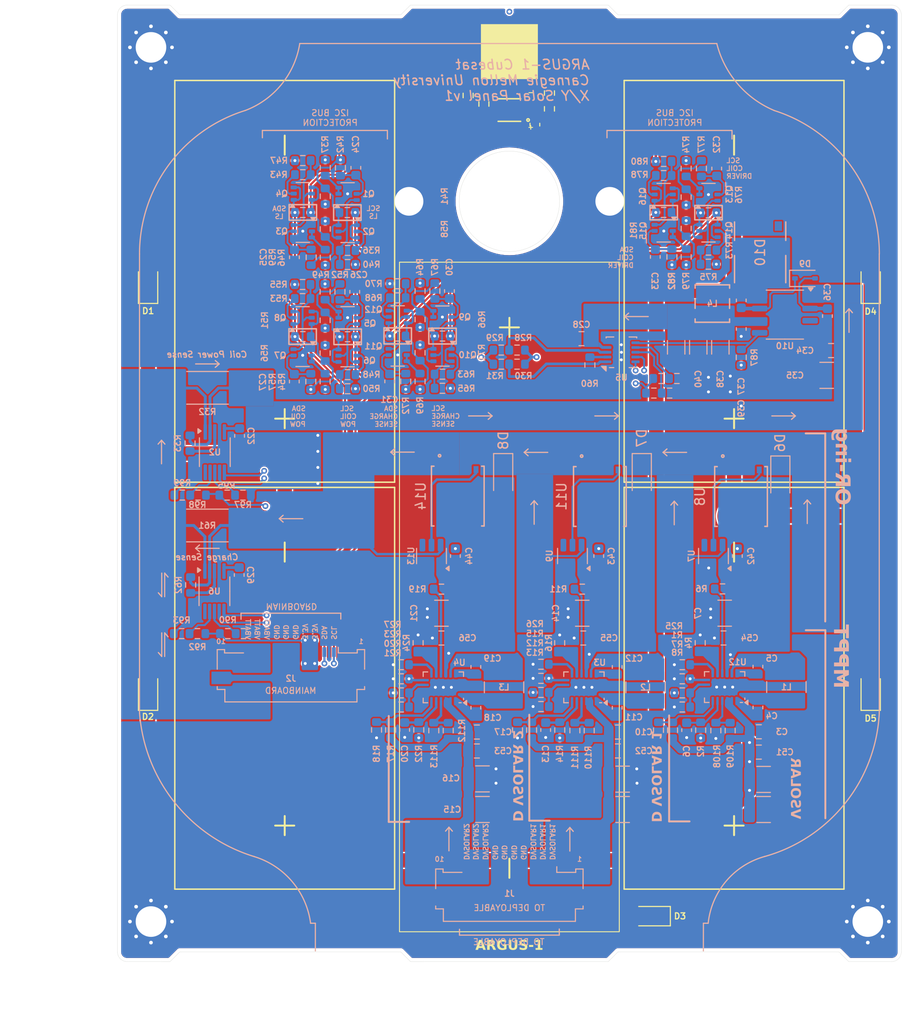
<source format=kicad_pcb>
(kicad_pcb (version 20240108) (generator "pcbnew") (generator_version "8.0")
  (layers (0 "F.Cu" signal) (1 "In1.Cu" signal) (2 "In2.Cu" signal) (31 "B.Cu" signal) (34 "B.Paste" user) (35 "F.Paste" user) (36 "B.SilkS" user "B.Silkscreen") (37 "F.SilkS" user "F.Silkscreen") (38 "B.Mask" user) (39 "F.Mask" user) (44 "Edge.Cuts" user))
  (net 0 "")
  (net 1 "GND")
  (net 2 "VSOLAR")
  (net 3 "Net-(U12-BST1)")
  (net 4 "Net-(U12-SW1)")
  (net 5 "Net-(U12-SW2)")
  (net 6 "Net-(U12-BST2)")
  (net 7 "/MPPT/VCC")
  (net 8 "/Charge OR-ing/IN")
  (net 9 "D_VSOLAR1")
  (net 10 "Net-(U3-SW1)")
  (net 11 "Net-(U3-BST1)")
  (net 12 "Net-(U3-BST2)")
  (net 13 "Net-(U3-SW2)")
  (net 14 "/MPPT1/VCC")
  (net 15 "/Charge OR-ing1/IN")
  (net 16 "D_VSOLAR2")
  (net 17 "Net-(U4-SW1)")
  (net 18 "Net-(U4-BST1)")
  (net 19 "Net-(U4-BST2)")
  (net 20 "Net-(U4-SW2)")
  (net 21 "/MPPT2/VCC")
  (net 22 "/Charge OR-ing2/IN")
  (net 23 "Net-(U2-TIMER)")
  (net 24 "Net-(Q1B-G1)")
  (net 25 "Net-(Q3B-G1)")
  (net 26 "Net-(Q5B-G1)")
  (net 27 "Net-(Q7B-G1)")
  (net 28 "+5V")
  (net 29 "Net-(U6-TIMER)")
  (net 30 "Net-(Q9B-G1)")
  (net 31 "Net-(Q11B-G1)")
  (net 32 "Net-(Q13B-G1)")
  (net 33 "Net-(Q15B-G1)")
  (net 34 "VDRIVE")
  (net 35 "Net-(D9-A)")
  (net 36 "Net-(D9-K)")
  (net 37 "Net-(D10-K)")
  (net 38 "Net-(D1-K)")
  (net 39 "Net-(D2-K)")
  (net 40 "Net-(D3-K)")
  (net 41 "Net-(D4-K)")
  (net 42 "VCHRG")
  (net 43 "COIL_P")
  (net 44 "COIL_N")
  (net 45 "/I2C Devices/ADDR_LS")
  (net 46 "/I2C Devices/A0_S")
  (net 47 "VBATT")
  (net 48 "3.3V")
  (net 49 "Net-(Q1A-G2)")
  (net 50 "Net-(Q1A-D1)")
  (net 51 "Net-(Q2A-B1)")
  (net 52 "SCL")
  (net 53 "SCL_LS")
  (net 54 "Net-(Q3A-D1)")
  (net 55 "Net-(Q3A-G2)")
  (net 56 "Net-(Q4A-B1)")
  (net 57 "SDA")
  (net 58 "SDA_LS")
  (net 59 "Net-(Q5A-D1)")
  (net 60 "Net-(Q5A-G2)")
  (net 61 "SCL_CPWR")
  (net 62 "Net-(Q6A-B1)")
  (net 63 "Net-(Q7A-G2)")
  (net 64 "Net-(Q7A-D1)")
  (net 65 "Net-(Q8A-B1)")
  (net 66 "SDA_CPWR")
  (net 67 "Net-(Q10B-B2)")
  (net 68 "Net-(Q9A-G2)")
  (net 69 "SCL_SPWR")
  (net 70 "Net-(Q10A-B1)")
  (net 71 "Net-(Q11A-G2)")
  (net 72 "Net-(Q11A-D1)")
  (net 73 "SDA_SPWR")
  (net 74 "Net-(Q12A-B1)")
  (net 75 "Net-(Q13A-D1)")
  (net 76 "Net-(Q13A-G2)")
  (net 77 "SCL_M")
  (net 78 "Net-(Q14A-B1)")
  (net 79 "Net-(Q15A-G2)")
  (net 80 "Net-(Q15A-D1)")
  (net 81 "SDA_M")
  (net 82 "Net-(Q16A-B1)")
  (net 83 "Net-(U12-ILIM)")
  (net 84 "/MPPT/MPPC")
  (net 85 "Net-(U12-EXTVCC)")
  (net 86 "/PGOOD1")
  (net 87 "/MPPT/FB")
  (net 88 "/MPPT1/MPPC")
  (net 89 "/PGOOD2")
  (net 90 "/MPPT1/FB")
  (net 91 "Net-(U3-ILIM)")
  (net 92 "Net-(U3-EXTVCC)")
  (net 93 "/MPPT2/MPPC")
  (net 94 "/PGOOD3")
  (net 95 "/MPPT2/FB")
  (net 96 "Net-(U4-ILIM)")
  (net 97 "Net-(U4-EXTVCC)")
  (net 98 "Net-(U12-MODE)")
  (net 99 "Net-(U3-MODE)")
  (net 100 "Net-(U4-MODE)")
  (net 101 "/coil")
  (net 102 "Net-(U2-ON)")
  (net 103 "Net-(U5-ISENSE)")
  (net 104 "Net-(U6-ON)")
  (net 105 "M_FAULT")
  (net 107 "/I2C Devices/A1_S")
  (net 109 "/I2C Devices/A0_D")
  (net 110 "/I2C Devices/A0_C")
  (net 111 "/I2C Devices/A1_C")
  (net 113 "/I2C Devices/A1_D")
  (net 115 "/MPPT/RUN")
  (net 116 "/MPPT1/RUN")
  (net 117 "/MPPT2/RUN")
  (net 119 "Net-(U7-GATE)")
  (net 120 "Net-(U11-G)")
  (net 122 "Net-(U13-GATE)")
  (footprint "Resistor_SMD:R_0603_1608Metric" (layer "F.Cu") (at 156.591 63.246 -90)
    (property "Reference" "R34" (hide yes))
    (property "Value" "0R")
  )
  (footprint "Capacitor_SMD:C_0603_1608Metric" (layer "F.Cu") (at 155.067 64.897 -90)
    (property "Reference" "C23" (hide yes))
    (property "Value" "0.1uF")
  )
  (footprint "Diode_SMD:D_PowerDI-123" (layer "F.Cu") (at 166.9298 147.6502 180)
    (property "Reference" "D3")
    (property "Value" "DFLS130L-7")
  )
  (footprint "SolarPanels:SM141K06TF" (layer "F.Cu") (at 128.8923 81.28 -90)
    (property "Reference" "SC1" (hide yes))
    (property "Value" "SM141K06TF")
  )
  (footprint "Resistor_SMD:R_0603_1608Metric" (layer "F.Cu") (at 156.591 61.595 -90)
    (property "Reference" "R35" (hide yes))
    (property "Value" "0R")
  )
  (footprint "SolarPanels:OPT4003" (layer "F.Cu") (at 152.4 63.373 180)
    (property "Reference" "U1" (hide yes))
    (property "Value" "OPT4003DNPRQ1")
  )
  (footprint "SolarPanels:MountingHole_3.2mm_M3_DIN965_Pad_TopBottom" (layer "F.Cu") (at 189.9 56.816201)
    (property "Reference" "H1" (hide yes))
    (property "Value" "MountingHole_Pad")
  )
  (footprint "SolarPanels:SM141K10TF" (layer "F.Cu") (at 152.4 114.2786 90)
    (property "Reference" "SC3" (hide yes))
    (property "Value" "SM141K10TF")
  )
  (footprint "Diode_SMD:D_PowerDI-123" (layer "F.Cu") (at 190.20282 123.825 90)
    (property "Reference" "D5")
    (property "Value" "DFLS130L-7")
  )
  (footprint "Diode_SMD:D_PowerDI-123" (layer "F.Cu") (at 114.59718 123.825 90)
    (property "Reference" "D2")
    (property "Value" "DFLS130L-7")
  )
  (footprint "SolarPanels:MountingHole_3.2mm_M3_DIN965_Pad_TopBottom" (layer "F.Cu") (at 189.9 148.216201)
    (property "Reference" "H2" (hide yes))
    (property "Value" "MountingHole_Pad")
  )
  (footprint "Resistor_SMD:R_0603_1608Metric" (layer "F.Cu") (at 149.733 62.738 -90)
    (property "Reference" "R88" (hide yes))
    (property "Value" "0R")
  )
  (footprint "SolarPanels:SM141K06TF" (layer "F.Cu") (at 175.9077 123.825 -90)
    (property "Reference" "SC5" (hide yes))
    (property "Value" "SM141K06TF")
  )
  (footprint "SolarPanels:MountingHole_3.2mm_M3_DIN965_Pad_TopBottom" (layer "F.Cu") (at 114.9 148.216201)
    (property "Reference" "H3" (hide yes))
    (property "Value" "MountingHole_Pad")
  )
  (footprint "Diode_SMD:D_PowerDI-123" (layer "F.Cu") (at 190.20282 81.28 90)
    (property "Reference" "D4")
    (property "Value" "DFLS130L-7")
  )
  (footprint "Diode_SMD:D_PowerDI-123" (layer "F.Cu") (at 114.59718 81.28 90)
    (property "Reference" "D1")
    (property "Value" "DFLS130L-7")
  )
  (footprint "SolarPanels:SM141K06TF" (layer "F.Cu") (at 175.9077 81.28 -90)
    (property "Reference" "SC4" (hide yes))
    (property "Value" "SM141K06TF")
  )
  (footprint "SolarPanels:MountingHole_3.2mm_M3_DIN965_Pad_TopBottom" (layer "F.Cu") (at 114.9 56.8198)
    (property "Reference" "H4" (hide yes))
    (property "Value" "MountingHole_Pad")
  )
  (footprint "SolarPanels:SM141K06TF" (layer "F.Cu") (at 128.8923 123.825 -90)
    (property "Reference" "SC2" (hide yes))
    (property "Value" "SM141K06TF")
  )
  (footprint "Resistor_SMD:R_0603_1608Metric" (layer "F.Cu") (at 148.082 61.849 90)
    (property "Reference" "R89" (hide yes))
    (property "Value" "0R")
  )
  (footprint "Package_TO_SOT_SMD:SOT-363_SC-70-6" (layer "B.Cu") (at 135.470401 76.067499 180)
    (property "Reference" "Q2")
    (property "Value" "MBT2222ADW1T1")
  )
  (footprint "Capacitor_SMD:C_0805_2012Metric" (layer "B.Cu") (at 178.5 128.371601)
    (property "Reference" "C3")
    (property "Value" "1uF")
  )
  (footprint "Package_TO_SOT_SMD:SOT-363_SC-70-6" (layer "B.Cu") (at 130.7622 85.09)
    (property "Reference" "Q8")
    (property "Value" "MBT2222ADW1T1")
  )
  (footprint "Resistor_SMD:R_0603_1608Metric" (layer "B.Cu") (at 143.0528 82.295999 -90)
    (property "Reference" "R64")
    (property "Value" "100K")
  )
  (footprint "Resistor_SMD:R_0603_1608Metric" (layer "B.Cu") (at 133.1336 69.405 -90)
    (property "Reference" "R37")
    (property "Value" "100K")
  )
  (footprint "Capacitor_SMD:C_0603_1608Metric" (layer "B.Cu") (at 170.9464 128.206001 -90)
    (property "Reference" "C6")
    (property "Value" "4.7uF")
  )
  (footprint "Package_TO_SOT_SMD:SOT-363_SC-70-6" (layer "B.Cu") (at 135.4714 89.0524 180)
    (property "Reference" "Q6")
    (property "Value" "MBT2222ADW1T1")
  )
  (footprint "Capacitor_SMD:C_0805_2012Metric" (layer "B.Cu") (at 159.9438 87.2744 180)
    (property "Reference" "C28")
    (property "Value" "0.1uF")
  )
  (footprint "Resistor_SMD:R_0603_1608Metric" (layer "B.Cu") (at 124.587 118.11 180)
    (property "Reference" "R91" (hide yes))
    (property "Value" "0R")
  )
  (footprint "Package_SO:MSOP-10_3x3mm_P0.5mm" (layer "B.Cu") (at 121.539 113.683 -90)
    (property "Reference" "U6")
    (property "Value" "ADM1176-1ARMZ-R7")
  )
  (footprint "SolarPanels:MOSFET_7DP-T1-GE3_VIS" (layer "B.Cu") (at 147 103.7326 -90)
    (property "Reference" "U14")
    (property "Value" "SIRA99DP-T1-GE3")
  )
  (footprint "Resistor_SMD:R_0603_1608Metric" (layer "B.Cu") (at 146 128.25 90)
    (property "Reference" "R112")
    (property "Value" "1.91M")
  )
  (footprint "Resistor_SMD:R_0603_1608Metric" (layer "B.Cu") (at 173.228001 78.016401 180)
    (property "Reference" "R73")
    (property "Value" "680R")
  )
  (footprint "Capacitor_SMD:C_1210_3225Metric" (layer "B.Cu") (at 164.25 136.5)
    (property "Reference" "C9" (hide yes))
    (property "Value" "10uF")
  )
  (footprint "Resistor_SMD:R_0603_1608Metric" (layer "B.Cu") (at 118.9882 98.205199 -90)
    (property "Reference" "R33")
    (property "Value" "1K")
  )
  (footprint "Resistor_SMD:R_0603_1608Metric" (layer "B.Cu") (at 168.5422 74.079401 180)
    (property "Reference" "R84" (hide yes))
    (property "Value" "DNI (0R)")
  )
  (footprint "Capacitor_SMD:C_0603_1608Metric" (layer "B.Cu") (at 178.403801 121.560401 90)
    (property "Reference" "C5")
    (property "Value" "22nF")
  )
  (footprint "Capacitor_SMD:C_1210_3225Metric" (layer "B.Cu") (at 160.024002 115.980963 180)
    (property "Reference" "C14")
    (property "Value" "47uF")
  )
  (footprint "Capacitor_SMD:C_0603_1608Metric" (layer "B.Cu") (at 129.8956 91.757999 -90)
    (property "Reference" "C27")
    (property "Value" "10nF")
  )
  (footprint "Resistor_SMD:R_0603_1608Metric" (layer "B.Cu") (at 118.11 118.11)
    (property "Reference" "R93")
    (property "Value" "0R")
  )
  (footprint "Capacitor_SMD:C_1206_3216Metric" (layer "B.Cu") (at 172.1612 88.1778 90)
    (property "Reference" "C40")
    (property "Value" "10uF")
  )
  (footprint "Resistor_SMD:R_0603_1608Metric" (layer "B.Cu") (at 140.716 81.533999)
    (property "Reference" "R70")
    (property "Value" "10K")
  )
  (footprint "Resistor_SMD:R_0603_1608Metric" (layer "B.Cu") (at 159.25 128.25 -90)
    (property "Reference" "R111")
    (property "Value" "127k")
  )
  (footprint "Connector_FFC-FPC:Molex_200528-0100_1x10-1MP_P1.00mm_Horizontal" (layer "B.Cu") (at 129.54 120.9504 180)
    (property "Reference" "J2")
    (property "Value" "200528-0100")
  )
  (footprint "Capacitor_SMD:C_0805_2012Metric" (layer "B.Cu") (at 145.293803 118.571763 180)
    (property "Reference" "C56")
    (property "Value" "1uF")
  )
  (footprint "Resistor_SMD:R_0603_1608Metric" (layer "B.Cu") (at 170.484801 121.361201 180)
    (property "Reference" "R25")
    (property "Value" "0R")
  )
  (footprint "Resistor_SMD:R_0603_1608Metric" (layer "B.Cu") (at 122.872 103.632 180)
    (property "Reference" "R95")
    (property "Value" "0R")
  )
  (footprint "Capacitor_SMD:C_1210_3225Metric" (layer "B.Cu") (at 164.25 133.327033)
    (property "Reference" "C8" (hide yes))
    (property "Value" "47uF")
  )
  (footprint "Resistor_SMD:R_0603_1608Metric" (layer "B.Cu") (at 175.5 128.25 90)
    (property "Reference" "R109")
    (property "Value" "1.91M")
  )
  (footprint "Resistor_SMD:R_0603_1608Metric" (layer "B.Cu") (at 154.7232 128.1938 90)
    (property "Reference" "R9" (hide yes))
    (property "Value" "1.91M")
  )
  (footprint "Resistor_SMD:R_0603_1608Metric" (layer "B.Cu") (at 145.3976 90.988999 180)
    (property "Reference" "R63")
    (property "Value" "680R")
  )
  (footprint "Resistor_SMD:R_0603_1608Metric" (layer "B.Cu") (at 139.9732 128.1806 90)
    (property "Reference" "R17")
    (property "Value" "1.91M")
  )
  (footprint "Resistor_SMD:R_0603_1608Metric" (layer "B.Cu") (at 145.397601 87.001198)
    (property "Reference" "R44" (hide yes))
    (property "Value" "DNI (0R)")
  )
  (footprint "Resistor_SMD:R_0603_1608Metric" (layer "B.Cu") (at 140.715999 83.007199)
    (property "Reference" "R68")
    (property "Value" "680R")
  )
  (footprint "Resistor_SMD:R_0603_1608Metric" (layer "B.Cu") (at 133.1214 82.3722 -90)
    (property "Reference" "R49")
    (property "Value" "100K")
  )
  (footprint "Package_TO_SOT_SMD:SOT-363_SC-70-6" (layer "B.Cu") (at 145.389601 85.014899)
    (property "Reference" "Q9")
    (property "Value" "NX3008NBKS")
  )
  (footprint "Resistor_SMD:R_0603_1608Metric" (layer "B.Cu") (at 157.661801 119.079763 -90)
    (property "Reference" "R16")
    (property "Value" "0R")
  )
  (footprint "Resistor_SMD:R_0603_1608Metric" (layer "B.Cu") (at 118.174 103.626)
    (property "Reference" "R99")
    (property "Value" "0R")
  )
  (footprint "Resistor_SMD:R_0603_1608Metric" (layer "B.Cu") (at 172.4914 69.482 -90)
    (property "Reference" "R77")
    (property "Value" "200K")
  )
  (footprint "Capacitor_SMD:C_0805_2012Metric" (layer "B.Cu") (at 178.5 130.5)
    (property "Reference" "C51")
    (property "Value" "1uF")
  )
  (footprint "Package_TO_SOT_SMD:SOT-363_SC-70-6" (layer "B.Cu") (at 135.4704 72.130499)
    (property "Reference" "Q1")
    (property "Value" "NX3008NBKS")
  )
  (footprint "Capacitor_SMD:C_0805_2012Metric" (layer "B.Cu") (at 149 128.400567)
    (property "Reference" "C17")
    (property "Value" "1uF")
  )
  (footprint "Resistor_SMD:R_0603_1608Metric" (layer "B.Cu") (at 133.1336 75.805799 -90)
    (property "Reference" "R58")
    (property "Value" "10K")
  )
  (footprint "Resistor_SMD:R_0603_1608Metric" (layer "B.Cu") (at 143.052799 88.7476 -90)
    (property "Reference" "R71")
    (property "Value" "10K")
  )
  (footprint "Resistor_SMD:R_0603_1608Metric" (layer "B.Cu") (at 141.0716 124.3076)
    (property "Reference" "R20")
    (property "Value" "1.47M")
  )
  (footprint "Capacitor_SMD:C_0603_1608Metric" (layer "B.Cu") (at 141.4464 128.180599 -90)
    (property "Reference" "C20")
    (property "Value" "4.7uF")
  )
  (footprint "Package_TO_SOT_SMD:SOT-363_SC-70-6" (layer "B.Cu") (at 145.397601 88.989399 180)
    (property "Reference" "Q10")
    (property "Value" "MBT2222ADW1T1")
  )
  (footprint "Resistor_SMD:R_0603_1608Metric" (layer "B.Cu") (at 119.824 103.632)
    (property "Reference" "R98")
    (property "Value" "0R")
  )
  (footprint "Package_TO_SOT_SMD:TSOT-23-6" (layer "B.Cu") (at 159 110 90)
    (property "Reference" "U9")
    (property "Value" "LTC4412xS6")
  )
  (footprint "Capacitor_SMD:C_1210_3225Metric" (layer "B.Cu") (at 174.925803 115.976401 180)
    (property "Reference" "C7")
    (property "Value" "47uF")
  )
  (footprint "SolarPanels:MOSFET_7DP-T1-GE3_VIS" (layer "B.Cu") (at 176.635 103.775001 -90)
    (property "Reference" "U8")
    (property "Value" "SIRA99DP-T1-GE3")
  )
  (footprint "Resistor_SMD:R_0603_1608Metric" (layer "B.Cu") (at 170.8968 78.727501 90)
    (property "Reference" "R79")
    (property "Value" "100K")
  )
  (footprint "Resistor_SMD:R_0603_1608Metric" (layer "B.Cu") (at 170.8912 72.4792 90)
    (property "Reference" "R76")
    (property "Value" "10K")
  )
  (footprint "Resistor_SMD:R_0603_1608Metric" (layer "B.Cu") (at 145.397601 92.462198 180)
    (property "Reference" "R65")
    (property "Value" "10K")
  )
  (footprint "Capacitor_SMD:C_0603_1608Metric" (layer "B.Cu") (at 124.1698 97.436798 90)
    (property "Reference" "C22")
    (property "Value" "3.3nF")
  )
  (footprint "Resistor_SMD:R_0603_1608Metric" (layer "B.Cu") (at 168.275 91.44 180)
    (property "Reference" "R94" (hide yes))
    (property "Value" "0R")
  )
  (footprint "Capacitor_SMD:C_0603_1608Metric" (layer "B.Cu") (at 163.6776 121.593367 90)
    (property "Reference" "C12")
    (property "Value" "22nF")
  )
  (footprint "Diode_SMD:D_SOD-123F" (layer "B.Cu") (at 180.75 101.75 -90)
    (property "Reference" "D6")
    (property "Value" "PMEG4005EH")
  )
  (footprint "Resistor_SMD:R_2512_6332Metric" (layer "B.Cu") (at 120.817 92.413998 180)
    (property "Reference" "R32")
    (property "Value" "?R")
  )
  (footprint "Capacitor_SMD:C_1206_3216Metric" (layer "B.Cu") (at 169.849799 88.1778 90)
    (property "Reference" "C41" (hide yes))
    (property "Value" "10uF")
  )
  (footprint "Resistor_SMD:R_0603_1608Metric" (layer "B.Cu") (at 130.762201 81.610199)
    (property "Reference" "R55")
    (property "Value" "10K")
  )
  (footprint "Capacitor_SMD:C_1210_3225Metric" (layer "B.Cu") (at 179 136.5)
    (property "Reference" "C1" (hide yes))
    (property "Value" "47uF")
  )
  (footprint "Package_SO:MSOP-10_3x3mm_P0.5mm" (layer "B.Cu") (at 121.578999 99.141699 -90)
    (property "Reference" "U2")
    (property "Value" "ADM1176-1ARMZ-R7")
  )
  (footprint "Package_TO_SOT_SMD:SOT-363_SC-70-6" (layer "B.Cu") (at 173.228 72.199799)
    (property "Reference" "Q13")
    (property "Value" "NX3008NBKS")
  )
  (footprint "Resistor_SMD:R_0603_1608Metric" (layer "B.Cu") (at 140.712199 87.001198 180)
    (property "Reference" "R45" (hide yes))
    (property "Value" "DNI (0R)")
  )
  (footprint "Resistor_SMD:R_0603_1608Metric" (layer "B.Cu") (at 168 128.206001 -90)
    (property "Reference" "R5" (hide yes))
    (property "Value" "107K")
  )
  (footprint "Resistor_SMD:R_0603_1608Metric" (layer "B.Cu") (at 130.785599 74.085001 180)
    (property "Reference" "R39" (hide yes))
    (property "Value" "DNI (0R)")
  )
  (footprint "SolarPanels:MountingHole_3mm" (layer "B.Cu") (at 141.9 72.91578 180)
    (property "Reference" "H5" (hide yes))
    (property "Value" "Camera MountingHole")
  )
  (footprint "Resistor_SMD:R_0603_1608Metric" (layer "B.Cu") (at 141.0716 121.361199 180)
    (property "Reference" "R27")
    (property "Value" "0R")
  )
  (footprint "Capacitor_SMD:C_0603_1608Metric" (layer "B.Cu") (at 124.129799 111.981199 90)
    (property "Reference" "C29")
    (property "Value" "3.3nF")
  )
  (footprint "Resistor_SMD:R_0603_1608Metric" (layer "B.Cu") (at 119.0498 113.022599 -90)
    (property "Reference" "R62")
    (property "Value" "1K")
  )
  (footprint "Resistor_SMD:R_0603_1608Metric" (layer "B.Cu") (at 168.5422 68.7454)
    (property "Reference" "R80")
    (property "Value" "10K")
  )
  (footprint "Resistor_SMD:R_0603_1608Metric" (layer "B.Cu") (at 130.785599 68.6562)
    (property "Reference" "R47")
    (property "Value" "10K")
  )
  (footprint "Resistor_SMD:R_0603_1608Metric" (layer "B.Cu") (at 130.762199 83.0834)
    (property "Reference" "R53")
    (property "Value" "680R")
  )
  (footprint "Resistor_SMD:R_0603_1608Metric" (layer "B.Cu") (at 138.5 128.180599 -90)
    (property "Reference" "R18")
    (property "Value" "107K")
  )
  (footprint "Capacitor_SMD:C_0805_2012Metric" (layer "B.Cu") (at 160.125601 118.571763 180)
    (property "Reference" "C55")
    (property "Value" "1uF")
  )
  (footprint "Capacitor_SMD:C_0603_1608Metric" (layer "B.Cu") (at 174.0916 69.482 90)
    (property "Reference" "C32")
    (property "Value" "10nF")
  )
  (footprint "Package_DFN_QFN:QFN-20-1EP_3x4mm_P0.5mm_EP1.65x2.65mm" (layer "B.Cu") (at 145.491202 123.726967 90)
    (property "Reference" "U4")
    (property "Value" "LTC3130")
  )
  (footprint "Resistor_SMD:R_0603_1608Metric" (layer "B.Cu") (at 170.8968 75.755701 -90)
    (property "Reference" "R81")
    (property "Value" "10K")
  )
  (footprint "Package_TO_SOT_SMD:SOT-363_SC-70-6" (layer "B.Cu") (at 130.785599 76.0476 180)
    (property "Reference" "Q3")
    (property "Value" "NX3008NBKS")
  )
  (footprint "Package_TO_SOT_SMD:SOT-363_SC-70-6" (layer "B.Cu") (at 130.785599 72.1106)
    (property "Reference" "Q4")
    (property "Value" "MBT2222ADW1T1")
  )
  (footprint "Resistor_SMD:R_0603_1608Metric" (layer "B.Cu") (at 170.4848 124.307601)
    (property "Reference" "R7")
    (property "Value" "1.47M")
  )
  (footprint "Capacitor_SMD:C_0603_1608Metric" (layer "B.Cu") (at 176.657 86.2586 90)
    (property "Reference" "C39")
    (property "Value" "0.1uF")
  )
  (footprint "Resistor_SMD:R_0603_1608Metric" (layer "B.Cu") (at 168.5422 70.218601)
    (property "Reference" "R78")
    (property "Value" "680R")
  )
  (footprint "Capacitor_SMD:C_0603_1608Metric" (layer "B.Cu") (at 129.9078 78.765401 -90)
    (property "Reference" "C25")
    (property "Value" "10nF")
  )
  (footprint "Resistor_SMD:R_0603_1608Metric" (layer "B.Cu") (at 151.5496 88.4682)
    (property "Reference" "R29")
    (property "Value" "0R")
  )
  (footprint "Capacitor_SMD:C_0603_1608Metric" (layer "B.Cu") (at 146.1262 82.295999 90)
    (property "Reference" "C30")
    (property "Value" "10nF")
  )
  (footprint "SolarPanels:MOSFET_7DP-T1-GE3_VIS" (layer "B.Cu") (at 161.865 103.775001 -90)
    (property "Reference" "U11")
    (property "Value" "SIRA99DP-T1-GE3")
  )
  (footprint "Resistor_SMD:R_0603_1608Metric" (layer "B.Cu") (at 143.0528 91.7448 90)
    (property "Reference" "R69")
    (property "Value" "100K")
  )
  (footprint "Resistor_SMD:R_0603_1608Metric" (layer "B.Cu") (at 170.8912 69.482001 -90)
    (property "Reference" "R74")
    (property "Value" "100K")
  )
  (footprint "Capacitor_SMD:C_0603_1608Metric" (layer "B.Cu") (at 156.1964 128.1938 -90)
    (property "Reference" "C13")
    (property "Value" "4.7uF")
  )
  (footprint "Resistor_SMD:R_0603_1608Metric" (layer "B.Cu") (at 133.1214 88.7852 -90)
    (property "Reference" "R56")
    (property "Value" "10K")
  )
  (footprint "SolarPanels:XGL3520" (layer "B.Cu") (at 173.634399 83.604 -90)
    (property "Reference" "L4")
    (property "Value" "XGL3520-222")
  )
  (footprint "Diode_SMD:D_SOD-323" (layer "B.Cu") (at 183.3286 80.9752)
    (property "Reference" "D9")
    (property "Value" "BAS16HT1G")
  )
  (footprint "Resistor_SMD:R_0603_1608Metric" (layer "B.Cu") (at 135.4714 91.0336 180)
    (property "Reference" "R48")
    (property "Value" "680R")
  )
  (footprint "Resistor_SMD:R_0603_1608Metric" (layer "B.Cu") (at 135.4714 87.0712)
    (property "Reference" "R85" (hide yes))
    (property "Value" "DNI (0R)")
  )
  (footprint "Resistor_SMD:R_0603_1608Metric" (layer "B.Cu") (at 131.6604 78.7654 90)
    (property "Reference" "R59")
    (property "Value" "200K")
  )
  (footprint "Capacitor_SMD:C_0805_2012Metric" (layer "B.Cu") (at 149 130.381767)
    (property "Reference" "C53")
    (property "Value" "1uF")
  )
  (footprint "Resistor_SMD:R_0603_1608Metric" (layer "B.Cu") (at 157.669599 128.1938 90)
    (property "Reference" "R14")
    (property "Value" "0R (DNI)")
  )
  (footprint "Capacitor_SMD:C_0603_1608Metric" (layer "B.Cu") (at 161.75 110 90)
    (property "Reference" "C43")
    (property "Value" "0.1uF")
  )
  (footprint "Resistor_SMD:R_0603_1608Metric" (layer "B.Cu") (at 134.6708 82.3722 -90)
    (property "Reference" "R52")
    (property "Value" "200K")
  )
  (footprint "Resistor_SMD:R_0603_1608Metric" (layer "B.Cu") (at 144.6022 82.295999 -90)
    (property "Reference" "R67")
    (property "Value" "200K")
  )
  (footprint "Package_TO_SOT_SMD:SOT-363_SC-70-6" (layer "B.Cu") (at 130.762199 89.027 180)
    (property "Reference" "Q7")
    (property "Value" "NX3008NBKS")
  )
  (footprint "Diode_SMD:D_SOD-123F" (layer "B.Cu") (at 151.75 101.5 -90)
    (property "Reference" "D8")
    (property "Value" "PMEG4005EH")
  )
  (footprint "Resistor_SMD:R_0603_1608Metric" (layer "B.Cu") (at 142.9196 128.180599 90)
    (property "Reference" "R22")
    (property "Value" "0R (DNI)")
  )
  (footprint "Package_SON:VSON-10-1EP_3x3mm_P0.5mm_EP1.65x2.4mm" (layer "B.Cu") (at 164.1208 88.6968)
    (property "Reference" "U5")
    (property "Value" "DRV8830DRC")
  )
  (footprint "Package_DFN_QFN:QFN-20-1EP_3x4mm_P0.5mm_EP1.65x2.65mm" (layer "B.Cu") (at 174.923601 123.701601 90)
    (property "Reference" "U12")
    (property "Value" "LTC3130")
  )
  (footprint "Resistor_SMD:R_0603_1608Metric" (layer "B.Cu") (at 141.071599 125.7808 180)
    (property "Reference" "R21")
    (property "Value" "200K")
  )
  (footprint "Resistor_SMD:R_0603_1608Metric" (layer "B.Cu") (at 133.1336 78.7908 90)
    (property "Reference" "R46")
    (property "Value" "100K")
  )
  (footprint "Resistor_SMD:R_0603_1608Metric" (layer "B.Cu") (at 130.7876 87.059 180)
    (property "Reference" "R86" (hide yes))
    (property "Value" "DNI (0R)")
  )
  (footprint "Resistor_SMD:R_0603_1608Metric" (layer "B.Cu") (at 169.926 91.44 180)
    (property "Reference" "R96" (hide yes))
    (property "Value" "0R")
  )
  (footprint "Resistor_SMD:R_0603_1608Metric" (layer "B.Cu") (at 145.293801 113.4618)
    (property "Reference" "R19")
    (property "Value" "100K")
  )
  (footprint "Package_TO_SOT_SMD:SOT-363_SC-70-6" (layer "B.Cu") (at 140.712201 84.994599)
    (property "Reference" "Q12")
    (property "Value" "MBT2222ADW1T1")
  )
  (footprint "Resistor_SMD:R_0603_1608Metric" (layer "B.Cu") (at 170.4848 122.834401 180)
    (property "Reference" "R1")
    (property "Value" "0R")
  )
  (footprint "Inductor_SMD:L_Coilcraft_LPS4018" (layer "B.Cu") (at 181.3814 123.698001 90)
    (property "Reference" "L1")
    (property "Value" "6.8uH")
  )
  (footprint "Resistor_SMD:R_0603_1608Metric" (layer "B.Cu") (at 135.4704 79.521899 180)
    (property "Reference" "R40")
    (property "Value" "10K")
  )
  (footprint "Resistor_SMD:R_0603_1608Metric" (layer "B.Cu") (at 135.445 74.086299)
    (property "Reference" "R38" (hide yes))
    (property "Value" "DNI (0R)")
  )
  (footprint "Inductor_SMD:L_Coilcraft_LPS4018" (layer "B.Cu") (at 151.8412 123.7234 90)
    (property "Reference" "L3")
    (property "Value" "6.8uH")
  )
  (footprint "Capacitor_SMD:C_0603_1608Metric" (layer "B.Cu") (at 136.2202 82.3722 90)
    (property "Reference" "C26")
    (property "Value" "10nF")
  )
  (footprint "Resistor_SMD:R_0603_1608Metric" (layer "B.Cu") (at 172.413802 128.206002 90)
    (property "Reference" "R2")
    (property "Value" "0R (DNI)")
  )
  (footprint "Capacitor_SMD:C_1210_3225Metric" (layer "B.Cu") (at 149.585999 136.5)
    (property "Reference" "C15")
    (property "Value" "47uF")
  )
  (footprint "Diode_SMD:D_SOD-123F" (layer "B.Cu") (at 166.25 101.5 -90)
    (property "Reference" "D7")
    (property "Value" "PMEG4005EH")
  )
  (footprint "Package_TO_SOT_SMD:SOT-363_SC-70-6" (layer "B.Cu") (at 140.712201 88.982397 180)
    (property "Reference" "Q11")
    (property "Value" "NX3008NBKS")
  )
  (footprint "Resistor_SMD:R_0603_1608Metric" (layer "B.Cu") (at 155.702 124.261363)
    (property "Reference" "R12")
    (property "Value" "1.47M")
  )
  (footprint "Resistor_SMD:R_0603_1608Metric" (layer "B.Cu") (at 142.8496 119.0752 -90)
    (property "Reference" "R24")
    (property "Value" "0R")
  )
  (footprint "Resistor_SMD:R_0603_1608Metric" (layer "B.Cu") (at 135.471401 92.5068 180)
    (property "Reference" "R50")
    (property "Value" "10K")
  )
  (footprint "Inductor_SMD:L_Coilcraft_LPS4018" (layer "B.Cu") (at 166.6494 123.726967 90)
    (property "Reference" "L2")
    (property "Value" "6.8uH")
  )
  (footprint "Resistor_SMD:R_0603_1608Metric" (layer "B.Cu") (at 151.5496 89.9414)
    (property "Reference" "R31")
    (property "Value" "0R")
  )
  (footprint "Capacitor_SMD:C_0603_1608Metric" (layer "B.Cu") (at 163.6776 125.860567 -90)
    (property "Reference" "C11")
    (property "Value" "22nF")
  )
  (footprint "Capacitor_SMD:C_0805_2012Metric" (layer "B.Cu") (at 174.8028 118.567201 180)
    (property "Reference" "C54")
    (property "Value" "1uF")
  )
  (footprint "Resistor_SMD:R_0603_1608Metric" (layer "B.Cu") (at 172.3644 119.075201 -90)
    (property "Reference" "R4")
    (property "Value" "0R")
  )
  (footprint "Resistor_SMD:R_0603_1608Metric" (layer "B.Cu") (at 170.4848 125.7808 180)
    (property "Reference" "R8")
    (property "Value" "200K")
  )
  (footprint "Resistor_SMD:R_0603_1608Metric" (layer "B.Cu") (at 173.228001 79.4896 180)
    (property "Reference" "R75")
    (property "Value" "10K")
  )
  (footprint "Package_DFN_QFN:QFN-20-1EP_3x4mm_P0.5mm_EP1.65x2.65mm" (layer "B.Cu") (at 160.197801 123.726967 90)
    (property "Reference" "U3")
    (property "Value" "LTC3130")
  )
  (footprint "Resistor_SMD:R_0603_1608Metric" (layer "B.Cu") (at 160.8206 90.0298 90)
    (property "Reference" "R60")
    (property "Value" "0R")
  )
  (footprint "Resistor_SMD:R_0603_1608Metric" (layer "B.Cu") (at 134.7216 69.405 -90)
    (property "Reference" "R42")
    (property "Value" "200K")
  )
  (footprint "Capacitor_SMD:C_1210_3225Metric" (layer "B.Cu") (at 179 133.355999)
    (property "Reference" "C2" (hide yes))
    (property "Value" "10uF")
  )
  (footprint "Resistor_SMD:R_0603_1608Metric" (layer "B.Cu") (at 167.513 92.964 180)
    (property "Reference" "R100" (hide yes))
    (property "Value" "0R")
  )
  (footprint "Capacitor_SMD:C_0805_2012Metric" (layer "B.Cu") (at 163.75 128.400567)
    (property "Reference" "C10")
    (property "Value" "1uF")
  )
  (footprint "Resistor_SMD:R_0603_1608Metric" (layer "B.Cu") (at 131.6228 91.757999 90)
    (property "Reference" "R57")
    (property "Value" "200K")
  )
  (footprint "Resistor_SMD:R_0603_1608Metric" (layer "B.Cu") (at 133.1214 91.758 90)
    (property "Reference" "R54")
    (property "Value" "100K")
  )
  (footprint "Capacitor_SMD:C_0603_1608Metric" (layer "B.Cu") (at 148.890801 125.857 -90)
    (property "Reference" "C18")
    (property "Value" "22nF")
  )
  (footprint "Resistor_SMD:R_0603_1608Metric" (layer "B.Cu") (at 153.25 128.1938 -90)
    (property "Reference" "R10" (hide yes))
    (property "Value" "107K")
  )
  (footprint "Package_TO_SOT_SMD:SOT-363_SC-70-6" (layer "B.Cu") (at 168.5422 72.199801)
    (property "Reference" "Q16")
    (property "Value" "MBT2222ADW1T1")
  )
  (footprint "Capacitor_SMD:C_0603_1608Metric" (layer "B.Cu") (at 146.75 110 90)
    (property "Reference" "C44")
    (property "Value" "0.1uF")
  )
  (footprint "Capacitor_SMD:C_0805_2012Metric" (layer "B.Cu") (at 186.055 88.519)
    (property "Reference" "C34")
    (property "Value" "1uF")
  )
  (footprint "Resistor_SMD:R_0603_1608Metric" (layer "B.Cu") (at 169.4058 78.727601 90)
    (property "Reference" "R82")
    (property "Value" "200K")
  )
  (footprint "Resistor_SMD:R_2512_6332Metric" (layer "B.Cu") (at 120.8024 106.807 180)
    (property "Reference" "R61")
    (property "Value" "?R")
  )
  (footprint "Resistor_SMD:R_0603_1608Metric" (layer "B.Cu") (at 143.0528 85.267799 90)
    (property "Reference" "R66")
    (property "Value" "10K")
  )
  (footprint "Resistor_SMD:R_0603_1608Metric" (layer "B.Cu") (at 155.702 125.734563 180)
    (property "Reference" "R13")
    (property "Value" "200K")
  )
  (footprint "Resistor_SMD:R_0603_1608Metric" (layer "B.Cu") (at 174 128.25 -90)
    (property "Reference" "R108")
    (property "Value" "127k")
  )
  (footprint "Capacitor_SMD:C_0603_1608Metric" (layer "B.Cu") (at 148.890801 121.5898 90)
    (property "Reference" "C19")
    (property "Value" "22nF")
  )
  (footprint "Resistor_SMD:R_0603_1608Metric" (layer "B.Cu") (at 144.49 128.25 -90)
    (property "Reference" "R113")
    (property "Value" "127k")
  )
  (footprint "Resistor_SMD:R_0603_1608Metric" (layer "B.Cu") (at 153.1996 89.9414)
    (property "Reference" "R30")
    (property "Value" "0R")
  )
  (footprint "Resistor_SMD:R_0603_1608Metric" (layer "B.Cu") (at 122.936 118.11 180)
    (property "Reference" "R90")
    (property "Value" "0R")
  )
  (footprint "Resistor_SMD:R_0603_1608Metric" (layer "B.Cu") (at 176.657 89.2302 -90)
    (property "Reference" "R87")
    (property "Value" "10K")
  )
  (footprint "Resistor_SMD:R_0603_1608Metric" (layer "B.Cu") (at 160.75 128.25 90)
    (property "Reference" "R110")
    (property "Value" "1.91M")
  )
  (footprint "Resistor_SMD:R_0603_1608Metric" (layer "B.Cu") (at 155.701999 121.314963 180)
    (property "Reference" "R26")
    (property "Value" "0R")
  )
  (footprint "SolarPanels:NRVB440MFSWFT1G" (layer "B.Cu") (at 178.635 78.2475 -90)
    (property "Reference" "D10")
    (property "Value" "NRVB440MFS")
  )
  (footprint "Capacitor_SMD:C_0805_2012Metric" (layer "B.Cu") (at 163.75 130.3782)
    (property "Reference" "C52")
    (property "Value" "1uF")
  )
  (footprint "Capacitor_SMD:C_1210_3225Metric" (layer "B.Cu") (at 145.292001 115.980963 180)
    (property "Reference" "C21")
    (property "Value" "47uF")
  )
  (footprint "Resistor_SMD:R_0603_1608Metric" (layer "B.Cu") (at 124.523 103.632 180)
    (property "Reference" "R97")
    (property "Value" "0R")
  )
  (footprint "Package_TO_SOT_SMD:SOT-363_SC-70-6" (layer "B.Cu") (at 173.228 76.0101 180)
    (property "Reference" "Q14")
    (property "Value" "MBT2222ADW1T1")
  )
  (footprint "Capacitor_SMD:C_0603_1608Metric" (layer "B.Cu") (at 176.657 83.2744 90)
    (property "Reference" "C37")
    (property "Value" "0.1uF")
  )
  (footprint "Connector_FFC-FPC:Molex_200528-0100_1x10-1MP_P1.00mm_Horizontal" (layer "B.Cu") (at 152.4 143.891 180)
    (property "Reference" "J1")
    (property "Value" "200528-0100")
  )
  (footprint "Capacitor_SMD:C_0603_1608Metric" (layer "B.Cu") (at 136.334 69.405 90)
    (property "Reference" "C24")
    (property "Value" "10nF")
  )
  (footprint "Resistor_SMD:R_0603_1608Metric" (layer "B.Cu") (at 135.470401 78.048699 180)
    (property "Reference" "R36")
    (property "Value" "680R")
  )
  (footprint "Capacitor_SMD:C_0603_1608Metric" (layer "B.Cu") (at 167.6654 78.727601 -90)
    (property "Reference" "C33")
    (property "Value" "10nF")
  )
  (footprint "Capacitor_SMD:C_0603_1608Metric" (layer "B.Cu") (at 139.8778 91.7448 -90)
    (property "Reference" "C31")
    (property "Value" "10nF")
  )
  (footprint "Resistor_SMD:R_0603_1608Metric" (layer "B.Cu") (at 169.164 92.964 180)
    (property "Reference" "R101" (hide yes))
    (property "Value" "0R")
  )
  (footprint "Resistor_SMD:R_0603_1608Metric" (layer "B.Cu") (at 173.228 74.1172)
    (property "Reference" "R83" (hide yes))
    (property "Value" "DNI (0R)")
  )
  (footprint "Package_TO_SOT_SMD:TSOT-23-6" (layer "B.Cu") (at 144.25 110 90)
    (property "Reference" "U13")
    (property "Value" "LTC4412xS6")
  )
  (footprint "Capacitor_SMD:C_0603_1608Metric" (layer "B.Cu") (at 178.403801 125.831601 -90)
    (property "Reference" "C4")
    (property "Value" "22nF")
  )
  (footprint "Capacitor_SMD:C_0603_1608Metric" (layer "B.Cu") (at 176.25 110 90)
    (property "Reference" "C42")
    (property "Value" "0.1uF")
  )
  (footprint "SolarPanels:MountingHole_3mm" (layer "B.Cu") (at 162.9 72.91578 180)
    (property "Reference" "H6" (hide yes))
    (property "Value" "Camera MountingHole")
  )
  (footprint "Resistor_SMD:R_0603_1608Metric" (layer "B.Cu") (at 130.785599 70.1294)
    (property "Reference" "R43")
    (property "Value" "680R")
  )
  (footprint "Resistor_SMD:R_0603_1608Metric" (layer "B.Cu") (at 133.1336 72.389 90)
    (property "Reference" "R41")
    (property "Value" "10K")
  )
  (footprint "Capacitor_SMD:C_0603_1608Metric" (layer "B.Cu") (at 185.674 84.9124 90)
    (property "Reference" "C36")
    (property "Value" "0.1uF")
  )
  (footprint "Resistor_SMD:R_0603_1608Metric" (layer "B.Cu") (at 160.024001 113.4618)
    (property "Reference" "R11")
    (property "Value" "100K")
  )
  (footprint "Resistor_SMD:R_0603_1608Metric" (layer "B.Cu") (at 141.5542 91.7448 90)
    (property "Reference" "R72")
    (property "Value" "200K")
  )
  (footprint "Resistor_SMD:R_0603_1608Metric" (layer "B.Cu") (at 153.1996 88.4682)
    (property "Reference" "R28")
    (property "Value" "0R")
  )
  (footprint "Resistor_SMD:R_0603_1608Metric" (layer "B.Cu") (at 141.0716 122.8344 180)
    (property "Reference" "R23")
    (property "Value" "0R")
  )
  (footprint "Resistor_SMD:R_0603_1608Metric" (layer "B.Cu") (at 169.4732 128.206001 90)
    (property "Reference" "R3" (hide yes))
    (property "Value" "1.91M")
  )
  (footprint "Resistor_SMD:R_0603_1608Metric" (layer "B.Cu") (at 119.761 118.11)
    (property "Reference" "R92")
    (property "Value" "0R")
  )
  (footprint "Package_TO_SOT_SMD:SOT-363_SC-70-6" (layer "B.Cu") (at 168.5422 76.009801 180)
    (property "Reference" "Q15")
    (property "Value" "NX3008NBKS")
  )
  (footprint "Resistor_SMD:R_0603_1608Metric" (layer "B.Cu") (at 155.702 122.788163 180)
    (property "Reference" "R15")
    (property "Value" "0R")
  )
  (footprint "Capacitor_SMD:C_1210_3225Metric" (layer "B.Cu") (at 185.5978 91.1098)
    (property "Reference" "C35")
    (property "Value" "4.7uF")
  )
  (footprint "Package_TO_SOT_SMD:SOT-363_SC-70-6" (layer "B.Cu") (at 135.4714 85.09)
    (property "Reference" "Q5")
    (property "Value" "NX3008NBKS")
  )
  (footprint "Capacitor_SMD:C_1206_3216Metric" (layer "B.Cu") (at 174.472601 88.177801 90)
    (property "Reference" "C38")
    (property "Value" "10uF")
  )
  (footprint "Capacitor_SMD:C_1210_3225Metric" (layer "B.Cu") (at 149.585999 133.2996)
    (property "Reference" "C16")
    (property "Value" "10uF")
  )
  (footprint "Resistor_SMD:R_0603_1608Metric" (layer "B.Cu") (at 133.1214 85.355201 90)
    (property "Reference" "R51")
    (property "Value" "10K")
  )
  (footprint "Package_TO_SOT_SMD:TSOT-23-6" (layer "B.Cu") (at 173.75 110 90)
    (property "Reference" "U7")
    (property "Value" "LTC4412xS6")
  )
  (footprint "Resistor_SMD:R_0603_1608Metric" (layer "B.Cu") (at 174.7012 113.436401)
    (property "Reference" "R6")
    (property "Value" "100K")
  )
  (footprint "Package_SO:SOIC-8-1EP_3.9x4.9mm_P1.27mm_EP2.514x3.2mm" (layer "B.Cu") (at 181.224 84.7598 180)
    (property "Reference" "U10")
    (property "Value" "NCV891330PD50R2G")
  )
  (gr_line (start 124.3203 115.9764) (end 134.7597 115.9764) (stroke (width 0.127)) (layer "B.SilkS"))
  (gr_line (start 169.1132 137.7442) (end 171.2468 137.7442) (stroke (width 0.2032)) (layer "B.SilkS"))
  (gr_line (start 150.5966 95.3516) (end 150.1902 95.7072) (stroke (width 0.1)) (layer "B.SilkS"))
  (gr_line (start 164.464999 84.963) (end 164.8714 85.3186) (stroke (width 0.127)) (layer "B.SilkS"))
  (gr_arc (start 191.100001 126.41619) (mid 187.523236 135.854782) (end 179.100001 141.416201) (stroke (width 0.127)) (layer "B.SilkS"))
  (gr_line (start 179.8574 95.3516) (end 182.3212 95.3516) (stroke (width 0.127)) (layer "B.SilkS"))
  (gr_rect (start 139.282101 86.145997) (end 142.152301 87.822397) (stroke (width 0.1524)) (fill none) (layer "B.SilkS"))
  (gr_line (start 116.0272 111.7854) (end 116.0272 114.2492) (stroke (width 0.127)) (layer "B.SilkS"))
  (gr_line (start 168.4782 99.1616) (end 168.8846 99.5172) (stroke (width 0.127)) (layer "B.SilkS"))
  (gr_line (start 150.1902 95.7072) (end 150.5966 95.3516) (stroke (width 0.127)) (layer "B.SilkS"))
  (gr_rect (start 134.0104 73.279) (end 136.8806 74.9046) (stroke (width 0.1524)) (fill none) (layer "B.SilkS"))
  (gr_line (start 169.6466 104.267) (end 170.0022 104.6734) (stroke (width 0.1)) (layer "B.SilkS"))
  (gr_rect (start 129.355499 73.262) (end 132.225699 74.8876) (stroke (width 0.1524)) (fill none) (layer "B.SilkS"))
  (gr_line (start 158.7246 140.843) (end 158.7246 138.3792) (stroke (width 0.127)) (layer "B.SilkS"))
  (gr_line (start 187.9346 84.150199) (end 188.2902 84.556601) (stroke (width 0.1)) (layer "B.SilkS"))
  (gr_line (start 115.6716 113.8428) (end 116.0272 114.2492) (stroke (width 0.127)) (layer "B.SilkS"))
  (gr_line (start 183.9214 104.5464) (end 183.5658 104.14) (stroke (width 0.127)) (layer "B.SilkS"))
  (gr_line (start 175.6918 66.3956) (end 175.6918 65.5066) (stroke (width 0.127)) (layer "B.SilkS"))
  (gr_line (start 119.5705 89.916) (end 122.0343 89.916) (stroke (width 0.127)) (layer "B.SilkS"))
  (gr_line (start 162.6108 65.5066) (end 162.6108 66.2686) (stroke (width 0.127)) (layer "B.SilkS"))
  (gr_line (start 182.3212 95.3516) (end 181.9148 94.996) (stroke (width 0.127)) (layer "B.SilkS"))
  (gr_line (start 166.9288 84.963) (end 164.464999 84.963) (stroke (width 0.127)) (layer "B.SilkS"))
  (gr_arc (start 180.100001 63.4162) (mid 176.273779 60.624395) (end 174.100001 56.4162) (stroke (width 0.127)) (layer "B.SilkS"))
  (gr_line (start 116.0272 114.2492) (end 115.6716 113.8428) (stroke (width 0.1)) (layer "B.SilkS"))
  (gr_line (start 157.6197 148.9964) (end 157.6197 149.6314) (stroke (width 0.127)) (layer "B.SilkS"))
  (gr_line (start 155.3464 104.6226) (end 154.9908 104.2162) (stroke (width 0.127)) (layer "B.SilkS"))
  (gr_line (start 169.6466 104.267) (end 169.291 104.6734) (stroke (width 0.127)) (layer "B.SilkS"))
  (gr_line (start 139.9794 99.1362) (end 140.3858 99.4918) (stroke (width 0.127)) (layer "B.SilkS"))
  (gr_line (start 116.0018 97.8916) (end 116.3574 98.298) (stroke (width 0.1)) (layer "B.SilkS"))
  (gr_line (start 147.1803 149.6314) (end 147.1803 149.0218) (stroke (width 0.127)) (layer "B.SilkS"))
  (gr_line (start 187.9346 84.150199) (end 187.579 84.5566) (stroke (width 0.127)) (layer "B.SilkS"))
  (gr_rect (start 134.0413 86.2668) (end 136.9115 87.8924) (stroke (width 0.1524)) (fill none) (layer "B.SilkS"))
  (gr_line (start 128.3208 106.0958) (end 128.7272 106.4514) (stroke (width 0.127)) (layer "B.SilkS"))
  (gr_rect (start 143.967501 86.178399) (end 146.837701 87.829399) (stroke (width 0.1524)) (fill none) (layer "B.SilkS"))
  (gr_line (start 146.431 138.7602) (end 146.0754 138.3538) (stroke (width 0.127)) (layer "B.SilkS"))
  (gr_line (start 139.6365 65.5066) (end 126.5555 65.5066) (stroke (width 0.127)) (layer "B.SilkS"))
  (gr_line (start 116.0018 97.8916) (end 115.6462 98.298) (stroke (width 0.127)) (layer "B.SilkS"))
  (gr_line (start 163.8046 95.3516) (end 163.3982 94.996) (stroke (width 0.127)) (layer "B.SilkS"))
  (gr_line (start 183.5658 104.14) (end 183.9214 104.5464) (stroke (width 0.1)) (layer "B.SilkS"))
  (gr_line (start 142.4432 99.1362) (end 139.9794 99.1362) (stroke (width 0.127)) (layer "B.SilkS"))
  (gr_arc (start 125.7 141.42198) (mid 129.674324 144.03848) (end 131.599998 148.3897) (stroke (width 0.127)) (layer "B.SilkS"))
  (gr_rect (start 167.1121 73.351201) (end 169.9823 74.849801) (stroke (width 0.1524)) (fill none) (layer "B.SilkS"))
  (gr_line (start 116.0018 100.3554) (end 116.0018 97.8916) (stroke (width 0.127)) (layer "B.SilkS"))
  (gr_line (start 159.0802 138.7856) (end 158.7246 138.3792) (stroke (width 0.127)) (layer "B.SilkS"))
  (gr_line (start 132.1 151.2824) (end 132.1 148.3897) (stroke (width 0.127)) (layer "B.SilkS"))
  (gr_line (start 124.3203 116.6114) (end 124.3203 115.9764) (stroke (width 0.127)) (layer "B.SilkS"))
  (gr_rect (start 171.7979 73.3515) (end 174.6681 74.8501) (stroke (width 0.1524)) (fill none) (layer "B.SilkS"))
  (gr_line (start 170.942 99.1616) (end 168.4782 99.1616) (stroke (width 0.127)) (layer "B.SilkS"))
  (gr_line (start 154.4828 137.668) (end 154.4828 126.5936) (stroke (width 0.2032)) (layer "B.SilkS"))
  (gr_line (start 130.7846 106.0958) (end 128.3208 106.0958) (stroke (width 0.127)) (layer "B.SilkS"))
  (gr_line (start 139.9794 99.1362) (end 140.3858 98.7806) (stroke (width 0.1)) (layer "B.SilkS"))
  (gr_line (start 168.4782 99.1616) (end 168.8846 98.806) (stroke (width 0.1)) (layer "B.SilkS"))
  (gr_line (start 116.0272 118.0338) (end 116.0272 120.4976) (stroke (width 0.127)) (layer "B.SilkS"))
  (gr_line (start 148.1328 95.3516) (end 150.5966 95.3516) (stroke (width 0.127)) (layer "B.SilkS"))
  (gr_line (start 116.0272 120.4976) (end 115.6716 120.0912) (stroke (width 0.1)) (layer "B.SilkS"))
  (gr_line (start 158.7246 138.3792) (end 159.0802 138.7856) (stroke (width 0.1)) (layer "B.SilkS"))
  (gr_line (start 116.6876 118.4402) (end 116.332 118.0338) (stroke (width 0.127)) (layer "B.SilkS"))
  (gr_arc (start 113.7 78.416204) (mid 116.767054 69.094995) (end 124.769735 63.4162) (stroke (width 0.127)) (layer "B.SilkS"))
  (gr_line (start 153.9494 99.1616) (end 154.3558 98.806) (stroke (width 0.1)) (layer "B.SilkS"))
  (gr_line (start 169.6466 106.7308) (end 169.6466 104.267) (stroke (width 0.127)) (layer "B.SilkS"))
  (gr_line (start 134.7597 115.9764) (end 134.7597 116.586) (stroke (width 0.127)) (layer "B.SilkS"))
  (gr_line (start 139.7762 137.795) (end 141.9098 137.795) (stroke (width 0.2032)) (layer "B.SilkS"))
  (gr_line (start 188.2902 84.556601) (end 187.9346 84.150199) (stroke (width 0.127)) (layer "B.SilkS"))
  (gr_line (start 168.8846 98.806) (end 168.4782 99.1616) (stroke (width 0.127)) (layer "B.SilkS"))
  (gr_line (start 163.3982 95.7072) (end 163.8046 95.3516) (stroke (width 0.127)) (layer "B.SilkS"))
  (gr_line (start 116.332 111.7854) (end 116.6876 112.1918) (stroke (width 0.1)) (layer "B.SilkS"))
  (gr_line (start 139.7762 137.795) (end 139.7762 126.7206) (stroke (width 0.2032)) (layer "B.SilkS"))
  (gr_line (start 146.0754 138.3538) (end 146.431 138.7602) (stroke (width 0.1)) (layer "B.SilkS"))
  (gr_line (start 126.5555 65.5066) (end 126.5555 66.2686) (stroke (width 0.127)) (layer "B.SilkS"))
  (gr_line (start 182.3212 95.3516) (end 181.9148 95.7072) (stroke (width 0.1)) (layer "B.SilkS"))
  (gr_line (start 150.5966 95.3516) (end 150.1902 94.996) (stroke (width 0.127)) (layer "B.SilkS"))
  (gr_line (start 128.7272 105.7402) (end 128.3208 106.0958) (stroke (width 0.127)) (layer "B.SilkS"))
  (gr_line (start 169.1132 137.7442) (end 169.1132 126.6698) (stroke (width 0.2032)) (layer "B.SilkS"))
  (gr_line (start 116.332 114.2492) (end 116.332 111.7854) (stroke (width 0.127)) (layer "B.SilkS"))
  (gr_line (start 116.3574 98.298) (end 116.0018 97.8916) (stroke (width 0.127)) (layer "B.SilkS"))
  (gr_line (start 185.4581 137.414) (end 185.4581 117.7544) (stroke (width 0.2032)) (layer "B.SilkS"))
  (gr_line (start 158.7246 138.3792) (end 158.369 138.7856) (stroke (width 0.127)) (layer "B.SilkS"))
  (gr_arc (start 130.467382 56.4162) (mid 128.561336 60.683573) (end 124.769735 63.4162) (stroke (width 0.127)) (layer "B.SilkS"))
  (gr_line (start 174.100001 56.4162) (end 130.467382 56.4162) (stroke (width 0.127)) (layer "B.SilkS"))
  (gr_line (start 140.3858 98.7806) (end 139.9794 99.1362) (stroke (width 0.127)) (layer "B.SilkS"))
  (gr_line (start 146.0754 138.3538) (end 145.7198 138.7602) (stroke (width 0.127)) (layer "B.SilkS"))
  (gr_line (start 122.0343 89.916) (end 121.6279 89.5604) (stroke (width 0.127)) (layer "B.SilkS"))
  (gr_line (start 185.4454 116.84) (end 185.4454 97.1804) (stroke (width 0.2032)) (layer "B.SilkS"))
  (gr_line (start 181.9148 95.7072) (end 182.3212 95.3516) (stroke (width 0.127)) (layer "B.SilkS"))
  (gr_line (start 164.871401 84.6074) (end 164.464999 84.963) (stroke (width 0.127)) (layer "B.SilkS"))
  (gr_line (start 132.1 148.3897) (end 131.599998 148.3897) (stroke (width 0.127)) (layer "B.SilkS"))
  (gr_arc (start 125.7046 141.42198) (mid 117.38381 135.775049) (end 113.7046 126.416258) (stroke (width 0.127)) (layer "B.SilkS"))
  (gr_line (start 121.6279 90.2716) (end 122.0343 89.916) (stroke (width 0.127)) (layer "B.SilkS"))
  (gr_line (start 191.100001 78.4162) (end 191.100001 126.41619) (stroke (width 0.127)) (layer "B.SilkS"))
  (gr_line (start 116.6876 112.1918) (end 116.332 111.7854) (stroke (width 0.127)) (layer "B.SilkS"))
  (gr_line (start 156.4132 99.1616) (end 153.9494 99.1616) (stroke (width 0.127)) (layer "B.SilkS"))
  (gr_line (start 170.0022 104.6734) (end 169.6466 104.267) (stroke (width 0.127)) (layer "B.SilkS"))
  (gr_line (start 146.0754 140.8176) (end 146.0754 138.3538) (stroke (width 0.127)) (layer "B.SilkS"))
  (gr_line (start 172.7 148.3897) (end 173.200001 148.3897) (stroke (width 0.127)) (layer "B.SilkS"))
  (gr_line (start 116.332 120.4976) (end 116.332 118.0338) (stroke (width 0.127)) (layer "B.SilkS"))
  (gr_line (start 172.7 148.3897) (end 172.6946 151.2824) (stroke (width 0.127)) (layer "B.SilkS"))
  (gr_line (start 154.9908 104.2162) (end 155.3464 104.6226) (stroke (width 0.1)) (layer "B.SilkS"))
  (gr_line (start 113.7 78.416204) (end 113.7 126.416258) (stroke (width 0.127)) (layer "B.SilkS"))
  (gr_line (start 183.5658 106.6038) (end 183.5658 104.14) (stroke (width 0.127)) (layer "B.SilkS"))
  (gr_line (start 128.3208 106.0958) (end 128.7272 105.7402) (stroke (width 0.1)) (layer "B.SilkS"))
  (gr_line (start 163.8046 95.3516) (end 163.3982 95.7072) (stroke (width 0.1)) (layer "B.SilkS"))
  (gr_line (start 154.3558 98.806) (end 153.9494 99.1616) (stroke (width 0.127)) (layer "B.SilkS"))
  (gr_line (start 119.5705 109.1946) (end 119.9769 109.5502) (stroke (width 0.127)) (layer "B.SilkS"))
  (gr_line (start 185.4454 97.1804) (end 183.4007 97.1804) (stroke (width 0.2032)) (layer "B.SilkS"))
  (gr_line (start 154.4828 137.668) (end 156.6164 137.668) (stroke (width 0.2032)) (layer "B.SilkS"))
  (gr_line (start 139.6365 66.3956) (end 139.6365 65.5066) (stroke (width 0.127)) (layer "B.SilkS"))
  (gr_line (start 154.9908 106.68) (end 154.9908 104.2162) (stroke (width 0.127)) (layer "B.SilkS"))
  (gr_line (start 115.6716 120.0912) (end 116.0272 120.4976) (stroke (width 0.127)) (layer "B.SilkS"))
  (gr_line (start 153.9494 99.1616) (end 154.3558 99.5172) (stroke (width 0.127)) (layer "B.SilkS"))
  (gr_line (start 187.9346 86.614) (end 187.9346 84.150199) (stroke (width 0.127)) (layer "B.SilkS"))
  (gr_rect (start 129.332099 86.2414) (end 132.202299 87.867) (stroke (width 0.1524)) (fill none) (layer "B.SilkS"))
  (gr_line (start 175.6918 65.5066) (end 162.6108 65.5066) (stroke (width 0.127)) (layer "B.SilkS"))
  (gr_line (start 164.464999 84.963) (end 164.871401 84.6074) (stroke (width 0.1)) (layer "B.SilkS"))
  (gr_line (start 119.9769 108.839) (end 119.5705 109.1946) (stroke (width 0.127)) (layer "B.SilkS"))
  (gr_line (start 116.332 118.0338) (end 116.6876 118.4402) (stroke (width 0.1)) (layer "B.SilkS"))
  (gr_line (start 185.4581 117.7544) (end 183.4134 117.7544) (stroke (width 0.2032)) (layer "B.SilkS"))
  (gr_line (start 154.9908 104.2162) (end 154.6352 104.6226) (stroke (width 0.127)) (layer "B.SilkS"))
  (gr_line (start 122.0343 109.1946) (end 119.5705 109.1946) (stroke (width 0.127)) (layer "B.SilkS"))
  (gr_arc (start 180.1096 63.4238) (mid 188.064856 69.12328) (end 191.1096 78.4238) (stroke (width 0.127)) (layer "B.SilkS"))
  (gr_arc (start 173.200001 148.3897) (mid 175.076067 143.994337) (end 179.100001 141.416201) (stroke (width 0.127)) (layer "B.SilkS"))
  (gr_line (start 157.6197 149.6314) (end 147.1803 149.6314) (stroke (width 0.127)) (layer "B.SilkS"))
  (gr_line (start 122.0343 89.916) (end 121.6279 90.2716) (stroke (width 0.1)) (layer "B.SilkS"))
  (gr_line (start 161.3408 95.3516) (end 163.8046 95.3516) (stroke (width 0.127)) (layer "B.SilkS"))
  (gr_line (start 183.5658 104.14) (end 183.2102 104.5464) (stroke (width 0.127)) (layer "B.SilkS"))
  (gr_rect (start 149.4282 54.4068) (end 155.3718 60.1218) (stroke (width 0.0254)) (fill solid) (layer "F.SilkS"))
  (gr_line (start 117.91595 53.41628) (end 116.89985 52.40018) (stroke (width 0.0254)) (layer "Edge.Cuts"))
  (gr_line (start 187.90015 52.39998) (end 192.40015 52.400059) (stroke (width 0.0254)) (layer "Edge.Cuts"))
  (gr_line (start 163.7666 53.41608) (end 186.88395 53.41608) (stroke (width 0.0254)) (layer "Edge.Cuts"))
  (gr_line (start 162.7505 52.39998) (end 142.0495 52.400341) (stroke (width 0.0254)) (layer "Edge.Cuts"))
  (gr_arc (start 192.40015 52.400059) (mid 193.107272 52.69295) (end 193.40015 53.400059) (stroke (width 0.0254)) (layer "Edge.Cuts"))
  (gr_line (start 163.7667 151.38388) (end 186.88405 151.38388) (stroke (width 0.0254)) (layer "Edge.Cuts"))
  (gr_line (start 141.0334 151.38408) (end 117.91605 151.38408) (stroke (width 0.0254)) (layer "Edge.Cuts"))
  (gr_line (start 163.7667 151.38388) (end 162.7505 152.39998) (stroke (width 0.0254)) (layer "Edge.Cuts"))
  (gr_line (start 111.39985 151.400101) (end 111.39985 53.400101) (stroke (width 0.0254)) (layer "Edge.Cuts"))
  (gr_line (start 193.39985 53.400301) (end 193.39985 151.400101) (stroke (width 0.0254)) (layer "Edge.Cuts"))
  (gr_line (start 187.90015 152.39998) (end 192.40015 152.400059) (stroke (width 0.0254)) (layer "Edge.Cuts"))
  (gr_line (start 186.88395 53.41608) (end 187.90015 52.39998) (stroke (width 0.0254)) (layer "Edge.Cuts"))
  (gr_line (start 117.91605 151.38408) (end 116.89985 152.40018) (stroke (width 0.0254)) (layer "Edge.Cuts"))
  (gr_line (start 163.7666 53.41608) (end 162.7505 52.39998) (stroke (width 0.0254)) (layer "Edge.Cuts"))
  (gr_arc (start 112.39985 152.400101) (mid 111.692743 152.107208) (end 111.39985 151.400101) (stroke (width 0.0254)) (layer "Edge.Cuts"))
  (gr_line (start 186.88405 151.38388) (end 187.90015 152.39998) (stroke (width 0.0254)) (layer "Edge.Cuts"))
  (gr_line (start 141.0334 151.38408) (end 142.0495 152.40018) (stroke (width 0.0254)) (layer "Edge.Cuts"))
  (gr_line (start 142.0495 152.40018) (end 162.7505 152.399819) (stroke (width 0.0254)) (layer "Edge.Cuts"))
  (gr_line (start 116.89985 152.40018) (end 112.39985 152.400101) (stroke (width 0.0254)) (layer "Edge.Cuts"))
  (gr_circle (center 152.39901 72.915781) (end 157.64901 72.915781) (stroke (width 0.0254)) (fill none) (layer "Edge.Cuts"))
  (gr_line (start 141.0333 53.41628) (end 117.91595 53.41628) (stroke (width 0.0254)) (layer "Edge.Cuts"))
  (gr_arc (start 193.40015 151.400059) (mid 193.107272 152.107193) (end 192.40015 152.400059) (stroke (width 0.0254)) (layer "Edge.Cuts"))
  (gr_line (start 116.89985 52.40018) (end 112.39985 52.400101) (stroke (width 0.0254)) (layer "Edge.Cuts"))
  (gr_arc (start 111.39985 53.400101) (mid 111.692714 52.692965) (end 112.39985 52.400101) (stroke (width 0.0254)) (layer "Edge.Cuts"))
  (gr_line (start 141.0333 53.41628) (end 142.0495 52.40018) (stroke (width 0.0254)) (layer "Edge.Cuts"))
  (gr_text "D VSOLAR 1" (at 167.132 137.8458 270) (layer "B.SilkS") (effects (font (size 1.016 1.016) (thickness 0.2286) (bold yes)) (justify left bottom mirror)))
  (gr_text "OR-ing" (at 186.2836 104.6988 270) (layer "B.SilkS") (effects (font (size 1.524 1.524) (thickness 0.2286) (bold yes)) (justify left bottom mirror)))
  (gr_text "Coil Power Sense" (at 120.777 88.9254 0) (layer "B.SilkS") (effects (font (size 0.635 0.635) (thickness 0.127) (bold yes) (italic yes)) (justify mirror)))
  (gr_text "SCL\nCOIL\nPOW" (at 134.6454 95.4024 0) (layer "B.SilkS") (effects (font (size 0.508 0.508) (thickness 0.1016) (bold yes)) (justify right mirror)))
  (gr_text "3.3V" (at 132.029199 118.7958 270) (layer "B.SilkS") (effects (font (size 0.508 0.508) (thickness 0.1016) (bold yes)) (justify left mirror)))
  (gr_text "MAINBOARD" (at 129.6035 115.265199 180) (layer "B.SilkS") (effects (font (size 0.635 0.635) (thickness 0.1016)) (justify mirror)))
  (gr_text "DVSOLAR1" (at 154.8892 141.8336 270) (layer "B.SilkS") (effects (font (size 0.508 0.508) (thickness 0.1016) (bold yes)) (justify left mirror)))
  (gr_text "TO DEPLOYABLE" (at 152.4 146.7866 0) (layer "B.SilkS") (effects (font (size 0.635 0.635) (thickness 0.1016)) (justify mirror)))
  (gr_text "MAINBOARD" (at 129.5146 124.079 0) (layer "B.SilkS") (effects (font (size 0.635 0.635) (thickness 0.1016)) (justify mirror)))
  (gr_text "GND" (at 130.0226 118.7958 -90) (layer "B.SilkS") (effects (font (size 0.508 0.508) (thickness 0.1016) (bold yes)) (justify left mirror)))
  (gr_text "I2C BUS\nPROTECTION" (at 169.7101 64.1858 0) (layer "B.SilkS") (effects (font (size 0.635 0.635) (thickness 0.1016)) (justify mirror)))
  (gr_text "VBATT" (at 127.0254 118.795801 270) (layer "B.SilkS") (effects (font (size 0.508 0.508) (thickness 0.1016) (bold yes)) (justify left mirror)))
  (gr_text "TO DEPLOYABLE" (at 152.3365 150.3426 0) (layer "B.SilkS") (effects (font (size 0.635 0.635) (thickness 0.1016)) (justify mirror)))
  (gr_text "DVSOLAR2" (at 148.8694 141.8336 270) (layer "B.SilkS") (effects (font (size 0.508 0.508) (thickness 0.1016) (bold yes)) (justify left mirror)))
  (gr_text "SDA\nCHARGE\nSENSE" (at 140.7922 95.4024 0) (layer "B.SilkS") (effects (font (size 0.508 0.508) (thickness 0.1016) (bold yes)) (justify left mirror)))
  (gr_text "SCL\nCOIL\nDRIVER" (at 175.0568 69.469799 0) (layer "B.SilkS") (effects (font (size 0.508 0.508) (thickness 0.1016) (bold yes)) (justify right mirror)))
  (gr_text "MPPT" (at 186.1058 123.8504 270) (layer "B.SilkS") (effects (font (size 1.524 1.524) (thickness 0.2286) (bold yes)) (justify left bottom mirror)))
  (gr_text "DVSOLAR2" (at 147.9042 141.8336 270) (layer "B.SilkS") (effects (font (size 0.508 0.508) (thickness 0.1016) (bold yes)) (justify left mirror)))
  (gr_text "SDA\nCOIL\nPOW" (at 131.1402 95.4024 0) (layer "B.SilkS") (effects (font (size 0.508 0.508) (thickness 0.1016) (bold yes)) (justify left mirror)))
  (gr_text "GND" (at 151.8666 141.8336 -90) (layer "B.SilkS") (effects (font (size 0.508 0.508) (thickness 0.1016) (bold yes)) (justify left mirror)))
  (gr_text "GND" (at 152.8826 141.8336 -90) (layer "B.SilkS") (effects (font (size 0.508 0.508) (thickness 0.1016) (bold yes)) (justify left mirror)))
  (gr_text "SCL" (at 134.0358 118.7958 270) (layer "B.SilkS") (effects (font (size 0.508 0.508) (thickness 0.1016) (bold yes)) (justify left mirror)))
  (gr_text "Charge Sense" (at 120.777 110.109 0) (layer "B.SilkS") (effects (font (size 0.635 0.635) (thickness 0.127) (bold yes) (italic yes)) (justify mirror)))
  (gr_text "SCL\nLS" (at 138.176 74.0664 0) (layer "B.SilkS") (effects (font (size 0.508 0.508) (thickness 0.1016) (bold yes)) (justify mirror)))
  (gr_text "1" (at 159.7406 141.986 0) (layer "B.SilkS") (effects (font (size 0.508 0.508) (thickness 0.1016) (bold yes)) (justify bottom mirror)))
  (gr_text "SDA\nCOIL\nDRIVER" (at 165.4556 78.7908 0) (layer "B.SilkS") (effects (font (size 0.508 0.508) (thickness 0.1016) (bold yes)) (justify left mirror)))
  (gr_text "D VSOLAR 2" (at 152.6286 137.7696 270) (layer "B.SilkS") (effects (font (size 1.016 1.016) (thickness 0.2286) (bold yes)) (justify left bottom mirror)))
  (gr_text "3.3V" (at 131.0132 118.7958 270) (layer "B.SilkS") (effects (font (size 0.508 0.508) (thickness 0.1016) (bold yes)) (justify left mirror)))
  (gr_text "GND" (at 129.0066 118.795801 -90) (layer "B.SilkS") (effects (font (size 0.508 0.508) (thickness 0.1016) (bold yes)) (justify left mirror)))
  (gr_text "VSOLAR" (at 181.6862 137.5156 270) (layer "B.SilkS") (effects (font (size 1.016 1.016) (thickness 0.2286) (bold yes)) (justify left bottom mirror)))
  (gr_text "10" (at 122.2248 119.2276 0) (layer "B.SilkS") (effects (font (size 0.508 0.508) (thickness 0.1016) (bold yes)) (justify bottom mirror)))
  (gr_text "I2C BUS\nPROTECTION" (at 133.6548 64.1858 0) (layer "B.SilkS") (effects (font (size 0.635 0.635) (thickness 0.1016)) (justify mirror)))
  (gr_text "DVSOLAR1" (at 156.8958 141.8336 270) (layer "B.SilkS") (effects (font (size 0.508 0.508) (thickness 0.1016) (bold yes)) (justify left mirror)))
  (gr_text "GND" (at 128.0414 118.7958 270) (layer "B.SilkS") (effects (font (size 0.508 0.508) (thickness 0.1016) (bold yes)) (justify left mirror)))
  (gr_text "1" (at 136.8806 119.2276 0) (layer "B.SilkS") (effects (font (size 0.508 0.508) (thickness 0.1016) (bold yes)) (justify bottom mirror)))
  (gr_text "DVSOLAR1" (at 155.8798 141.8336 270) (layer "B.SilkS") (effects (font (size 0.508 0.508) (thickness 0.1016) (bold yes)) (justify left mirror)))
  (gr_text "SDA\nLS" (at 128.3208 74.0918 0) (layer "B.SilkS") (effects (font (size 0.508 0.508) (thickness 0.1016) (bold yes)) (justify mirror)))
  (gr_text "DVSOLAR2" (at 149.8854 141.8336 270) (layer "B.SilkS") (effects (font (size 0.508 0.508) (thickness 0.1016) (bold yes)) (justify left mirror)))
  (gr_text "GND" (at 153.8732 141.8336 -90) (layer "B.SilkS") (effects (font (size 0.508 0.508) (thickness 0.1016) (bold yes)) (justify left mirror)))
  (gr_text "VBATT" (at 126.0094 118.7958 270) (layer "B.SilkS") (effects (font (size 0.508 0.508) (thickness 0.1016) (bold yes)) (justify left mirror)))
  (gr_text "10" (at 145.0848 141.986 0) (layer "B.SilkS") (effects (font (size 0.508 0.508) (thickness 0.1016) (bold yes)) (justify bottom mirror)))
  (gr_text "GND" (at 150.9014 141.8336 270) (layer "B.SilkS") (effects (font (size 0.508 0.508) (thickness 0.1016) (bold yes)) (justify left mirror)))
  (gr_text "SCL\nCHARGE\nSENSE" (at 144.1958 95.377 0) (layer "B.SilkS") (effects (font (size 0.508 0.508) (thickness 0.1016) (bold yes)) (justify right mirror)))
  (gr_text "VBATT" (at 125.044201 118.7958 270) (layer "B.SilkS") (effects (font (size 0.508 0.508) (thickness 0.1016) (bold yes)) (justify left mirror)))
  (gr_text "SDA" (at 133.019799 118.7958 270) (layer "B.SilkS") (effects (font (size 0.508 0.508) (thickness 0.1016) (bold yes)) (justify left mirror)))
  (gr_text "ARGUS-1 Cubesat\nCarnegie Mellon University\nX/Y Solar Panel v1" (at 160.909 62.484 0) (layer "B.SilkS") (effects (font (size 1.016 1.016) (thickness 0.1524) (italic yes)) (justify left bottom mirror)))
  (gr_text "ARGUS-1" (at 152.4 150.749 0) (layer "F.SilkS") (effects (font (size 1.016 1.016) (thickness 0.2286) (bold yes))))
  (gr_text "-" (at 154.6352 61.5188 0) (layer "F.SilkS") (effects (font (size 0.508 0.508) (thickness 0.1016) (bold yes))))
  (gr_text "+" (at 154.6352 65.151 0) (layer "F.SilkS") (effects (font (size 0.508 0.508) (thickness 0.1016) (bold yes))))
  (via (at 164.1094 87.9094) (size 0.6096) (drill 0.3048) (layers "F.Cu" "B.Cu") (net 1))
  (via (at 154.877 122.788163) (size 0.6096) (drill 0.3048) (layers "F.Cu" "B.Cu") (net 1))
  (via (at 169.659801 121.361201) (size 0.6096) (drill 0.3048) (layers "F.Cu" "B.Cu") (net 1))
  (via (at 172.3644 118.250201) (size 0.6096) (drill 0.3048) (layers "F.Cu" "B.Cu") (net 1))
  (via (at 146.329401 123.726967) (size 0.6096) (drill 0.3048) (layers "F.Cu" "B.Cu") (net 1))
  (via (at 159.3596 123.726967) (size 0.6096) (drill 0.3048) (layers "F.Cu" "B.Cu") (net 1))
  (via (at 173.228 72.212999) (size 0.6096) (drill 0.3048) (layers "F.Cu" "B.Cu") (net 1))
  (via (at 174 129.075) (size 0.6096) (drill 0.3048) (layers "F.Cu" "B.Cu") (net 1))
  (via (at 169.6598 125.7808) (size 0.6096) (drill 0.3048) (layers "F.Cu" "B.Cu") (net 1))
  (via (at 145.491202 123.726967) (size 0.6096) (drill 0.3048) (layers "F.Cu" "B.Cu") (net 1))
  (via (at 170.9464 128.981001) (size 0.6096) (drill 0.3048) (layers "F.Cu" "B.Cu") (net 1))
  (via (at 157.661801 118.254763) (size 0.6096) (drill 0.3048) (layers "F.Cu" "B.Cu") (net 1))
  (via (at 140.2466 121.361199) (size 0.6096) (drill 0.3048) (layers "F.Cu" "B.Cu") (net 1))
  (via (at 173.228 92.837) (size 0.6096) (drill 0.3048) (layers "F.Cu" "B.Cu") (net 1))
  (via (at 130.785599 76.037301) (size 0.6096) (drill 0.3048) (layers "F.Cu" "B.Cu") (net 1))
  (via (at 132.3594 99.06) (size 0.6096) (drill 0.3048) (layers "F.Cu" "B.Cu") (net 1))
  (via (at 156.1964 128.9688) (size 0.6096) (drill 0.3048) (layers "F.Cu" "B.Cu") (net 1))
  (via (at 175.514 91.186) (size 0.6096) (drill 0.3048) (layers "F.Cu" "B.Cu") (net 1))
  (via (at 141.4464 128.955599) (size 0.6096) (drill 0.3048) (layers "F.Cu" "B.Cu") (net 1))
  (via (at 153.25 129.0188) (size 0.6096) (drill 0.3048) (layers "F.Cu" "B.Cu") (net 1))
  (via (at 132.3594 102.4128) (size 0.6096) (drill 0.3048) (layers "F.Cu" "B.Cu") (net 1))
  (via (at 176.657 87.0336) (size 0.6096) (drill 0.3048) (layers "F.Cu" "B.Cu") (net 1))
  (via (at 165.725001 132.25) (size 0.6096) (drill 0.3048) (layers "F.Cu" "B.Cu") (net 1))
  (via (at 158.5468 116.4082) (size 0.6096) (drill 0.3048) (layers "F.Cu" "B.Cu") (net 1))
  (via (at 138.5 129.005599) (size 0.6096) (drill 0.3048) (layers "F.Cu" "B.Cu") (net 1))
  (via (at 174.923601 123.701601) (size 0.6096) (drill 0.3048) (layers "F.Cu" "B.Cu") (net 1))
  (via (at 143.8148 116.4082) (size 0.6096) (drill 0.3048) (layers "F.Cu" "B.Cu") (net 1))
  (via (at 164.1094 89.4842) (size 0.6096) (drill 0.3048) (layers "F.Cu" "B.Cu") (net 1))
  (via (at 168.5544 76.022999) (size 0.6096) (drill 0.3048) (layers "F.Cu" "B.Cu") (net 1))
  (via (at 160.197801 123.726967) (size 0.6096) (drill 0.3048) (layers "F.Cu" "B.Cu") (net 1))
  (via (at 142.8496 118.2502) (size 0.6096) (drill 0.3048) (layers "F.Cu" "B.Cu") (net 1))
  (via (at 161.75 109.225) (size 0.6096) (drill 0.3048) (layers "F.Cu" "B.Cu") (net 1))
  (via (at 175.514 92.837) (size 0.6096) (drill 0.3048) (layers "F.Cu" "B.Cu") (net 1))
  (via (at 132.3594 97.3836) (size 0.6096) (drill 0.3048) (layers "F.Cu" "B.Cu") (net 1))
  (via (at 151 133.75) (size 0.6096) (drill 0.3048) (layers "F.Cu" "B.Cu") (net 1))
  (via (at 145.389601 85.013799) (size 0.6096) (drill 0.3048) (layers "F.Cu" "B.Cu") (net 1))
  (via (at 159.175602 118.571763) (size 0.6096) (drill 0.3048) (layers "F.Cu" "B.Cu") (net 1))
  (via (at 174.0854 123.701601) (size 0.6096) (drill 0.3048) (layers "F.Cu" "B.Cu") (net 1))
  (via (at 146.75 109.225) (size 0.6096) (drill 0.3048) (layers "F.Cu" "B.Cu") (net 1))
  (via (at 143.8148 115.5192) (size 0.6096) (drill 0.3048) (layers "F.Cu" "B.Cu") (net 1))
  (via (at 169.6598 122.834401) (size 0.6096) (drill 0.3048) (layers "F.Cu" "B.Cu") (net 1))
  (via (at 173.228 91.313) (size 0.6096) (drill 0.3048) (layers "F.Cu" "B.Cu") (net 1))
  (via (at 144.343804 118.571763) (size 0.6096) (drill 0.3048) (layers "F.Cu" "B.Cu") (net 1))
  (via (at 164.1208 88.6968) (size 0.6096) (drill 0.3048) (layers "F.Cu" "B.Cu") (net 1))
  (via (at 154.877 125.734563) (size 0.6096) (drill 0.3048) (layers "F.Cu" "B.Cu") (net 1))
  (via (at 165.75 133.75) (size 0.6096) (drill 0.3048) (layers "F.Cu" "B.Cu") (net 1))
  (via (at 135.4714 85.0768) (size 0.6096) (drill 0.3048) (layers "F.Cu" "B.Cu") (net 1))
  (via (at 144.653001 123.726967) (size 0.6096) (drill 0.3048) (layers "F.Cu" "B.Cu") (net 1))
  (via (at 173.4566 115.5446) (size 0.6096) (drill 0.3048) (layers "F.Cu" "B.Cu") (net 1))
  (via (at 132.3594 100.7364) (size 0.6096) (drill 0.3048) (layers "F.Cu" "B.Cu") (net 1))
  (via (at 173.25 111.25) (size 0.6096) (drill 0.3048) (layers "F.Cu" "B.Cu") (net 1))
  (via (at 154.876999 121.314963) (size 0.6096) (drill 0.3048) (layers "F.Cu" "B.Cu") (net 1))
  (via (at 140.716 88.976199) (size 0.6096) (drill 0.3048) (layers "F.Cu" "B.Cu") (net 1))
  (via (at 176.25 109.225) (size 0.6096) (drill 0.3048) (layers "F.Cu" "B.Cu") (net 1))
  (via (at 151 132.25) (size 0.6096) (drill 0.3048) (layers "F.Cu" "B.Cu") (net 1))
  (via (at 161.036 123.726967) (size 0.6096) (drill 0.3048) (layers "F.Cu" "B.Cu") (net 1))
  (via (at 173.852801 118.567201) (size 0.6096) (drill 0.3048) (layers "F.Cu" "B.Cu") (net 1))
  (via (at 173.4566 116.4336) (size 0.6096) (drill 0.3048) (layers "F.Cu" "B.Cu") (net 1))
  (via (at 140.2466 122.8344) (size 0.6096) (drill 0.3048) (layers "F.Cu" "B.Cu") (net 1))
  (via (at 158.5468 115.5192) (size 0.6096) (drill 0.3048) (layers "F.Cu" "B.Cu") (net 1))
  (via (at 130.7724 89.0138) (size 0.6096) (drill 0.3048) (layers "F.Cu" "B.Cu") (net 1))
  (via (at 135.472399 72.130499) (size 0.6096) (drill 0.3048) (layers "F.Cu" "B.Cu") (net 1))
  (via (at 175.7618 123.701601) (size 0.6096) (drill 0.3048) (layers "F.Cu" "B.Cu") (net 1))
  (segment (start 122.24 122.7404) (end 127.8128 122.7404) (width 0.635) (layer "B.Cu") (net 1))
  (segment (start 118.682 116.713) (end 118.999 116.713) (width 0.2032) (layer "B.Cu") (net 1))
  (segment (start 117.349 103.504) (end 118.999 101.854) (width 0.2032) (layer "B.Cu") (net 1))
  (segment (start 117.285 118.11) (end 118.682 116.713) (width 0.2032) (layer "B.Cu") (net 1))
  (segment (start 117.349 103.626) (end 117.349 103.504) (width 0.2032) (layer "B.Cu") (net 1))
  (segment (start 176.149 141.5837) (end 175.9077 141.825) (width 1.4986) (layer "F.Cu") (net 2))
  (segment (start 175.9077 136.117299) (end 177.524999 134.5) (width 1.4986) (layer "F.Cu") (net 2))
  (segment (start 175.9077 141.825) (end 175.9077 136.117299) (width 1.4986) (layer "F.Cu") (net 2))
  (segment (start 177.524999 134.5) (end 177.524999 129.5) (width 1.5) (layer "F.Cu") (net 2))
  (segment (start 190.20282 141.825) (end 175.9077 141.825) (width 1.4986) (layer "F.Cu") (net 2))
  (segment (start 190.20282 124.675) (end 190.20282 141.825) (width 1.4986) (layer "F.Cu") (net 2))
  (via (at 177.524999 129.5) (size 0.6096) (drill 0.3048) (layers "F.Cu" "B.Cu") (net 2))
  (via (at 177.524999 131.5) (size 0.6096) (drill 0.3048) (layers "F.Cu" "B.Cu") (net 2))
  (via (at 177.524999 134.5) (size 0.6096) (drill 0.3048) (layers "F.Cu" "B.Cu") (net 2))
  (segment (start 174.725 130.25) (end 175.5 129.475) (width 0.75) (layer "B.Cu") (net 2))
  (segment (start 177.449999 129.075) (end 177.524999 129) (width 0.75) (layer "B.Cu") (net 2))
  (segment (start 177.524999 129) (end 177.524999 128.396603) (width 1) (layer "B.Cu") (net 2))
  (segment (start 175.323461 125.573461) (end 175.323461 125.151601) (width 0.75) (layer "B.Cu") (net 2))
  (segment (start 177.524999 129.5) (end 177.524999 129) (width 1) (layer "B.Cu") (net 2))
  (segment (start 177.550001 128.371601) (end 177.550001 127.800001) (width 0.75) (layer "B.Cu") (net 2))
  (segment (start 177.550001 127.800001) (end 175.323461 125.573461) (width 0.75) (layer "B.Cu") (net 2))
  (segment (start 169.4732 129.031001) (end 169.4732 129.431001) (width 0.75) (layer "B.Cu") (net 2))
  (segment (start 177.524999 134.5) (end 177.524999 131.5) (width 1) (layer "B.Cu") (net 2))
  (segment (start 175.5 129.075) (end 177.449999 129.075) (width 0.75) (layer "B.Cu") (net 2))
  (segment (start 175.5 129.475) (end 175.5 129.075) (width 0.75) (layer "B.Cu") (net 2))
  (segment (start 177.524999 131.5) (end 177.524999 129.5) (width 1) (layer "B.Cu") (net 2))
  (segment (start 177.524999 136.144001) (end 177.524999 134.5) (width 1) (layer "B.Cu") (net 2))
  (segment (start 177.524999 128.396603) (end 177.550001 128.371601) (width 1) (layer "B.Cu") (net 2))
  (segment (start 170.292199 130.25) (end 174.725 130.25) (width 0.75) (layer "B.Cu") (net 2))
  (segment (start 169.4732 129.431001) (end 170.292199 130.25) (width 0.75) (layer "B.Cu") (net 2))
  (segment (start 170.9464 127.431001) (end 172.363803 127.431001) (width 0.2032) (layer "B.Cu") (net 7))
  (segment (start 172.363803 127.431001) (end 172.413802 127.381002) (width 0.2032) (layer "B.Cu") (net 7))
  (segment (start 174.173601 125.151601) (end 174.173601 126.096203) (width 0.2032) (layer "B.Cu") (net 7))
  (segment (start 172.888802 127.381002) (end 172.413802 127.381002) (width 0.2032) (layer "B.Cu") (net 7))
  (segment (start 174.173601 126.096203) (end 172.888802 127.381002) (width 0.2032) (layer "B.Cu") (net 7))
  (via (at 175.5262 120.315237) (size 0.6096) (drill 0.3048) (layers "F.Cu" "B.Cu") (net 8))
  (via (at 169.6598 124.307601) (size 0.6096) (drill 0.3048) (layers "F.Cu" "B.Cu") (net 8))
  (segment (start 162.800001 137.449999) (end 162 138.25) (width 1) (layer "B.Cu") (net 9))
  (segment (start 154.7232 129.4188) (end 155.30426 129.99986) (width 0.75) (layer "B.Cu") (net 9))
  (segment (start 160.797941 125.784491) (end 160.797941 125.176967) (width 0.75) (layer "B.Cu") (net 9))
  (segment (start 162.625001 129.075) (end 160.75 129.075) (width 0.75) (layer "B.Cu") (net 9))
  (segment (start 155.30426 129.99986) (end 160.22514 129.99986) (width 0.75) (layer "B.Cu") (net 9))
  (segment (start 160.75 129.475) (end 160.75 129.075) (width 0.75) (layer "B.Cu") (net 9))
  (segment (start 162.800001 128.400567) (end 162.800001 137.449999) (width 1) (layer "B.Cu") (net 9))
  (segment (start 160.22514 129.99986) (end 160.75 129.475) (width 0.75) (layer "B.Cu") (net 9))
  (segment (start 154.7232 129.0188) (end 154.7232 129.4188) (width 0.75) (layer "B.Cu") (net 9))
  (segment (start 162.800001 128.400567) (end 162.800001 127.786551) (width 0.75) (layer "B.Cu") (net 9))
  (segment (start 162.800001 127.786551) (end 160.797941 125.784491) (width 0.75) (layer "B.Cu") (net 9))
  (segment (start 157.902344 127.4188) (end 159.447801 125.873343) (width 0.254) (layer "B.Cu") (net 14))
  (segment (start 156.1964 127.4188) (end 157.902344 127.4188) (width 0.254) (layer "B.Cu") (net 14))
  (segment (start 159.447801 125.873343) (end 159.447801 125.176967) (width 0.254) (layer "B.Cu") (net 14))
  (via (at 154.877 124.261363) (size 0.6096) (drill 0.3048) (layers "F.Cu" "B.Cu") (net 15))
  (via (at 160.7566 120.269) (size 0.6096) (drill 0.3048) (layers "F.Cu" "B.Cu") (net 15))
  (segment (start 145.075 130) (end 146 129.075) (width 0.75) (layer "B.Cu") (net 16))
  (segment (start 148.050001 127.74315) (end 145.893062 125.586211) (width 0.75) (layer "B.Cu") (net 16))
  (segment (start 146 129.075) (end 147.935998 129.075) (width 0.75) (layer "B.Cu") (net 16))
  (segment (start 140.949105 130) (end 145.075 130) (width 0.75) (layer "B.Cu") (net 16))
  (segment (start 148.050001 128.400567) (end 148.050001 127.74315) (width 0.75) (layer "B.Cu") (net 16))
  (segment (start 139.9732 129.0056) (end 139.9732 129.024095) (width 0.75) (layer "B.Cu") (net 16))
  (segment (start 145.893062 125.586211) (end 145.893062 125.176967) (width 0.75) (layer "B.Cu") (net 16))
  (segment (start 148.110998 128.461564) (end 148.050001 128.400567) (width 1) (layer "B.Cu") (net 16))
  (segment (start 148.110998 136.139002) (end 148.110998 137.389002) (width 1) (layer "B.Cu") (net 16))
  (segment (start 148.110998 129.25) (end 148.110998 128.461564) (width 1) (layer "B.Cu") (net 16))
  (segment (start 148.110998 137.389002) (end 147.5 138) (width 1) (layer "B.Cu") (net 16))
  (segment (start 148.110998 136.1694) (end 148.110998 136.139002) (width 1) (layer "B.Cu") (net 16))
  (segment (start 147.935998 129.075) (end 148.110998 129.25) (width 0.75) (layer "B.Cu") (net 16))
  (segment (start 148.110998 136.1694) (end 148.110998 129.25) (width 1) (layer "B.Cu") (net 16))
  (segment (start 139.9732 129.024095) (end 140.949105 130) (width 0.75) (layer "B.Cu") (net 16))
  (segment (start 142.9196 127.355599) (end 143.215545 127.355599) (width 0.254) (layer "B.Cu") (net 21))
  (segment (start 141.4464 127.405599) (end 142.8696 127.405599) (width 0.254) (layer "B.Cu") (net 21))
  (segment (start 143.215545 127.355599) (end 144.741202 125.829942) (width 0.254) (layer "B.Cu") (net 21))
  (segment (start 144.741202 125.829942) (end 144.741202 125.176967) (width 0.254) (layer "B.Cu") (net 21))
  (segment (start 142.8696 127.405599) (end 142.9196 127.355599) (width 0.254) (layer "B.Cu") (net 21))
  (via (at 146.05 120.1674) (size 0.6096) (drill 0.3048) (layers "F.Cu" "B.Cu") (net 22))
  (via (at 140.2466 124.3076) (size 0.6096) (drill 0.3048) (layers "F.Cu" "B.Cu") (net 22))
  (segment (start 124.1698 96.661797) (end 122.558798 96.661797) (width 0.3048) (layer "B.Cu") (net 23))
  (segment (start 136.334 70.180001) (end 134.6568 70.18) (width 0.2032) (layer "B.Cu") (net 24))
  (segment (start 137.0584 71.9074) (end 137.0584 70.9676) (width 0.2032) (layer "B.Cu") (net 24))
  (segment (start 137.0584 70.9676) (end 136.334 70.2432) (width 0.2032) (layer "B.Cu") (net 24))
  (segment (start 136.4204 72.1237) (end 136.8421 72.1237) (width 0.2032) (layer "B.Cu") (net 24))
  (segment (start 136.8421 72.1237) (end 137.0584 71.9074) (width 0.2032) (layer "B.Cu") (net 24))
  (segment (start 136.334 70.2432) (end 136.334 70.180001) (width 0.2032) (layer "B.Cu") (net 24))
  (segment (start 134.6568 70.18) (end 134.6068 70.23) (width 0.2032) (layer "B.Cu") (net 24))
  (segment (start 131.5992 77.965) (end 129.921999 77.965) (width 0.2032) (layer "B.Cu") (net 25))
  (segment (start 129.337801 76.0476) (end 129.8356 76.0476) (width 0.2032) (layer "B.Cu") (net 25))
  (segment (start 129.185401 77.228401) (end 129.185399 76.2) (width 0.2032) (layer "B.Cu") (net 25))
  (segment (start 129.185399 76.2) (end 129.337801 76.0476) (width 0.2032) (layer "B.Cu") (net 25))
  (segment (start 129.921999 77.965) (end 129.185401 77.228401) (width 0.2032) (layer "B.Cu") (net 25))
  (segment (start 137.0208 83.833) (end 136.335001 83.1472) (width 0.2032) (layer "B.Cu") (net 26))
  (segment (start 137.0208 84.899) (end 137.0208 83.833) (width 0.2032) (layer "B.Cu") (net 26))
  (segment (start 136.421401 85.09) (end 136.8298 85.09) (width 0.2032) (layer "B.Cu") (net 26))
  (segment (start 136.285 83.1972) (end 136.335001 83.1472) (width 0.2032) (layer "B.Cu") (net 26))
  (segment (start 134.6078 83.1972) (end 136.285 83.1972) (width 0.2032) (layer "B.Cu") (net 26))
  (segment (start 136.8298 85.09) (end 137.0208 84.899) (width 0.2032) (layer "B.Cu") (net 26))
  (segment (start 129.1468 90.231197) (end 129.898601 90.982999) (width 0.2032) (layer "B.Cu") (net 27))
  (segment (start 131.6228 90.932999) (end 131.572799 90.983) (width 0.2032) (layer "B.Cu") (net 27))
  (segment (start 129.146801 89.2556) (end 129.1468 90.231197) (width 0.2032) (layer "B.Cu") (net 27))
  (segment (start 129.8986 90.983) (end 129.161999 90.246397) (width 0.2032) (layer "B.Cu") (net 27))
  (segment (start 131.572799 90.983) (end 129.8986 90.983) (width 0.2032) (layer "B.Cu") (net 27))
  (segment (start 129.812201 89.040198) (end 129.362202 89.040198) (width 0.2032) (layer "B.Cu") (net 27))
  (segment (start 129.362202 89.040198) (end 129.146801 89.2556) (width 0.2032) (layer "B.Cu") (net 27))
  (segment (start 122.518799 111.5577) (end 122.518799 111.206199) (width 0.3048) (layer "B.Cu") (net 29))
  (segment (start 122.518799 111.206199) (end 124.1298 111.206199) (width 0.3048) (layer "B.Cu") (net 29))
  (segment (start 122.539 111.577901) (end 122.518799 111.5577) (width 0.3048) (layer "B.Cu") (net 29))
  (segment (start 146.235799 83.065) (end 146.183601 83.064998) (width 0.2032) (layer "B.Cu") (net 30))
  (segment (start 146.7946 85.019998) (end 146.3476 85.019998) (width 0.2032) (layer "B.Cu") (net 30))
  (segment (start 146.9978 83.8792) (end 146.9978 84.816799) (width 0.2032) (layer "B.Cu") (net 30))
  (segment (start 146.185799 83.114998) (end 146.235799 83.065) (width 0.2032) (layer "B.Cu") (net 30))
  (segment (start 146.183601 83.064998) (end 146.9978 83.8792) (width 0.2032) (layer "B.Cu") (net 30))
  (segment (start 146.9978 84.816799) (end 146.7946 85.019998) (width 0.2032) (layer "B.Cu") (net 30))
  (segment (start 144.5086 83.114998) (end 146.185799 83.114998) (width 0.2032) (layer "B.Cu") (net 30))
  (segment (start 139.326001 88.982397) (end 139.0866 89.221799) (width 0.2032) (layer "B.Cu") (net 31))
  (segment (start 139.0866 90.176198) (end 139.8486 90.938199) (width 0.2032) (layer "B.Cu") (net 31))
  (segment (start 139.7622 88.9824) (end 139.366001 88.9824) (width 0.2032) (layer "B.Cu") (net 31))
  (segment (start 139.0866 89.221799) (end 139.0866 90.176198) (width 0.2032) (layer "B.Cu") (net 31))
  (segment (start 139.8486 90.938199) (end 141.525 90.938199) (width 0.2032) (layer "B.Cu") (net 31))
  (segment (start 141.525 90.938199) (end 141.5758 90.887399) (width 0.2032) (layer "B.Cu") (net 31))
  (segment (start 139.762202 88.982396) (end 139.326001 88.982397) (width 0.2032) (layer "B.Cu") (net 31))
  (segment (start 172.4014 70.2824) (end 172.3644 70.3194) (width 0.2032) (layer "B.Cu") (net 32))
  (segment (start 174.6117 72.2122) (end 174.8282 71.995699) (width 0.2032) (layer "B.Cu") (net 32))
  (segment (start 174.8282 71.019) (end 174.0916 70.2824) (width 0.2032) (layer "B.Cu") (net 32))
  (segment (start 174.0916 70.2824) (end 172.4014 70.2824) (width 0.2032) (layer "B.Cu") (net 32))
  (segment (start 174.178 72.2122) (end 174.6117 72.2122) (width 0.2032) (layer "B.Cu") (net 32))
  (segment (start 174.8282 71.995699) (end 174.8282 71.019) (width 0.2032) (layer "B.Cu") (net 32))
  (segment (start 166.942 76.226101) (end 166.942 77.216001) (width 0.2032) (layer "B.Cu") (net 33))
  (segment (start 167.592201 76.0098) (end 167.1583 76.009801) (width 0.2032) (layer "B.Cu") (net 33))
  (segment (start 167.1583 76.009801) (end 166.942 76.226101) (width 0.2032) (layer "B.Cu") (net 33))
  (segment (start 167.728601 77.902601) (end 167.678601 77.9526) (width 0.2032) (layer "B.Cu") (net 33))
  (segment (start 169.4058 77.902601) (end 167.728601 77.902601) (width 0.2032) (layer "B.Cu") (net 33))
  (segment (start 166.942 77.216001) (end 167.678601 77.9526) (width 0.2032) (layer "B.Cu") (net 33))
  (via (at 176.657 94.3102) (size 0.6096) (drill 0.3048) (layers "F.Cu" "B.Cu") (net 34))
  (via (at 176.657 90.042) (size 0.6096) (drill 0.3048) (layers "F.Cu" "B.Cu") (net 34))
  (segment (start 121.079002 97.029198) (end 121.079001 98.019397) (width 0.3048) (layer "B.Cu") (net 34))
  (segment (start 121.079001 98.019397) (end 120.766199 98.332198) (width 0.3048) (layer "B.Cu") (net 34))
  (segment (start 121.079002 97.029198) (end 121.079002 93.320396) (width 0.3048) (layer "B.Cu") (net 34))
  (segment (start 120.766199 98.332198) (end 119.484638 98.332198) (width 0.3048) (layer "B.Cu") (net 34))
  (segment (start 119.477837 98.325398) (end 119.2862 98.325398) (width 0.3048) (layer "B.Cu") (net 34))
  (segment (start 119.2862 98.325398) (end 118.9882 98.027398) (width 0.3048) (layer "B.Cu") (net 34))
  (segment (start 121.079002 93.320396) (end 121.959999 92.439398) (width 0.3048) (layer "B.Cu") (net 34))
  (segment (start 121.959999 92.439398) (end 123.779499 92.439398) (width 0.3048) (layer "B.Cu") (net 34))
  (segment (start 119.484638 98.332198) (end 119.477837 98.325398) (width 0.3048) (layer "B.Cu") (net 34))
  (segment (start 118.9882 98.027398) (end 118.9882 97.380199) (width 0.3048) (layer "B.Cu") (net 34))
  (segment (start 184.3786 80.9752) (end 183.261 80.9752) (width 0.2032) (layer "B.Cu") (net 35))
  (segment (start 183.8615 84.1248) (end 185.6614 84.1248) (width 0.381) (layer "B.Cu") (net 35))
  (segment (start 183.3626 84.1248) (end 183.8615 84.1248) (width 0.2032) (layer "B.Cu") (net 35))
  (segment (start 182.735 83.4972) (end 183.3626 84.1248) (width 0.2032) (layer "B.Cu") (net 35))
  (segment (start 185.6614 84.1248) (end 185.674 84.1374) (width 0.381) (layer "B.Cu") (net 35))
  (segment (start 183.261 80.9752) (end 182.735 81.5012) (width 0.2032) (layer "B.Cu") (net 35))
  (segment (start 182.735 81.5012) (end 182.735 83.4972) (width 0.2032) (layer "B.Cu") (net 35))
  (segment (start 179.6796 83.947) (end 179.5018 84.1248) (width 0.2032) (layer "B.Cu") (net 36))
  (segment (start 178.5865 84.1248) (end 176.7324 84.124801) (width 0.381) (layer "B.Cu") (net 36))
  (segment (start 176.7324 84.124801) (end 176.657 84.0494) (width 0.381) (layer "B.Cu") (net 36))
  (segment (start 179.933399 82.397801) (end 179.6796 82.6516) (width 0.2032) (layer "B.Cu") (net 36))
  (segment (start 182.016199 82.397801) (end 179.933399 82.397801) (width 0.2032) (layer "B.Cu") (net 36))
  (segment (start 179.6796 82.6516) (end 179.6796 83.947) (width 0.2032) (layer "B.Cu") (net 36))
  (segment (start 182.2786 80.9752) (end 182.2786 82.1354) (width 0.2032) (layer "B.Cu") (net 36))
  (segment (start 182.2786 82.1354) (end 182.016199 82.397801) (width 0.2032) (layer "B.Cu") (net 36))
  (segment (start 179.5018 84.1248) (end 178.5865 84.1248) (width 0.2032) (layer "B.Cu") (net 36))
  (segment (start 114.59718 99.28) (end 114.59718 98.7044) (width 1.4986) (layer "F.Cu") (net 38))
  (segment (start 114.59718 82.13) (end 114.6048 82.13762) (width 1.4986) (layer "F.Cu") (net 38))
  (segment (start 114.59718 98.7044) (end 114.59718 122.01398) (width 1.4986) (layer "F.Cu") (net 38))
  (segment (start 128.8923 99.28) (end 114.59718 99.28) (width 1.4986) (layer "F.Cu") (net 38))
  (segment (start 128.8923 99.28) (end 128.8923 105.825) (width 1.4986) (layer "F.Cu") (net 38))
  (segment (start 114.6048 82.13762) (end 114.6048 83.7438) (width 1.4986) (layer "F.Cu") (net 38))
  (segment (start 114.59718 98.7044) (end 114.59718 82.13) (width 1.4986) (layer "F.Cu") (net 38))
  (segment (start 146.7612 141.825) (end 165.4048 141.825) (width 1.4986) (layer "F.Cu") (net 39))
  (segment (start 128.8923 141.825) (end 146.7612 141.825) (width 1.4986) (layer "F.Cu") (net 39))
  (segment (start 114.59718 141.825) (end 128.8923 141.825) (width 1.4986) (layer "F.Cu") (net 39))
  (segment (start 152.4 141.825) (end 152.4 146.2786) (width 1.4986) (layer "F.Cu") (net 39))
  (segment (start 146.7612 141.825) (end 152.4 141.825) (width 1.4986) (layer "F.Cu") (net 39))
  (segment (start 165.4048 141.825) (end 165.4048 147.6502) (width 1.4986) (layer "F.Cu") (net 39))
  (segment (start 114.59718 124.675) (end 114.59718 141.825) (width 1.4986) (layer "F.Cu") (net 39))
  (segment (start 175.9077 63.28) (end 175.9077 82.2786) (width 1.4986) (layer "F.Cu") (net 40))
  (segment (start 190.20282 63.294327) (end 190.20282 79.49438) (width 1.4986) (layer "F.Cu") (net 40))
  (segment (start 168.1734 82.2786) (end 158.242 82.2786) (width 1.4986) (layer "F.Cu") (net 40))
  (segment (start 168.1734 82.2786) (end 167.767 82.685) (width 1.4986) (layer "F.Cu") (net 40))
  (segment (start 175.9077 82.2786) (end 168.1734 82.2786) (width 1.4986) (layer "F.Cu") (net 40))
  (segment (start 167.767 147.6374) (end 167.7798 147.6502) (width 1.4986) (layer "F.Cu") (net 40))
  (segment (start 158.242 82.2786) (end 152.4 82.2786) (width 1.4986) (layer "F.Cu") (net 40))
  (segment (start 175.918771 63.294327) (end 190.20282 63.294327) (width 1.4986) (layer "F.Cu") (net 40))
  (segment (start 167.767 82.685) (end 167.767 147.6374) (width 1.4986) (layer "F.Cu") (net 40))
  (segment (start 190.20282 82.13) (end 190.20282 105.8418) (width 1.4986) (layer "F.Cu") (net 41))
  (segment (start 175.9077 105.825) (end 190.18602 105.825) (width 1.4986) (layer "F.Cu") (net 41))
  (segment (start 190.20282 105.8418) (end 190.20282 122.0216) (width 1.4986) (layer "F.Cu") (net 41))
  (segment (start 175.9077 105.825) (end 175.9077 99.28) (width 1.4986) (layer "F.Cu") (net 41))
  (segment (start 190.18602 105.825) (end 190.20282 105.8418) (width 1.4986) (layer "F.Cu") (net 41))
  (segment (start 174.5 109.75) (end 174.25 110) (width 0.2032) (layer "B.Cu") (net 42))
  (segment (start 159.95 109.524999) (end 159.474999 110) (width 0.2032) (layer "B.Cu") (net 42))
  (segment (start 123.7649 106.807) (end 123.7649 106.984801) (width 0.3048) (layer "B.Cu") (net 42))
  (segment (start 119.303801 113.029) (end 120.802401 113.029) (width 0.3048) (layer "B.Cu") (net 42))
  (segment (start 159.474999 110) (end 156 110) (width 0.2032) (layer "B.Cu") (net 42))
  (segment (start 119.0498 112.775) (end 119.303801 113.029) (width 0.3048) (layer "B.Cu") (net 42))
  (segment (start 144.923139 109.80186) (end 138.55186 109.80186) (width 0.254) (layer "B.Cu") (net 42))
  (segment (start 121.039002 112.7924) (end 121.039001 111.577901) (width 0.3048) (layer "B.Cu") (net 42))
  (segment (start 159.95 108.8625) (end 159.95 109.524999) (width 0.2032) (layer "B.Cu") (net 42))
  (segment (start 122.174 106.807) (end 123.7649 106.807) (width 0.3048) (layer "B.Cu") (net 42))
  (segment (start 174.25 110) (end 171 110) (width 0.2032) (layer "B.Cu") (net 42))
  (segment (start 145.2 108.8625) (end 145.2 109.524999) (width 0.254) (layer "B.Cu") (net 42))
  (segment (start 119.0498 112.191801) (end 119.0498 112.775) (width 0.3048) (layer "B.Cu") (net 42))
  (segment (start 145.2 109.524999) (end 144.923139 109.80186) (width 0.254) (layer "B.Cu") (net 42))
  (segment (start 121.039001 111.577901) (end 121.039001 107.941999) (width 0.3048) (layer "B.Cu") (net 42))
  (segment (start 120.802401 113.029) (end 121.039002 112.7924) (width 0.3048) (layer "B.Cu") (net 42))
  (segment (start 174.7 108.8625) (end 174.7 109.55) (width 0.2032) (layer "B.Cu") (net 42))
  (segment (start 138.55186 109.80186) (end 137.5 108.75) (width 0.254) (layer "B.Cu") (net 42))
  (segment (start 121.039001 107.941999) (end 122.174 106.807) (width 0.3048) (layer "B.Cu") (net 42))
  (segment (start 174.7 109.55) (end 174.5 109.75) (width 0.2032) (layer "B.Cu") (net 42))
  (segment (start 152.3746 87.1982) (end 154.9654 87.1982) (width 0.28956) (layer "B.Cu") (net 43))
  (segment (start 161.6964 88.4936) (end 161.8996 88.6968) (width 0.28956) (layer "B.Cu") (net 43))
  (segment (start 154.9654 87.1982) (end 156.2608 88.4936) (width 0.28956) (layer "B.Cu") (net 43))
  (segment (start 161.8996 88.6968) (end 162.6458 88.6968) (width 0.28956) (layer "B.Cu") (net 43))
  (segment (start 152.3746 88.4682) (end 152.3746 87.1982) (width 0.28956) (layer "B.Cu") (net 43))
  (segment (start 156.2608 88.4936) (end 161.6964 88.4936) (width 0.28956) (layer "B.Cu") (net 43))
  (segment (start 162.6458 89.6968) (end 161.8902 89.6968) (width 0.28956) (layer "B.Cu") (net 44))
  (segment (start 161.8902 89.6968) (end 161.671 89.916) (width 0.28956) (layer "B.Cu") (net 44))
  (segment (start 161.671 89.916) (end 156.2608 89.916) (width 0.28956) (layer "B.Cu") (net 44))
  (segment (start 152.3746 91.2368) (end 152.3746 89.9414) (width 0.28956) (layer "B.Cu") (net 44))
  (segment (start 154.94 91.2368) (end 152.3746 91.2368) (width 0.28956) (layer "B.Cu") (net 44))
  (segment (start 156.2608 89.916) (end 154.94 91.2368) (width 0.28956) (layer "B.Cu") (net 44))
  (segment (start 154.559 63.373) (end 153.4287 63.373) (width 0.2032) (layer "F.Cu") (net 45))
  (segment (start 156.591 62.42) (end 155.575 62.42) (width 0.2032) (layer "F.Cu") (net 45))
  (segment (start 155.575 62.42) (end 155.512 62.42) (width 0.2032) (layer "F.Cu") (net 45))
  (segment (start 148.971 61.913) (end 148.082 61.024) (width 0.2032) (layer "F.Cu") (net 45))
  (segment (start 149.733 61.913) (end 148.971 61.913) (width 0.2032) (layer "F.Cu") (net 45))
  (segment (start 155.511 62.42) (end 155.004 61.913) (width 0.2032) (layer "F.Cu") (net 45))
  (segment (start 155.004 61.913) (end 149.733 61.913) (width 0.2032) (layer "F.Cu") (net 45))
  (segment (start 155.512 62.42) (end 154.559 63.373) (width 0.2032) (layer "F.Cu") (net 45))
  (segment (start 155.575 62.42) (end 155.511 62.42) (width 0.2032) (layer "F.Cu") (net 45))
  (segment (start 123.761 118.11) (end 122.97106 117.32006) (width 0.2032) (layer "B.Cu") (net 46))
  (segment (start 121.539 116.713) (end 121.539 115.7955) (width 0.2032) (layer "B.Cu") (net 46))
  (segment (start 122.97106 117.32006) (end 122.14606 117.32006) (width 0.2032) (layer "B.Cu") (net 46))
  (segment (start 122.14606 117.32006) (end 121.539 116.713) (width 0.2032) (layer "B.Cu") (net 46))
  (segment (start 123.761 118.11) (end 123.762 118.11) (width 0.2032) (layer "B.Cu") (net 46))
  (segment (start 120.579 93.318998) (end 119.6994 92.439398) (width 0.3048) (layer "B.Cu") (net 47))
  (segment (start 120.579001 97.029199) (end 120.579 93.318998) (width 0.3048) (layer "B.Cu") (net 47))
  (segment (start 120.539 107.966) (end 119.38 106.807) (width 0.3048) (layer "B.Cu") (net 47))
  (segment (start 119.38 106.807) (end 117.8399 106.807) (width 0.3048) (layer "B.Cu") (net 47))
  (segment (start 119.6994 92.439398) (end 117.8545 92.439398) (width 0.3048) (layer "B.Cu") (net 47))
  (segment (start 120.539 111.577901) (end 120.539 107.966) (width 0.3048) (layer "B.Cu") (net 47))
  (segment (start 165.775399 64.022999) (end 167.7172 65.9648) (width 0.254) (layer "F.Cu") (net 48))
  (segment (start 153.4287 64.022999) (end 165.775399 64.022999) (width 0.254) (layer "F.Cu") (net 48))
  (segment (start 167.7172 65.9648) (end 167.7172 68.7454) (width 0.254) (layer "F.Cu") (net 48))
  (via (at 126.873 104.775) (size 0.6096) (drill 0.3048) (layers "F.Cu" "B.Cu") (net 48))
  (via (at 132.0292 121.2342) (size 0.6096) (drill 0.3048) (layers "F.Cu" "B.Cu") (net 48))
  (via (at 167.7172 68.7454) (size 0.6096) (drill 0.3048) (layers "F.Cu" "B.Cu") (net 48))
  (via (at 133.1336 74.9808) (size 0.6096) (drill 0.3048) (layers "F.Cu" "B.Cu") (net 48))
  (via (at 170.8912 73.3042) (size 0.6096) (drill 0.3048) (layers "F.Cu" "B.Cu") (net 48))
  (via (at 165.608 91.948) (size 0.6096) (drill 0.3048) (layers "F.Cu" "B.Cu") (net 48))
  (via (at 136.2954 79.521899) (size 0.6096) (drill 0.3048) (layers "F.Cu" "B.Cu") (net 48))
  (via (at 133.1346 92.583) (size 0.6096) (drill 0.3048) (layers "F.Cu" "B.Cu") (net 48))
  (via (at 133.1092 81.547201) (size 0.6096) (drill 0.3048) (layers "F.Cu" "B.Cu") (net 48))
  (via (at 133.1214 86.180201) (size 0.6096) (drill 0.3048) (layers "F.Cu" "B.Cu") (net 48))
  (via (at 170.8912 68.656999) (size 0.6096) (drill 0.3048) (layers "F.Cu" "B.Cu") (net 48))
  (via (at 143.052801 92.569799) (size 0.6096) (drill 0.3048) (layers "F.Cu" "B.Cu") (net 48))
  (via (at 136.2964 92.5068) (size 0.6096) (drill 0.3048) (layers "F.Cu" "B.Cu") (net 48))
  (via (at 143.0528 86.092799) (size 0.6096) (drill 0.3048) (layers "F.Cu" "B.Cu") (net 48))
  (via (at 133.1336 79.5904) (size 0.6096) (drill 0.3048) (layers "F.Cu" "B.Cu") (net 48))
  (via (at 174.053 79.4896) (size 0.6096) (drill 0.3048) (layers "F.Cu" "B.Cu") (net 48))
  (via (at 143.0528 87.922599) (size 0.6096) (drill 0.3048) (layers "F.Cu" "B.Cu") (net 48))
  (via (at 131.0386 118.7958) (size 0.6096) (drill 0.3048) (layers "F.Cu" "B.Cu") (net 48))
  (via (at 170.8968 79.552501) (size 0.6096) (drill 0.3048) (layers "F.Cu" "B.Cu") (net 48))
  (via (at 131.0386 121.2342) (size 0.6096) (drill 0.3048) (layers "F.Cu" "B.Cu") (net 48))
  (via (at 146.222599 92.462198) (size 0.6096) (drill 0.3048) (layers "F.Cu" "B.Cu") (net 48))
  (via (at 170.8968 74.930701) (size 0.6096) (drill 0.3048) (layers "F.Cu" "B.Cu") (net 48))
  (via (at 133.1214 87.9602) (size 0.6096) (drill 0.3048) (layers "F.Cu" "B.Cu") (net 48))
  (via (at 143.0528 81.470999) (size 0.6096) (drill 0.3048) (layers "F.Cu" "B.Cu") (net 48))
  (via (at 129.937201 81.610199) (size 0.6096) (drill 0.3048) (layers "F.Cu" "B.Cu") (net 48))
  (via (at 132.0292 118.7958) (size 0.6096) (drill 0.3048) (layers "F.Cu" "B.Cu") (net 48))
  (via (at 139.891 81.5218) (size 0.6096) (drill 0.3048) (layers "F.Cu" "B.Cu") (net 48))
  (via (at 129.960599 68.6562) (size 0.6096) (drill 0.3048) (layers "F.Cu" "B.Cu") (net 48))
  (via (at 133.1336 73.214) (size 0.6096) (drill 0.3048) (layers "F.Cu" "B.Cu") (net 48))
  (via (at 133.1336 68.58) (size 0.6096) (drill 0.3048) (layers "F.Cu" "B.Cu") (net 48))
  (segment (start 122.83746 118.83646) (end 130.99794 118.83646) (width 0.2032) (layer "B.Cu") (net 48))
  (segment (start 123.063 104.648) (end 122.047 103.632) (width 0.2032) (layer "B.Cu") (net 48))
  (segment (start 122.111 103.505) (end 120.718 103.505) (width 0.2032) (layer "B.Cu") (net 48))
  (segment (start 122.111 118.11) (end 122.83746 118.83646) (width 0.2032) (layer "B.Cu") (net 48))
  (segment (start 166.688 92.392) (end 166.244 91.948) (width 0.2032) (layer "B.Cu") (net 48))
  (segment (start 120.718 103.505) (end 120.712 103.511) (width 0.2032) (layer "B.Cu") (net 48))
  (segment (start 167.45 91.44) (end 167.45 91.63) (width 0.2032) (layer "B.Cu") (net 48))
  (segment (start 126.873 104.775) (end 126.746 104.648) (width 0.2032) (layer "B.Cu") (net 48))
  (segment (start 167.45 91.63) (end 166.688 92.392) (width 0.2032) (layer "B.Cu") (net 48))
  (segment (start 126.746 104.648) (end 123.063 104.648) (width 0.2032) (layer "B.Cu") (net 48))
  (segment (start 130.99794 118.83646) (end 131.0386 118.7958) (width 0.2032) (layer "B.Cu") (net 48))
  (segment (start 166.688 92.392) (end 166.688 92.964) (width 0.2032) (layer "B.Cu") (net 48))
  (segment (start 166.244 91.948) (end 165.608 91.948) (width 0.2032) (layer "B.Cu") (net 48))
  (segment (start 122.111 118.11) (end 120.586 118.11) (width 0.2032) (layer "B.Cu") (net 48))
  (segment (start 126.873 104.775) (end 127 104.775) (width 0.2032) (layer "B.Cu") (net 48))
  (segment (start 133.210799 70.229999) (end 134.461298 71.480499) (width 0.2032) (layer "B.Cu") (net 49))
  (segment (start 133.1579 70.2057) (end 133.1336 70.229999) (width 0.2032) (layer "B.Cu") (net 49))
  (segment (start 133.1336 70.229999) (end 133.210799 70.229999) (width 0.2032) (layer "B.Cu") (net 49))
  (segment (start 134.461298 71.480499) (end 134.5204 71.480499) (width 0.2032) (layer "B.Cu") (net 49))
  (segment (start 134.5204 72.1237) (end 134.5204 71.4737) (width 0.2032) (layer "B.Cu") (net 49))
  (segment (start 135.0207 76.067499) (end 134.5204 76.067499) (width 0.2032) (layer "B.Cu") (net 50))
  (segment (start 135.3962 73.152) (end 135.396199 74.091799) (width 0.2032) (layer "B.Cu") (net 50))
  (segment (start 135.396199 77.049401) (end 134.645401 77.800199) (width 0.2032) (layer "B.Cu") (net 50))
  (segment (start 135.396199 74.091799) (end 135.396199 77.049401) (width 0.2032) (layer "B.Cu") (net 50))
  (segment (start 134.6454 79.521899) (end 134.645401 78.048699) (width 0.2032) (layer "B.Cu") (net 50))
  (segment (start 135.396199 74.091799) (end 135.396199 75.692) (width 0.2032) (layer "B.Cu") (net 50))
  (segment (start 136.4204 72.780499) (end 135.7677 72.7805) (width 0.2032) (layer "B.Cu") (net 50))
  (segment (start 134.645401 77.800199) (end 134.645401 78.048699) (width 0.2032) (layer "B.Cu") (net 50))
  (segment (start 135.396199 75.692) (end 135.0207 76.067499) (width 0.2032) (layer "B.Cu") (net 50))
  (segment (start 135.7677 72.7805) (end 135.3962 73.152) (width 0.2032) (layer "B.Cu") (net 50))
  (segment (start 137.1254 77.242399) (end 136.3191 78.048699) (width 0.2032) (layer "B.Cu") (net 51))
  (segment (start 137.1254 76.277199) (end 137.1254 77.242399) (width 0.2032) (layer "B.Cu") (net 51))
  (segment (start 136.3191 78.048699) (end 136.2954 78.048699) (width 0.2032) (layer "B.Cu") (net 51))
  (segment (start 136.9157 76.067499) (end 137.1254 76.277199) (width 0.2032) (layer "B.Cu") (net 51))
  (segment (start 136.4204 76.067499) (end 136.9157 76.067499) (width 0.2032) (layer "B.Cu") (net 51))
  (segment (start 165.0746 79.7814) (end 166.9288 77.9272) (width 0.2032) (layer "F.Cu") (net 52))
  (segment (start 166.9288 77.9272) (end 170.243 77.9272) (width 0.2032) (layer "F.Cu") (net 52))
  (segment (start 136.2964 81.5594) (end 137.3632 80.4926) (width 0.2032) (layer "F.Cu") (net 52))
  (segment (start 136.27 77.3674) (end 136.27 74.086299) (width 0.2032) (layer "F.Cu") (net 52))
  (segment (start 146.222601 87.001198) (end 146.222601 81.335999) (width 0.2032) (layer "F.Cu") (net 52))
  (segment (start 134.0358 121.2342) (end 134.0358 111.4552) (width 0.2032) (layer "F.Cu") (net 52))
  (segment (start 136.2964 109.1946) (end 136.2964 94.6658) (width 0.2032) (layer "F.Cu") (net 52))
  (segment (start 136.2964 87.0712) (end 136.2964 81.5594) (width 0.2032) (layer "F.Cu") (net 52))
  (segment (start 137.3632 93.599) (end 137.3632 91.5924) (width 0.2032) (layer "F.Cu") (net 52))
  (segment (start 137.3632 91.5924) (end 136.2964 90.5256) (width 0.2032) (layer "F.Cu") (net 52))
  (segment (start 134.0358 111.4552) (end 136.2964 109.1946) (width 0.2032) (layer "F.Cu") (net 52))
  (segment (start 146.222601 81.335999) (end 147.7772 79.7814) (width 0.2032) (layer "F.Cu") (net 52))
  (segment (start 147.7772 79.7814) (end 165.0746 79.7814) (width 0.2032) (layer "F.Cu") (net 52))
  (segment (start 170.243 77.9272) (end 174.053 74.1172) (width 0.2032) (layer "F.Cu") (net 52))
  (segment (start 137.3632 80.4926) (end 137.3632 78.4606) (width 0.2032) (layer "F.Cu") (net 52))
  (segment (start 137.3632 78.4606) (end 136.27 77.3674) (width 0.2032) (layer "F.Cu") (net 52))
  (segment (start 136.2964 90.5256) (end 136.2964 87.0712) (width 0.2032) (layer "F.Cu") (net 52))
  (segment (start 136.2964 94.6658) (end 137.3632 93.599) (width 0.2032) (layer "F.Cu") (net 52))
  (via (at 174.053 74.1172) (size 0.6096) (drill 0.3048) (layers "F.Cu" "B.Cu") (net 52))
  (via (at 136.2964 87.0712) (size 0.6096) (drill 0.3048) (layers "F.Cu" "B.Cu") (net 52))
  (via (at 146.222601 87.001198) (size 0.6096) (drill 0.3048) (layers "F.Cu" "B.Cu") (net 52))
  (via (at 136.27 74.086299) (size 0.6096) (drill 0.3048) (layers "F.Cu" "B.Cu") (net 52))
  (via (at 134.0358 121.2342) (size 0.6096) (drill 0.3048) (layers "F.Cu" "B.Cu") (net 52))
  (segment (start 134.0358 120.0446) (end 134.04 120.0404) (width 0.2032) (layer "B.Cu") (net 52))
  (segment (start 135.802599 76.5556) (end 135.802599 75.565) (width 0.2032) (layer "B.Cu") (net 52))
  (segment (start 135.802599 75.565) (end 135.9501 75.417499) (width 0.2032) (layer "B.Cu") (net 52))
  (segment (start 135.9501 75.417499) (end 136.4204 75.4175) (width 0.2032) (layer "B.Cu") (net 52))
  (segment (start 173.7498 75.360099) (end 173.5836 75.5263) (width 0.2032) (layer "B.Cu") (net 52))
  (segment (start 135.8016 88.5576) (end 135.8016 89.5355) (width 0.2032) (layer "B.Cu") (net 52))
  (segment (start 136.4204 75.4175) (end 136.4204 74.236699) (width 0.2032) (layer "B.Cu") (net 52))
  (segment (start 135.9685 89.702399) (end 136.4214 89.7024) (width 0.2032) (layer "B.Cu") (net 52))
  (segment (start 135.8016 89.5355) (end 135.9685 89.702399) (width 0.2032) (layer "B.Cu") (net 52))
  (segment (start 173.5836 76.4661) (end 173.7776 76.6601) (width 0.2032) (layer "B.Cu") (net 52))
  (segment (start 145.727801 88.499199) (end 145.882501 88.344498) (width 0.2032) (layer "B.Cu") (net 52))
  (segment (start 136.4204 74.236699) (end 136.27 74.086299) (width 0.2032) (layer "B.Cu") (net 52))
  (segment (start 173.7776 76.6601) (end 174.178 76.6601) (width 0.2032) (layer "B.Cu") (net 52))
  (segment (start 145.7278 89.464398) (end 145.727801 88.499199) (width 0.2032) (layer "B.Cu") (net 52))
  (segment (start 136.420401 76.717499) (end 135.964498 76.717499) (width 0.2032) (layer "B.Cu") (net 52))
  (segment (start 135.9568 88.4024) (end 135.8016 88.5576) (width 0.2032) (layer "B.Cu") (net 52))
  (segment (start 174.178 75.360099) (end 173.7498 75.360099) (width 0.2032) (layer "B.Cu") (net 52))
  (segment (start 174.178 74.2422) (end 174.053 74.1172) (width 0.2032) (layer "B.Cu") (net 52))
  (segment (start 136.4214 88.4024) (end 135.9568 88.4024) (width 0.2032) (layer "B.Cu") (net 52))
  (segment (start 136.2964 87.0712) (end 136.4214 87.1962) (width 0.2032) (layer "B.Cu") (net 52))
  (segment (start 173.5836 75.5263) (end 173.5836 76.4661) (width 0.2032) (layer "B.Cu") (net 52))
  (segment (start 136.4214 87.1962) (end 136.4214 88.4024) (width 0.2032) (layer "B.Cu") (net 52))
  (segment (start 146.3476 87.126198) (end 146.347602 88.344498) (width 0.2032) (layer "B.Cu") (net 52))
  (segment (start 134.0358 121.2342) (end 134.0358 120.0446) (width 0.2032) (layer "B.Cu") (net 52))
  (segment (start 145.9079 89.644498) (end 145.7278 89.464398) (width 0.2032) (layer "B.Cu") (net 52))
  (segment (start 146.3476 89.644498) (end 145.9079 89.644498) (width 0.2032) (layer "B.Cu") (net 52))
  (segment (start 146.2226 87.001198) (end 146.3476 87.126198) (width 0.2032) (layer "B.Cu") (net 52))
  (segment (start 145.882501 88.344498) (end 146.347602 88.344498) (width 0.2032) (layer "B.Cu") (net 52))
  (segment (start 174.178 75.360099) (end 174.178 74.2422) (width 0.2032) (layer "B.Cu") (net 52))
  (segment (start 135.964498 76.717499) (end 135.802599 76.5556) (width 0.2032) (layer "B.Cu") (net 52))
  (segment (start 134.6068 65.0372) (end 136.920999 62.723001) (width 0.2032) (layer "F.Cu") (net 53))
  (segment (start 136.920999 62.723001) (end 151.3713 62.723001) (width 0.2032) (layer "F.Cu") (net 53))
  (segment (start 134.7216 68.58) (end 134.6068 68.4652) (width 0.2032) (layer "F.Cu") (net 53))
  (segment (start 134.6068 68.4652) (end 134.6068 65.0372) (width 0.2032) (layer "F.Cu") (net 53))
  (via (at 134.7216 68.58) (size 0.6096) (drill 0.3048) (layers "F.Cu" "B.Cu") (net 53))
  (segment (start 134.084898 76.717499) (end 133.897598 76.5302) (width 0.2032) (layer "B.Cu") (net 53))
  (segment (start 133.897598 76.5302) (end 133.897598 75.5904) (width 0.2032) (layer "B.Cu") (net 53))
  (segment (start 134.5204 76.717499) (end 134.084898 76.717499) (width 0.2032) (layer "B.Cu") (net 53))
  (segment (start 134.7216 68.58) (end 134.4168 68.58) (width 0.2032) (layer "B.Cu") (net 53))
  (segment (start 132.322799 69.7484) (end 132.322799 70.753199) (width 0.2032) (layer "B.Cu") (net 53))
  (segment (start 134.5204 75.417499) (end 134.5204 74.185899) (width 0.2032) (layer "B.Cu") (net 53))
  (segment (start 133.922999 72.353399) (end 133.922999 73.389298) (width 0.2032) (layer "B.Cu") (net 53))
  (segment (start 133.922999 73.389298) (end 134.62 74.086299) (width 0.2032) (layer "B.Cu") (net 53))
  (segment (start 134.4168 68.58) (end 133.604 69.3928) (width 0.2032) (layer "B.Cu") (net 53))
  (segment (start 133.1336 71.564) (end 133.922999 72.353399) (width 0.2032) (layer "B.Cu") (net 53))
  (segment (start 132.678399 69.3928) (end 132.322799 69.7484) (width 0.2032) (layer "B.Cu") (net 53))
  (segment (start 132.322799 70.753199) (end 133.1336 71.564) (width 0.2032) (layer "B.Cu") (net 53))
  (segment (start 134.5204 74.185899) (end 134.62 74.086299) (width 0.2032) (layer "B.Cu") (net 53))
  (segment (start 133.897598 75.5904) (end 134.0705 75.417499) (width 0.2032) (layer "B.Cu") (net 53))
  (segment (start 134.0705 75.417499) (end 134.5204 75.417499) (width 0.2032) (layer "B.Cu") (net 53))
  (segment (start 133.604 69.3928) (end 132.678399 69.3928) (width 0.2032) (layer "B.Cu") (net 53))
  (segment (start 130.874999 70.865) (end 131.610599 70.1294) (width 0.2032) (layer "B.Cu") (net 54))
  (segment (start 130.874999 72.4916) (end 130.874999 72.7456) (width 0.2032) (layer "B.Cu") (net 54))
  (segment (start 131.610599 70.1294) (end 131.610599 68.6562) (width 0.2032) (layer "B.Cu") (net 54))
  (segment (start 131.735598 72.1106) (end 131.255999 72.1106) (width 0.2032) (layer "B.Cu") (net 54))
  (segment (start 130.508999 75.3976) (end 129.8356 75.3976) (width 0.2032) (layer "B.Cu") (net 54))
  (segment (start 130.874999 75.0316) (end 130.508999 75.3976) (width 0.2032) (layer "B.Cu") (net 54))
  (segment (start 130.874999 72.7456) (end 130.874999 75.0316) (width 0.2032) (layer "B.Cu") (net 54))
  (segment (start 131.255999 72.1106) (end 130.874999 72.4916) (width 0.2032) (layer "B.Cu") (net 54))
  (segment (start 130.874999 72.7456) (end 130.874999 70.865) (width 0.2032) (layer "B.Cu") (net 54))
  (segment (start 131.7845 76.6976) (end 133.0273 77.9404) (width 0.2032) (layer "B.Cu") (net 55))
  (segment (start 133.120403 77.915) (end 133.1336 77.9282) (width 0.2032) (layer "B.Cu") (net 55))
  (segment (start 133.0273 77.9404) (end 133.1336 77.940401) (width 0.2032) (layer "B.Cu") (net 55))
  (segment (start 131.735599 76.6976) (end 131.7845 76.6976) (width 0.2032) (layer "B.Cu") (net 55))
  (segment (start 131.7356 76.0476) (end 131.735599 76.6976) (width 0.2032) (layer "B.Cu") (net 55))
  (segment (start 129.1844 70.905599) (end 129.1844 71.944001) (width 0.2032) (layer "B.Cu") (net 56))
  (segment (start 129.1844 71.944001) (end 129.350999 72.1106) (width 0.2032) (layer "B.Cu") (net 56))
  (segment (start 129.960599 70.1294) (end 129.1844 70.905599) (width 0.2032) (layer "B.Cu") (net 56))
  (segment (start 129.350999 72.1106) (end 129.8356 72.1106) (width 0.2032) (layer "B.Cu") (net 56))
  (segment (start 164.7952 79.3496) (end 166.498 77.6468) (width 0.2032) (layer "F.Cu") (net 57))
  (segment (start 147.5486 79.3496) (end 164.7952 79.3496) (width 0.2032) (layer "F.Cu") (net 57))
  (segment (start 135.2042 92.3006) (end 129.9626 87.059) (width 0.2032) (layer "F.Cu") (net 57))
  (segment (start 133.0452 110.9472) (end 135.2042 108.7882) (width 0.2032) (layer "F.Cu") (net 57))
  (segment (start 139.897002 87.001198) (end 147.5486 79.3496) (width 0.2032) (layer "F.Cu") (net 57))
  (segment (start 128.8542 82.8802) (end 128.8542 80.3402) (width 0.2032) (layer "F.Cu") (net 57))
  (segment (start 129.9626 83.9886) (end 128.8542 82.8802) (width 0.2032) (layer "F.Cu") (net 57))
  (segment (start 166.498 75.298601) (end 167.7172 74.079401) (width 0.2032) (layer "F.Cu") (net 57))
  (segment (start 166.498 77.6468) (end 166.498 75.298601) (width 0.2032) (layer "F.Cu") (net 57))
  (segment (start 129.960599 79.233801) (end 129.960599 74.085001) (width 0.2032) (layer "F.Cu") (net 57))
  (segment (start 135.2042 108.7882) (end 135.2042 92.3006) (width 0.2032) (layer "F.Cu") (net 57))
  (segment (start 129.9626 87.059) (end 129.9626 83.9886) (width 0.2032) (layer "F.Cu") (net 57))
  (segment (start 139.8872 87.001198) (end 139.897002 87.001198) (width 0.2032) (layer "F.Cu") (net 57))
  (segment (start 133.0452 121.2342) (end 133.0452 110.9472) (width 0.2032) (layer "F.Cu") (net 57))
  (segment (start 128.8542 80.3402) (end 129.960599 79.233801) (width 0.2032) (layer "F.Cu") (net 57))
  (via (at 139.8872 87.001198) (size 0.6096) (drill 0.3048) (layers "F.Cu" "B.Cu") (net 57))
  (via (at 129.9626 87.059) (size 0.6096) (drill 0.3048) (layers "F.Cu" "B.Cu") (net 57))
  (via (at 129.960599 74.085001) (size 0.6096) (drill 0.3048) (layers "F.Cu" "B.Cu") (net 57))
  (via (at 167.7172 74.079401) (size 0.6096) (drill 0.3048) (layers "F.Cu" "B.Cu") (net 57))
  (via (at 133.0452 121.2342) (size 0.6096) (drill 0.3048) (layers "F.Cu" "B.Cu") (net 57))
  (segment (start 168.2628 72.619301) (end 168.262799 71.806501) (width 0.2032) (layer "B.Cu") (net 57))
  (segment (start 129.8356 73.960001) (end 129.960599 74.085001) (width 0.2032) (layer "B.Cu") (net 57))
  (segment (start 130.326599 72.7606) (end 130.493999 72.5932) (width 0.2032) (layer "B.Cu") (net 57))
  (segment (start 168.0061 71.549801) (end 167.5922 71.549801) (width 0.2032) (layer "B.Cu") (net 57))
  (segment (start 130.3912 85.562597) (end 130.226001 85.727798) (width 0.2032) (layer "B.Cu") (net 57))
  (segment (start 129.835599 72.7606) (end 130.326599 72.7606) (width 0.2032) (layer "B.Cu") (net 57))
  (segment (start 129.835599 72.7606) (end 129.8356 73.960001) (width 0.2032) (layer "B.Cu") (net 57))
  (segment (start 168.262799 71.806501) (end 168.0061 71.549801) (width 0.2032) (layer "B.Cu") (net 57))
  (segment (start 168.0323 72.849801) (end 168.2628 72.619301) (width 0.2032) (layer "B.Cu") (net 57))
  (segment (start 129.962599 87.059) (end 129.812201 86.9086) (width 0.2032) (layer "B.Cu") (net 57))
  (segment (start 129.812201 86.9086) (end 129.812201 85.727797) (width 0.2032) (layer "B.Cu") (net 57))
  (segment (start 130.493999 72.5932) (end 130.493999 71.6026) (width 0.2032) (layer "B.Cu") (net 57))
  (segment (start 133.0452 121.2342) (end 133.0452 120.0456) (width 0.2032) (layer "B.Cu") (net 57))
  (segment (start 130.351999 71.4606) (end 129.835599 71.4606) (width 0.2032) (layer "B.Cu") (net 57))
  (segment (start 139.762199 84.3446) (end 140.2146 84.3446) (width 0.2032) (layer "B.Cu") (net 57))
  (segment (start 140.382002 85.477198) (end 140.2146 85.644599) (width 0.2032) (layer "B.Cu") (net 57))
  (segment (start 130.226001 85.727798) (end 129.812201 85.727797) (width 0.2032) (layer "B.Cu") (net 57))
  (segment (start 140.381998 84.511999) (end 140.382002 85.477198) (width 0.2032) (layer "B.Cu") (net 57))
  (segment (start 140.2146 84.3446) (end 140.381998 84.511999) (width 0.2032) (layer "B.Cu") (net 57))
  (segment (start 133.0452 120.0456) (end 133.04 120.0404) (width 0.2032) (layer "B.Cu") (net 57))
  (segment (start 139.7622 86.876199) (end 139.7622 85.6446) (width 0.2032) (layer "B.Cu") (net 57))
  (segment (start 130.227003 84.427799) (end 130.391198 84.592) (width 0.2032) (layer "B.Cu") (net 57))
  (segment (start 139.887199 87.001198) (end 139.7622 86.876199) (width 0.2032) (layer "B.Cu") (net 57))
  (segment (start 130.391198 84.592) (end 130.3912 85.562597) (width 0.2032) (layer "B.Cu") (net 57))
  (segment (start 167.5922 72.849801) (end 167.5922 73.954401) (width 0.2032) (layer "B.Cu") (net 57))
  (segment (start 130.493999 71.6026) (end 130.351999 71.4606) (width 0.2032) (layer "B.Cu") (net 57))
  (segment (start 140.2146 85.644599) (end 139.7622 85.6446) (width 0.2032) (layer "B.Cu") (net 57))
  (segment (start 129.812201 84.427801) (end 130.227003 84.427799) (width 0.2032) (layer "B.Cu") (net 57))
  (segment (start 167.5922 72.849801) (end 168.0323 72.849801) (width 0.2032) (layer "B.Cu") (net 57))
  (segment (start 135.9662 69.0626) (end 134.8994 70.1294) (width 0.2032) (layer "F.Cu") (net 58))
  (segment (start 132.6388 70.1294) (end 131.5974 71.1708) (width 0.2032) (layer "F.Cu") (net 58))
  (segment (start 134.8994 70.1294) (end 132.6388 70.1294) (width 0.2032) (layer "F.Cu") (net 58))
  (segment (start 131.5974 71.1708) (end 131.610599 71.183999) (width 0.2032) (layer "F.Cu") (net 58))
  (segment (start 135.9662 65.7098) (end 135.9662 69.0626) (width 0.2032) (layer "F.Cu") (net 58))
  (segment (start 137.653001 64.022999) (end 135.9662 65.7098) (width 0.2032) (layer "F.Cu") (net 58))
  (segment (start 131.610599 71.183999) (end 131.610599 74.085001) (width 0.2032) (layer "F.Cu") (net 58))
  (segment (start 151.3713 64.022999) (end 137.653001 64.022999) (width 0.2032) (layer "F.Cu") (net 58))
  (via (at 131.610599 74.085001) (size 0.6096) (drill 0.3048) (layers "F.Cu" "B.Cu") (net 58))
  (segment (start 132.4046 74.879002) (end 131.610599 74.085001) (width 0.2032) (layer "B.Cu") (net 58))
  (segment (start 133.1336 76.630801) (end 133.922998 77.420199) (width 0.2032) (layer "B.Cu") (net 58))
  (segment (start 133.922998 77.420199) (end 133.922999 78.359) (width 0.2032) (layer "B.Cu") (net 58))
  (segment (start 131.735599 72.7606) (end 131.735599 73.96) (width 0.2032) (layer "B.Cu") (net 58))
  (segment (start 133.922999 78.359) (end 133.491199 78.7908) (width 0.2032) (layer "B.Cu") (net 58))
  (segment (start 132.4046 75.9018) (end 132.4046 74.879002) (width 0.2032) (layer "B.Cu") (net 58))
  (segment (start 131.735599 73.96) (end 131.610599 74.085001) (width 0.2032) (layer "B.Cu") (net 58))
  (segment (start 132.373599 72.5678) (end 132.373599 71.6534) (width 0.2032) (layer "B.Cu") (net 58))
  (segment (start 132.46 78.7908) (end 131.6604 79.5904) (width 0.2032) (layer "B.Cu") (net 58))
  (segment (start 132.180799 72.7606) (end 132.373599 72.5678) (width 0.2032) (layer "B.Cu") (net 58))
  (segment (start 131.735599 72.7606) (end 132.180799 72.7606) (width 0.2032) (layer "B.Cu") (net 58))
  (segment (start 133.491199 78.7908) (end 132.46 78.7908) (width 0.2032) (layer "B.Cu") (net 58))
  (segment (start 132.180799 71.4606) (end 131.735599 71.4606) (width 0.2032) (layer "B.Cu") (net 58))
  (segment (start 133.1336 76.630801) (end 132.4046 75.9018) (width 0.2032) (layer "B.Cu") (net 58))
  (segment (start 132.373599 71.6534) (end 132.180799 71.4606) (width 0.2032) (layer "B.Cu") (net 58))
  (segment (start 135.446 88.202) (end 135.446 88.71) (width 0.2032) (layer "B.Cu") (net 59))
  (segment (start 135.446 90.1568) (end 134.6464 90.9564) (width 0.2032) (layer "B.Cu") (net 59))
  (segment (start 134.6464 90.9564) (end 134.6464 91.0336) (width 0.2032) (layer "B.Cu") (net 59))
  (segment (start 135.446 86.0176) (end 135.446 88.202) (width 0.2032) (layer "B.Cu") (net 59))
  (segment (start 135.1036 89.0524) (end 134.5214 89.0524) (width 0.2032) (layer "B.Cu") (net 59))
  (segment (start 135.446 88.202) (end 135.446 90.1568) (width 0.2032) (layer "B.Cu") (net 59))
  (segment (start 135.7236 85.74) (end 135.446 86.0176) (width 0.2032) (layer "B.Cu") (net 59))
  (segment (start 134.773401 91.0336) (end 134.7734 92.5068) (width 0.2032) (layer "B.Cu") (net 59))
  (segment (start 135.446 88.71) (end 135.1036 89.0524) (width 0.2032) (layer "B.Cu") (net 59))
  (segment (start 136.4214 85.74) (end 135.7236 85.74) (width 0.2032) (layer "B.Cu") (net 59))
  (segment (start 134.5214 84.963) (end 134.5214 84.44) (width 0.2032) (layer "B.Cu") (net 60))
  (segment (start 134.5214 84.44) (end 134.352 84.44) (width 0.2032) (layer "B.Cu") (net 60))
  (segment (start 134.352 84.44) (end 133.1092 83.1972) (width 0.2032) (layer "B.Cu") (net 60))
  (via (at 134.6464 87.0712) (size 0.6096) (drill 0.3048) (layers "F.Cu" "B.Cu") (net 61))
  (via (at 126.746 101.092) (size 0.6096) (drill 0.3048) (layers "F.Cu" "B.Cu") (net 61))
  (segment (start 134.0518 89.7024) (end 133.8966 89.5472) (width 0.2032) (layer "B.Cu") (net 61))
  (segment (start 134.5214 88.4024) (end 134.5214 87.1962) (width 0.2032) (layer "B.Cu") (net 61))
  (segment (start 133.172201 84.5302) (end 133.1092 84.530201) (width 0.2032) (layer "B.Cu") (net 61))
  (segment (start 122.579001 101.254197) (end 122.5696 101.263598) (width 0.2032) (layer "B.Cu") (net 61))
  (segment (start 133.8966 89.5472) (end 133.8966 88.5566) (width 0.2032) (layer "B.Cu") (net 61))
  (segment (start 133.1092 84.530201) (end 132.3086 83.729601) (width 0.2032) (layer "B.Cu") (net 61))
  (segment (start 134.0508 88.4024) (end 134.5214 88.4024) (width 0.2032) (layer "B.Cu") (net 61))
  (segment (start 132.3086 82.7278) (end 132.6896 82.3468) (width 0.2032) (layer "B.Cu") (net 61))
  (segment (start 132.6896 82.3468) (end 133.8082 82.3468) (width 0.2032) (layer "B.Cu") (net 61))
  (segment (start 133.8966 86.3214) (end 133.8966 85.2546) (width 0.2032) (layer "B.Cu") (net 61))
  (segment (start 126.263403 101.574597) (end 122.580403 101.574597) (width 0.2032) (layer "B.Cu") (net 61))
  (segment (start 133.8966 85.2546) (end 133.172201 84.5302) (width 0.2032) (layer "B.Cu") (net 61))
  (segment (start 134.6464 87.0712) (end 133.8966 86.3214) (width 0.2032) (layer "B.Cu") (net 61))
  (segment (start 122.580403 101.574597) (end 122.5804 101.5746) (width 0.2032) (layer "B.Cu") (net 61))
  (segment (start 122.5696 101.263598) (end 122.569599 101.653198) (width 0.2032) (layer "B.Cu") (net 61))
  (segment (start 126.746 101.092) (end 126.263403 101.574597) (width 0.2032) (layer "B.Cu") (net 61))
  (segment (start 133.8966 88.5566) (end 134.0508 88.4024) (width 0.2032) (layer "B.Cu") (net 61))
  (segment (start 133.8082 82.3468) (end 134.6078 81.5472) (width 0.2032) (layer "B.Cu") (net 61))
  (segment (start 134.5214 87.1962) (end 134.6464 87.0712) (width 0.2032) (layer "B.Cu") (net 61))
  (segment (start 132.3086 83.729601) (end 132.3086 82.7278) (width 0.2032) (layer "B.Cu") (net 61))
  (segment (start 134.5214 89.7024) (end 134.0518 89.7024) (width 0.2032) (layer "B.Cu") (net 61))
  (segment (start 136.8806 89.0524) (end 137.097 89.2688) (width 0.2032) (layer "B.Cu") (net 62))
  (segment (start 137.097 90.233) (end 136.2964 91.0336) (width 0.2032) (layer "B.Cu") (net 62))
  (segment (start 136.421401 89.0524) (end 136.8806 89.0524) (width 0.2032) (layer "B.Cu") (net 62))
  (segment (start 137.097 89.2688) (end 137.097 90.233) (width 0.2032) (layer "B.Cu") (net 62))
  (segment (start 131.7658 89.677) (end 133.021799 90.933) (width 0.2032) (layer "B.Cu") (net 63))
  (segment (start 131.712199 89.0402) (end 131.712199 89.690198) (width 0.2032) (layer "B.Cu") (net 63))
  (segment (start 131.7122 89.677) (end 131.7658 89.677) (width 0.2032) (layer "B.Cu") (net 63))
  (segment (start 133.021799 90.933) (end 133.1346 90.933) (width 0.2032) (layer "B.Cu") (net 63))
  (segment (start 130.7622 85.483697) (end 131.168102 85.0778) (width 0.2032) (layer "B.Cu") (net 64))
  (segment (start 129.8122 88.3902) (end 130.383999 88.3902) (width 0.2032) (layer "B.Cu") (net 64))
  (segment (start 130.7622 84.072499) (end 131.587201 83.247498) (width 0.2032) (layer "B.Cu") (net 64))
  (segment (start 130.7622 85.953597) (end 130.7622 84.072499) (width 0.2032) (layer "B.Cu") (net 64))
  (segment (start 130.383999 88.3902) (end 130.7622 88.011999) (width 0.2032) (layer "B.Cu") (net 64))
  (segment (start 131.168102 85.0778) (end 131.7122 85.0778) (width 0.2032) (layer "B.Cu") (net 64))
  (segment (start 130.7622 85.953597) (end 130.7622 85.483697) (width 0.2032) (layer "B.Cu") (net 64))
  (segment (start 131.587201 83.247498) (end 131.587201 81.623399) (width 0.2032) (layer "B.Cu") (net 64))
  (segment (start 130.7622 88.011999) (end 130.7622 85.953597) (width 0.2032) (layer "B.Cu") (net 64))
  (segment (start 129.187401 83.846399) (end 129.187401 84.886799) (width 0.2032) (layer "B.Cu") (net 65))
  (segment (start 129.812201 85.09) (end 129.800001 85.0778) (width 0.2032) (layer "B.Cu") (net 65))
  (segment (start 129.187401 84.886799) (end 129.378402 85.0778) (width 0.2032) (layer "B.Cu") (net 65))
  (segment (start 129.800001 85.0778) (end 129.378402 85.0778) (width 0.2032) (layer "B.Cu") (net 65))
  (segment (start 129.187401 83.846399) (end 129.937198 83.0966) (width 0.2032) (layer "B.Cu") (net 65))
  (via (at 131.6228 92.582999) (size 0.6096) (drill 0.3048) (layers "F.Cu" "B.Cu") (net 66))
  (via (at 126.746 101.878672) (size 0.6096) (drill 0.3048) (layers "F.Cu" "B.Cu") (net 66))
  (segment (start 131.712203 84.427799) (end 132.220901 84.427801) (width 0.2032) (layer "B.Cu") (net 66))
  (segment (start 122.078998 102.066698) (end 122.078998 101.254199) (width 0.2032) (layer "B.Cu") (net 66))
  (segment (start 131.7122 86.959397) (end 131.612601 87.058999) (width 0.2032) (layer "B.Cu") (net 66))
  (segment (start 133.922 91.376) (end 133.922 90.3976) (width 0.2032) (layer "B.Cu") (net 66))
  (segment (start 131.6228 92.582999) (end 132.448799 91.757) (width 0.2032) (layer "B.Cu") (net 66))
  (segment (start 132.3472 88.8228) (end 133.1346 89.6102) (width 0.2032) (layer "B.Cu") (net 66))
  (segment (start 131.7122 85.727798) (end 131.7122 86.959397) (width 0.2032) (layer "B.Cu") (net 66))
  (segment (start 132.3497 85.585299) (end 132.207201 85.727798) (width 0.2032) (layer "B.Cu") (net 66))
  (segment (start 132.448799 91.757) (end 133.541 91.757) (width 0.2032) (layer "B.Cu") (net 66))
  (segment (start 132.207201 85.727798) (end 131.7122 85.727798) (width 0.2032) (layer "B.Cu") (net 66))
  (segment (start 122.3489 102.3366) (end 122.078998 102.066698) (width 0.2032) (layer "B.Cu") (net 66))
  (segment (start 131.6126 87.059) (end 132.3472 87.7936) (width 0.2032) (layer "B.Cu") (net 66))
  (segment (start 132.3497 84.556598) (end 132.3497 85.585299) (width 0.2032) (layer "B.Cu") (net 66))
  (segment (start 133.541 91.757) (end 133.922 91.376) (width 0.2032) (layer "B.Cu") (net 66))
  (segment (start 133.922 90.3976) (end 133.1346 89.6102) (width 0.2032) (layer "B.Cu") (net 66))
  (segment (start 132.3472 87.7936) (end 132.3472 88.8228) (width 0.2032) (layer "B.Cu") (net 66))
  (segment (start 126.746 101.878672) (end 126.288072 102.3366) (width 0.2032) (layer "B.Cu") (net 66))
  (segment (start 132.220901 84.427801) (end 132.3497 84.556598) (width 0.2032) (layer "B.Cu") (net 66))
  (segment (start 126.288072 102.3366) (end 122.3489 102.3366) (width 0.2032) (layer "B.Cu") (net 66))
  (segment (start 145.346801 88.651598) (end 145.0039 88.994498) (width 0.2032) (layer "B.Cu") (net 67))
  (segment (start 145.346801 86.124298) (end 145.346801 88.448399) (width 0.2032) (layer "B.Cu") (net 67))
  (segment (start 144.5726 90.834599) (end 144.572599 90.988998) (width 0.2032) (layer "B.Cu") (net 67))
  (segment (start 145.8011 85.669998) (end 145.346801 86.124298) (width 0.2032) (layer "B.Cu") (net 67))
  (segment (start 145.346801 88.448399) (end 145.346801 88.651598) (width 0.2032) (layer "B.Cu") (net 67))
  (segment (start 145.346801 90.060398) (end 144.5726 90.834599) (width 0.2032) (layer "B.Cu") (net 67))
  (segment (start 144.5472 90.988996) (end 144.5472 92.462198) (width 0.2032) (layer "B.Cu") (net 67))
  (segment (start 145.346801 88.448399) (end 145.346801 90.060398) (width 0.2032) (layer "B.Cu") (net 67))
  (segment (start 146.347602 85.669999) (end 145.8011 85.669998) (width 0.2032) (layer "B.Cu") (net 67))
  (segment (start 145.0039 88.994498) (end 144.4476 88.994499) (width 0.2032) (layer "B.Cu") (net 67))
  (segment (start 144.4222 84.369998) (end 144.4121 84.359899) (width 0.2032) (layer "B.Cu") (net 68))
  (segment (start 144.4222 84.369998) (end 144.284399 84.369998) (width 0.2032) (layer "B.Cu") (net 68))
  (segment (start 144.422199 85.019998) (end 144.4222 84.369998) (width 0.2032) (layer "B.Cu") (net 68))
  (segment (start 144.284399 84.369998) (end 143.0354 83.121) (width 0.2032) (layer "B.Cu") (net 68))
  (via (at 127 116.204997) (size 0.6096) (drill 0.3048) (layers "F.Cu" "B.Cu") (net 69))
  (via (at 144.572601 87.001198) (size 0.6096) (drill 0.3048) (layers "F.Cu" "B.Cu") (net 69))
  (segment (start 142.240001 82.651599) (end 142.5956 82.296) (width 0.2032) (layer "B.Cu") (net 69))
  (segment (start 122.5296 115.8049) (end 122.5296 116.1796) (width 0.2032) (layer "B.Cu") (net 69))
  (segment (start 144.5472 87.001198) (end 144.4222 87.126199) (width 0.2032) (layer "B.Cu") (net 69))
  (segment (start 122.5296 116.1796) (end 122.554997 116.204997) (width 0.2032) (layer "B.Cu") (net 69))
  (segment (start 142.5956 82.296) (end 143.7772 82.295999) (width 0.2032) (layer "B.Cu") (net 69))
  (segment (start 143.9775 89.644498) (end 144.4222 89.644499) (width 0.2032) (layer "B.Cu") (net 69))
  (segment (start 143.7818 85.171799) (end 143.0528 84.442799) (width 0.2032) (layer "B.Cu") (net 69))
  (segment (start 144.4222 87.126199) (end 144.422201 88.344498) (width 0.2032) (layer "B.Cu") (net 69))
  (segment (start 143.7772 82.295999) (end 144.6022 81.470998) (width 0.2032) (layer "B.Cu") (net 69))
  (segment (start 143.7818 86.210396) (end 143.7818 85.171799) (width 0.2032) (layer "B.Cu") (net 69))
  (segment (start 142.24 83.629999) (end 142.240001 82.651599) (width 0.2032) (layer "B.Cu") (net 69))
  (segment (start 143.7974 89.464398) (end 143.9775 89.644498) (width 0.2032) (layer "B.Cu") (net 69))
  (segment (start 122.554997 116.204997) (end 127 116.204997) (width 0.2032) (layer "B.Cu") (net 69))
  (segment (start 143.9267 88.344498) (end 143.7974 88.473798) (width 0.2032) (layer "B.Cu") (net 69))
  (segment (start 122.539 115.7955) (end 122.5296 115.8049) (width 0.2032) (layer "B.Cu") (net 69))
  (segment (start 143.0528 84.442799) (end 142.24 83.629999) (width 0.2032) (layer "B.Cu") (net 69))
  (segment (start 144.572602 87.001198) (end 143.7818 86.210396) (width 0.2032) (layer "B.Cu") (net 69))
  (segment (start 144.422201 88.344498) (end 143.9267 88.344498) (width 0.2032) (layer "B.Cu") (net 69))
  (segment (start 143.7974 88.473798) (end 143.7974 89.464398) (width 0.2032) (layer "B.Cu") (net 69))
  (segment (start 144.5472 87.001198) (end 144.3286 87.001198) (width 0.2032) (layer "B.Cu") (net 69))
  (segment (start 146.731101 88.994497) (end 146.9724 89.235799) (width 0.2032) (layer "B.Cu") (net 70))
  (segment (start 146.9724 89.235799) (end 146.9724 90.2392) (width 0.2032) (layer "B.Cu") (net 70))
  (segment (start 146.3476 88.994499) (end 146.731101 88.994497) (width 0.2032) (layer "B.Cu") (net 70))
  (segment (start 146.9724 90.2392) (end 146.222601 90.988999) (width 0.2032) (layer "B.Cu") (net 70))
  (segment (start 142.9898 90.9198) (end 143.052799 90.919799) (width 0.2032) (layer "B.Cu") (net 71))
  (segment (start 141.702397 89.632397) (end 142.9898 90.9198) (width 0.2032) (layer "B.Cu") (net 71))
  (segment (start 141.662201 89.632397) (end 141.702397 89.632397) (width 0.2032) (layer "B.Cu") (net 71))
  (segment (start 141.6622 88.982401) (end 141.6622 89.632399) (width 0.2032) (layer "B.Cu") (net 71))
  (segment (start 140.7376 87.916197) (end 140.321399 88.332398) (width 0.2032) (layer "B.Cu") (net 72))
  (segment (start 141.537201 81.692599) (end 141.537199 83.1658) (width 0.2032) (layer "B.Cu") (net 72))
  (segment (start 141.662199 84.994598) (end 141.195401 84.994599) (width 0.2032) (layer "B.Cu") (net 72))
  (segment (start 140.321399 88.332398) (end 139.762202 88.332398) (width 0.2032) (layer "B.Cu") (net 72))
  (segment (start 140.7376 85.833398) (end 140.737599 83.965399) (width 0.2032) (layer "B.Cu") (net 72))
  (segment (start 140.7376 85.833398) (end 140.7376 87.916197) (width 0.2032) (layer "B.Cu") (net 72))
  (segment (start 141.195401 84.994599) (end 140.737601 85.452399) (width 0.2032) (layer "B.Cu") (net 72))
  (segment (start 140.737599 83.965399) (end 141.537199 83.1658) (width 0.2032) (layer "B.Cu") (net 72))
  (segment (start 140.737601 85.452399) (end 140.7376 85.833398) (width 0.2032) (layer "B.Cu") (net 72))
  (via (at 127.000004 116.967) (size 0.6096) (drill 0.3048) (layers "F.Cu" "B.Cu") (net 73))
  (via (at 141.5542 92.5698) (size 0.6096) (drill 0.3048) (layers "F.Cu" "B.Cu") (net 73))
  (segment (start 141.537201 87.001198) (end 142.290801 87.754798) (width 0.2032) (layer "B.Cu") (net 73))
  (segment (start 143.865599 90.3854) (end 143.8656 91.439999) (width 0.2032) (layer "B.Cu") (net 73))
  (segment (start 142.145001 84.344599) (end 142.287001 84.4866) (width 0.2032) (layer "B.Cu") (net 73))
  (segment (start 127 116.967) (end 122.398 116.967) (width 0.2032) (layer "B.Cu") (net 73))
  (segment (start 141.6622 85.644601) (end 141.6622 86.8762) (width 0.2032) (layer "B.Cu") (net 73))
  (segment (start 143.052799 89.572599) (end 143.865599 90.3854) (width 0.2032) (layer "B.Cu") (net 73))
  (segment (start 122.398 116.967) (end 122.038999 116.607999) (width 0.2032) (layer "B.Cu") (net 73))
  (segment (start 141.6622 84.3446) (end 142.145001 84.344599) (width 0.2032) (layer "B.Cu") (net 73))
  (segment (start 122.038999 116.607999) (end 122.038999 115.7955) (width 0.2032) (layer "B.Cu") (net 73))
  (segment (start 143.8656 91.439999) (end 143.5608 91.7448) (width 0.2032) (layer "B.Cu") (net 73))
  (segment (start 142.2908 88.770797) (end 143.0866 89.566597) (width 0.2032) (layer "B.Cu") (net 73))
  (segment (start 142.379199 91.744799) (end 141.5542 92.569799) (width 0.2032) (layer "B.Cu") (net 73))
  (segment (start 142.287001 84.4866) (end 142.287001 85.5026) (width 0.2032) (layer "B.Cu") (net 73))
  (segment (start 142.145001 85.644599) (end 141.6622 85.644601) (width 0.2032) (layer "B.Cu") (net 73))
  (segment (start 142.290801 87.754798) (end 142.2908 88.770797) (width 0.2032) (layer "B.Cu") (net 73))
  (segment (start 142.287001 85.5026) (end 142.145001 85.644599) (width 0.2032) (layer "B.Cu") (net 73))
  (segment (start 143.5608 91.7448) (end 142.379199 91.744799) (width 0.2032) (layer "B.Cu") (net 73))
  (segment (start 141.6622 86.8762) (end 141.537201 87.001198) (width 0.2032) (layer "B.Cu") (net 73))
  (segment (start 139.137401 84.791401) (end 139.1374 83.915599) (width 0.2032) (layer "B.Cu") (net 74))
  (segment (start 139.762202 84.994598) (end 139.340602 84.994599) (width 0.2032) (layer "B.Cu") (net 74))
  (segment (start 139.340602 84.994599) (end 139.137401 84.791401) (width 0.2032) (layer "B.Cu") (net 74))
  (segment (start 139.1374 83.915599) (end 139.8872 83.1658) (width 0.2032) (layer "B.Cu") (net 74))
  (segment (start 174.178 72.862199) (end 173.5807 72.8622) (width 0.2032) (layer "B.Cu") (net 75))
  (segment (start 173.1518 75.0691) (end 173.1518 75.7295) (width 0.2032) (layer "B.Cu") (net 75))
  (segment (start 173.1518 75.7295) (end 172.8712 76.0101) (width 0.2032) (layer "B.Cu") (net 75))
  (segment (start 172.403 78.0034) (end 172.403 79.4766) (width 0.2032) (layer "B.Cu") (net 75))
  (segment (start 173.5807 72.8622) (end 173.151801 73.2911) (width 0.2032) (layer "B.Cu") (net 75))
  (segment (start 173.1518 75.0691) (end 173.1518 77.2546) (width 0.2032) (layer "B.Cu") (net 75))
  (segment (start 173.1518 77.2546) (end 172.403 78.0034) (width 0.2032) (layer "B.Cu") (net 75))
  (segment (start 172.8712 76.0101) (end 172.278 76.0101) (width 0.2032) (layer "B.Cu") (net 75))
  (segment (start 173.151801 73.2911) (end 173.1518 75.0691) (width 0.2032) (layer "B.Cu") (net 75))
  (segment (start 172.278 71.5498) (end 172.2224 71.549799) (width 0.2032) (layer "B.Cu") (net 76))
  (segment (start 172.276899 72.211101) (end 172.278 72.2122) (width 0.2032) (layer "B.Cu") (net 76))
  (segment (start 170.9796 70.307) (end 170.8912 70.307) (width 0.2032) (layer "B.Cu") (net 76))
  (segment (start 172.2224 71.549799) (end 170.9796 70.307) (width 0.2032) (layer "B.Cu") (net 76))
  (segment (start 172.278 72.2122) (end 172.278 71.5622) (width 0.2032) (layer "B.Cu") (net 76))
  (via (at 172.403 74.1172) (size 0.6096) (drill 0.3048) (layers "F.Cu" "B.Cu") (net 77))
  (via (at 165.608 90.6018) (size 0.6096) (drill 0.3048) (layers "F.Cu" "B.Cu") (net 77))
  (segment (start 172.278 75.3601) (end 171.833499 75.3601) (width 0.2032) (layer "B.Cu") (net 77))
  (segment (start 172.4914 68.657) (end 171.6664 69.482) (width 0.2032) (layer "B.Cu") (net 77))
  (segment (start 171.6786 76.523949) (end 171.814751 76.6601) (width 0.2032) (layer "B.Cu") (net 77))
  (segment (start 170.1038 70.8668) (end 170.8912 71.6542) (width 0.2032) (layer "B.Cu") (net 77))
  (segment (start 172.278 74.2422) (end 172.403 74.1172) (width 0.2032) (layer "B.Cu") (net 77))
  (segment (start 171.833499 75.3601) (end 171.6786 75.514999) (width 0.2032) (layer "B.Cu") (net 77))
  (segment (start 172.278 75.3601) (end 172.278 74.2422) (width 0.2032) (layer "B.Cu") (net 77))
  (segment (start 172.403 74.1172) (end 171.6532 73.3674) (width 0.2032) (layer "B.Cu") (net 77))
  (segment (start 165.608 90.6018) (end 165.5958 90.5896) (width 0.2032) (layer "B.Cu") (net 77))
  (segment (start 171.6664 69.482) (end 170.3832 69.482) (width 0.2032) (layer "B.Cu") (net 77))
  (segment (start 170.1038 69.7614) (end 170.1038 70.8668) (width 0.2032) (layer "B.Cu") (net 77))
  (segment (start 171.6532 72.4162) (end 170.8912 71.6542) (width 0.2032) (layer "B.Cu") (net 77))
  (segment (start 171.814751 76.6601) (end 172.278 76.6601) (width 0.2032) (layer "B.Cu") (net 77))
  (segment (start 171.6532 73.3674) (end 171.6532 72.4162) (width 0.2032) (layer "B.Cu") (net 77))
  (segment (start 165.5958 90.5896) (end 165.5958 89.6968) (width 0.2032) (layer "B.Cu") (net 77))
  (segment (start 170.3832 69.482) (end 170.1038 69.7614) (width 0.2032) (layer "B.Cu") (net 77))
  (segment (start 171.6786 75.514999) (end 171.6786 76.523949) (width 0.2032) (layer "B.Cu") (net 77))
  (segment (start 174.853599 77.2028) (end 174.053 78.0034) (width 0.2032) (layer "B.Cu") (net 78))
  (segment (start 174.178 76.0101) (end 174.55 76.0101) (width 0.2032) (layer "B.Cu") (net 78))
  (segment (start 174.55 76.0101) (end 174.8536 76.3137) (width 0.2032) (layer "B.Cu") (net 78))
  (segment (start 174.8536 76.3137) (end 174.853599 77.2028) (width 0.2032) (layer "B.Cu") (net 78))
  (segment (start 169.610801 76.659801) (end 170.853501 77.902501) (width 0.2032) (layer "B.Cu") (net 79))
  (segment (start 169.4922 76.659801) (end 169.610801 76.659801) (width 0.2032) (layer "B.Cu") (net 79))
  (segment (start 169.492199 76.009801) (end 169.4922 76.659801) (width 0.2032) (layer "B.Cu") (net 79))
  (segment (start 170.853501 77.902501) (end 170.8968 77.902501) (width 0.2032) (layer "B.Cu") (net 79))
  (segment (start 168.6438 73.051101) (end 168.6438 72.593901) (width 0.2032) (layer "B.Cu") (net 80))
  (segment (start 168.6438 72.593901) (end 169.0379 72.199801) (width 0.2032) (layer "B.Cu") (net 80))
  (segment (start 169.0379 72.199801) (end 169.492201 72.199801) (width 0.2032) (layer "B.Cu") (net 80))
  (segment (start 168.6438 74.879901) (end 168.1639 75.359801) (width 0.2032) (layer "B.Cu") (net 80))
  (segment (start 168.6438 73.051101) (end 168.6438 70.942001) (width 0.2032) (layer "B.Cu") (net 80))
  (segment (start 168.1639 75.359801) (end 167.5922 75.359801) (width 0.2032) (layer "B.Cu") (net 80))
  (segment (start 169.3672 70.218601) (end 169.367201 69.3803) (width 0.2032) (layer "B.Cu") (net 80))
  (segment (start 168.6438 74.879901) (end 168.6438 73.051101) (width 0.2032) (layer "B.Cu") (net 80))
  (segment (start 168.6438 70.942001) (end 169.3672 70.218601) (width 0.2032) (layer "B.Cu") (net 80))
  (segment (start 169.3672 69.355901) (end 169.367201 68.7454) (width 0.2032) (layer "B.Cu") (net 80))
  (via (at 166.497 90.6018) (size 0.6096) (drill 0.3048) (layers "F.Cu" "B.Cu") (net 81))
  (via (at 169.4058 79.552601) (size 0.6096) (drill 0.3048) (layers "F.Cu" "B.Cu") (net 81))
  (segment (start 166.497 89.4334) (end 166.497 90.6018) (width 0.2032) (layer "B.Cu") (net 81))
  (segment (start 170.129201 75.813101) (end 170.8968 76.580701) (width 0.2032) (layer "B.Cu") (net 81))
  (segment (start 169.3672 74.079401) (end 170.1292 74.841401) (width 0.2032) (layer "B.Cu") (net 81))
  (segment (start 170.117 71.704901) (end 170.117 72.695501) (width 0.2032) (layer "B.Cu") (net 81))
  (segment (start 169.4922 71.549801) (end 169.9619 71.549801) (width 0.2032) (layer "B.Cu") (net 81))
  (segment (start 171.704 77.387901) (end 171.704 78.499) (width 0.2032) (layer "B.Cu") (net 81))
  (segment (start 171.704 78.499) (end 171.4754 78.7276) (width 0.2032) (layer "B.Cu") (net 81))
  (segment (start 171.4754 78.7276) (end 170.2308 78.7276) (width 0.2032) (layer "B.Cu") (net 81))
  (segment (start 169.4922 72.849801) (end 169.4922 73.954401) (width 0.2032) (layer "B.Cu") (net 81))
  (segment (start 170.8968 76.580701) (end 171.704 77.387901) (width 0.2032) (layer "B.Cu") (net 81))
  (segment (start 169.4922 73.954401) (end 169.3672 74.079401) (width 0.2032) (layer "B.Cu") (net 81))
  (segment (start 169.9627 72.849801) (end 169.4922 72.849801) (width 0.2032) (layer "B.Cu") (net 81))
  (segment (start 169.9619 71.549801) (end 170.117 71.704901) (width 0.2032) (layer "B.Cu") (net 81))
  (segment (start 165.5958 89.1968) (end 166.2604 89.1968) (width 0.2032) (layer "B.Cu") (net 81))
  (segment (start 170.117 72.695501) (end 169.9627 72.849801) (width 0.2032) (layer "B.Cu") (net 81))
  (segment (start 170.2308 78.7276) (end 169.4058 79.552601) (width 0.2032) (layer "B.Cu") (net 81))
  (segment (start 170.1292 74.841401) (end 170.129201 75.813101) (width 0.2032) (layer "B.Cu") (net 81))
  (segment (start 166.2604 89.1968) (end 166.497 89.4334) (width 0.2032) (layer "B.Cu") (net 81))
  (segment (start 167.221 72.199801) (end 166.9928 71.971601) (width 0.2032) (layer "B.Cu") (net 82))
  (segment (start 167.5922 72.199801) (end 167.221 72.199801) (width 0.2032) (layer "B.Cu") (net 82))
  (segment (start 166.9928 70.943001) (end 167.7172 70.218601) (width 0.2032) (layer "B.Cu") (net 82))
  (segment (start 166.9928 71.971601) (end 166.9928 70.943001) (width 0.2032) (layer "B.Cu") (net 82))
  (via (at 171.3098 122.834401) (size 0.6096) (drill 0.3048) (layers "F.Cu" "B.Cu") (net 83))
  (via (at 172.413802 129.031002) (size 0.6096) (drill 0.3048) (layers "F.Cu" "B.Cu") (net 83))
  (segment (start 171.3098 122.834401) (end 171.427 122.951601) (width 0.254) (layer "B.Cu") (net 83))
  (segment (start 171.427 122.951601) (end 172.973601 122.951601) (width 0.254) (layer "B.Cu") (net 83))
  (segment (start 173.673601 125.826399) (end 173.673601 125.151601) (width 0.2032) (layer "B.Cu") (net 84))
  (segment (start 168 127.381001) (end 169.4732 127.381001) (width 0.2032) (layer "B.Cu") (net 84))
  (segment (start 169.4732 127.381001) (end 170.12466 126.729541) (width 0.2032) (layer "B.Cu") (net 84))
  (segment (start 170.12466 126.729541) (end 172.770459 126.729541) (width 0.2032) (layer "B.Cu") (net 84))
  (segment (start 172.770459 126.729541) (end 173.673601 125.826399) (width 0.2032) (layer "B.Cu") (net 84))
  (segment (start 174.673601 114.233802) (end 173.8762 113.436401) (width 0.2032) (layer "B.Cu") (net 86))
  (segment (start 174.1048 113.7954) (end 174.1048 113.432401) (width 0.2032) (layer "B.Cu") (net 86))
  (segment (start 174.673601 122.251601) (end 174.673601 114.233802) (width 0.2032) (layer "B.Cu") (net 86))
  (segment (start 172.973601 123.451601) (end 172.1658 123.451601) (width 0.254) (layer "B.Cu") (net 87))
  (segment (start 171.3098 124.307601) (end 171.3098 125.7808) (width 0.254) (layer "B.Cu") (net 87))
  (segment (start 172.1658 123.451601) (end 171.3098 124.307601) (width 0.254) (layer "B.Cu") (net 87))
  (segment (start 158.947801 125.802199) (end 158.947801 125.176967) (width 0.254) (layer "B.Cu") (net 88))
  (segment (start 155.40006 126.69194) (end 158.05806 126.69194) (width 0.254) (layer "B.Cu") (net 88))
  (segment (start 158.05806 126.69194) (end 158.947801 125.802199) (width 0.254) (layer "B.Cu") (net 88))
  (segment (start 154.7232 127.3688) (end 155.40006 126.69194) (width 0.254) (layer "B.Cu") (net 88))
  (segment (start 153.25 127.3688) (end 154.7232 127.3688) (width 0.254) (layer "B.Cu") (net 88))
  (segment (start 159.947801 114.2106) (end 159.199001 113.4618) (width 0.2032) (layer "B.Cu") (net 89))
  (segment (start 159.947801 122.276967) (end 159.947801 114.2106) (width 0.2032) (layer "B.Cu") (net 89))
  (segment (start 158.247801 123.476967) (end 157.311396 123.476967) (width 0.254) (layer "B.Cu") (net 90))
  (segment (start 156.527 125.454168) (end 156.450801 125.530367) (width 0.254) (layer "B.Cu") (net 90))
  (segment (start 156.527 124.261363) (end 156.527 125.454168) (width 0.254) (layer "B.Cu") (net 90))
  (segment (start 157.311396 123.476967) (end 156.527 124.261363) (width 0.254) (layer "B.Cu") (net 90))
  (via (at 157.669599 129.0188) (size 0.6096) (drill 0.3048) (layers "F.Cu" "B.Cu") (net 91))
  (via (at 156.527 122.788163) (size 0.6096) (drill 0.3048) (layers "F.Cu" "B.Cu") (net 91))
  (segment (start 156.527 122.788163) (end 156.715804 122.976967) (width 0.254) (layer "B.Cu") (net 91))
  (segment (start 156.715804 122.976967) (end 158.247801 122.976967) (width 0.254) (layer "B.Cu") (net 91))
  (segment (start 140.650061 126.678739) (end 143.321261 126.678739) (width 0.254) (layer "B.Cu") (net 93))
  (segment (start 143.321261 126.678739) (end 144.241202 125.758798) (width 0.254) (layer "B.Cu") (net 93))
  (segment (start 139.973199 127.355599) (end 139.9732 127.3556) (width 0.254) (layer "B.Cu") (net 93))
  (segment (start 139.9732 127.3556) (end 140.650061 126.678739) (width 0.254) (layer "B.Cu") (net 93))
  (segment (start 144.241202 125.758798) (end 144.241202 125.176967) (width 0.254) (layer "B.Cu") (net 93))
  (segment (start 138.5 127.355599) (end 139.973199 127.355599) (width 0.254) (layer "B.Cu") (net 93))
  (segment (start 145.241202 122.276967) (end 145.241202 114.234201) (width 0.254) (layer "B.Cu") (net 94))
  (segment (start 145.241202 114.234201) (end 144.468801 113.4618) (width 0.254) (layer "B.Cu") (net 94))
  (segment (start 142.727233 123.476967) (end 141.896599 124.307601) (width 0.254) (layer "B.Cu") (net 95))
  (segment (start 141.896599 124.307601) (end 141.896599 125.7808) (width 0.254) (layer "B.Cu") (net 95))
  (segment (start 143.541202 123.476967) (end 142.727233 123.476967) (width 0.254) (layer "B.Cu") (net 95))
  (via (at 142.9196 129.005599) (size 0.6096) (drill 0.3048) (layers "F.Cu" "B.Cu") (net 96))
  (via (at 141.8966 122.8344) (size 0.6096) (drill 0.3048) (layers "F.Cu" "B.Cu") (net 96))
  (segment (start 143.541201 122.976967) (end 142.039167 122.976967) (width 0.254) (layer "B.Cu") (net 96))
  (segment (start 142.039167 122.976967) (end 141.8966 122.8344) (width 0.254) (layer "B.Cu") (net 96))
  (segment (start 173.673601 122.2516) (end 173.673601 121.857601) (width 0.254) (layer "B.Cu") (net 98))
  (segment (start 171.427001 121.306401) (end 171.177001 121.056401) (width 0.254) (layer "B.Cu") (net 98))
  (segment (start 173.122401 121.306401) (end 171.427001 121.306401) (width 0.254) (layer "B.Cu") (net 98))
  (segment (start 173.673601 121.857601) (end 173.122401 121.306401) (width 0.254) (layer "B.Cu") (net 98))
  (segment (start 158.947801 121.840184) (end 158.42258 121.314963) (width 0.254) (layer "B.Cu") (net 99))
  (segment (start 158.947801 122.276967) (end 158.947801 121.840184) (width 0.254) (layer "B.Cu") (net 99))
  (segment (start 158.42258 121.314963) (end 156.526999 121.314963) (width 0.254) (layer "B.Cu") (net 99))
  (segment (start 144.241202 121.847119) (end 143.755282 121.361199) (width 0.254) (layer "B.Cu") (net 100))
  (segment (start 144.241202 122.276967) (end 144.241202 121.847119) (width 0.254) (layer "B.Cu") (net 100))
  (segment (start 143.755282 121.361199) (end 141.867635 121.361199) (width 0.254) (layer "B.Cu") (net 100))
  (via (at 155.2448 89.2048) (size 0.6096) (drill 0.3048) (layers "F.Cu" "B.Cu") (net 101))
  (via (at 152.400001 53.085961) (size 0.6096) (drill 0.3048) (layers "F.Cu" "B.Cu") (net 101))
  (via (at 149.4536 89.2048) (size 0.6096) (drill 0.3048) (layers "F.Cu" "B.Cu") (net 101))
  (segment (start 149.988 89.2048) (end 150.7246 88.4682) (width 0.28956) (layer "B.Cu") (net 101))
  (segment (start 154.7612 89.2048) (end 154.0246 88.4682) (width 0.28956) (layer "B.Cu") (net 101))
  (segment (start 150.7246 89.9414) (end 149.988 89.2048) (width 0.28956) (layer "B.Cu") (net 101))
  (segment (start 154.7612 89.2048) (end 155.2448 89.2048) (width 0.28956) (layer "B.Cu") (net 101))
  (segment (start 149.988 89.2048) (end 149.4536 89.2048) (width 0.28956) (layer "B.Cu") (net 101))
  (segment (start 154.0246 89.9414) (end 154.7612 89.2048) (width 0.28956) (layer "B.Cu") (net 101))
  (segment (start 121.578999 97.029199) (end 121.578999 98.560798) (width 0.3048) (layer "B.Cu") (net 102))
  (segment (start 121.578999 98.560798) (end 121.0964 99.043398) (width 0.3048) (layer "B.Cu") (net 102))
  (segment (start 119.001399 99.043399) (end 118.9882 99.030198) (width 0.3048) (layer "B.Cu") (net 102))
  (segment (start 121.0964 99.043398) (end 119.001399 99.043399) (width 0.3048) (layer "B.Cu") (net 102))
  (segment (start 162.6458 89.1968) (end 160.8286 89.1968) (width 0.254) (layer "B.Cu") (net 103))
  (segment (start 160.8286 89.1968) (end 160.8206 89.2048) (width 0.254) (layer "B.Cu") (net 103))
  (segment (start 121.538999 113.1306) (end 120.8278 113.841801) (width 0.3048) (layer "B.Cu") (net 104))
  (segment (start 120.8278 113.841801) (end 119.0498 113.841802) (width 0.3048) (layer "B.Cu") (net 104))
  (segment (start 121.538999 111.577901) (end 121.538999 113.1306) (width 0.3048) (layer "B.Cu") (net 104))
  (segment (start 177.513699 87.7376) (end 177.812249 87.439049) (width 0.2032) (layer "B.Cu") (net 105))
  (segment (start 177.812249 87.439049) (end 176.859298 88.392) (width 0.2032) (layer "B.Cu") (net 105))
  (segment (start 176.859298 88.392) (end 176.657 88.392) (width 0.2032) (layer "B.Cu") (net 105))
  (segment (start 165.5958 87.6968) (end 165.6366 87.7376) (width 0.2032) (layer "B.Cu") (net 105))
  (segment (start 165.6366 87.7376) (end 177.513699 87.7376) (width 0.2032) (layer "B.Cu") (net 105))
  (segment (start 177.812249 87.439049) (end 178.586499 86.6648) (width 0.2032) (layer "B.Cu") (net 105))
  (segment (start 119.824 117.221) (end 120.523 117.221) (width 0.2032) (layer "B.Cu") (net 107))
  (segment (start 121.039001 116.704999) (end 121.039001 115.7955) (width 0.2032) (layer "B.Cu") (net 107))
  (segment (start 118.935 118.11) (end 119.824 117.221) (width 0.2032) (layer "B.Cu") (net 107))
  (segment (start 120.523 117.221) (end 121.039001 116.704999) (width 0.2032) (layer "B.Cu") (net 107))
  (segment (start 167.894 89.916) (end 169.101 91.123) (width 0.2032) (layer "B.Cu") (net 109))
  (segment (start 169.101 91.123) (end 169.101 91.44) (width 0.2032) (layer "B.Cu") (net 109))
  (segment (start 167.1908 88.1968) (end 167.894 88.9) (width 0.2032) (layer "B.Cu") (net 109))
  (segment (start 165.5958 88.1968) (end 167.1908 88.1968) (width 0.2032) (layer "B.Cu") (net 109))
  (segment (start 167.894 88.9) (end 167.894 89.916) (width 0.2032) (layer "B.Cu") (net 109))
  (segment (start 123.762 103.505) (end 122.94666 102.68966) (width 0.2032) (layer "B.Cu") (net 110))
  (segment (start 121.99366 102.68966) (end 121.578999 102.274999) (width 0.2032) (layer "B.Cu") (net 110))
  (segment (start 122.94666 102.68966) (end 121.99366 102.68966) (width 0.2032) (layer "B.Cu") (net 110))
  (segment (start 121.578999 102.274999) (end 121.578999 101.254199) (width 0.2032) (layer "B.Cu") (net 110))
  (segment (start 119.951 102.616) (end 119.062 103.505) (width 0.2032) (layer "B.Cu") (net 111))
  (segment (start 120.777 102.616) (end 119.951 102.616) (width 0.2032) (layer "B.Cu") (net 111))
  (segment (start 121.079 102.314) (end 120.777 102.616) (width 0.2032) (layer "B.Cu") (net 111))
  (segment (start 121.079 101.254199) (end 121.079 102.314) (width 0.2032) (layer "B.Cu") (net 111))
  (segment (start 167.54094 90.062242) (end 167.54094 89.18194) (width 0.2032) (layer "B.Cu") (net 113))
  (segment (start 168.275 92.9) (end 168.275 90.796302) (width 0.2032) (layer "B.Cu") (net 113))
  (segment (start 167.0558 88.6968) (end 165.5958 88.6968) (width 0.2032) (layer "B.Cu") (net 113))
  (segment (start 168.339 92.964) (end 168.275 92.9) (width 0.2032) (layer "B.Cu") (net 113))
  (segment (start 167.54094 89.18194) (end 167.0558 88.6968) (width 0.2032) (layer "B.Cu") (net 113))
  (segment (start 168.275 90.796302) (end 167.54094 90.062242) (width 0.2032) (layer "B.Cu") (net 113))
  (segment (start 175.5 127.425) (end 174 127.425) (width 0.2032) (layer "B.Cu") (net 115))
  (segment (start 174.673601 126.751399) (end 174.673601 125.151601) (width 0.2032) (layer "B.Cu") (net 115))
  (segment (start 174 127.425) (end 174.673601 126.751399) (width 0.2032) (layer "B.Cu") (net 115))
  (segment (start 159.947801 125.176967) (end 159.947801 126.727199) (width 0.254) (layer "B.Cu") (net 116))
  (segment (start 159.947801 126.727199) (end 159.25 127.425) (width 0.254) (layer "B.Cu") (net 116))
  (segment (start 159.25 127.425) (end 160.75 127.425) (width 0.254) (layer "B.Cu") (net 116))
  (segment (start 144.49 127.425) (end 146 127.425) (width 0.254) (layer "B.Cu") (net 117))
  (segment (start 145.241202 125.176967) (end 145.241202 126.673798) (width 0.254) (layer "B.Cu") (net 117))
  (segment (start 145.241202 126.673798) (end 144.49 127.425) (width 0.254) (layer "B.Cu") (net 117))
  (segment (start 173.75 108.8625) (end 173.75 102.75) (width 0.2032) (layer "B.Cu") (net 119))
  (segment (start 178.54 101.46) (end 178.54 101) (width 0.2032) (layer "B.Cu") (net 119))
  (segment (start 173.75 102.75) (end 174.5 102) (width 0.2032) (layer "B.Cu") (net 119))
  (segment (start 174.5 102) (end 178 102) (width 0.2032) (layer "B.Cu") (net 119))
  (segment (start 178 102) (end 178.54 101.46) (width 0.2032) (layer "B.Cu") (net 119))
  (segment (start 163.25 102) (end 163.77 101.48) (width 0.2032) (layer "B.Cu") (net 120))
  (segment (start 159.765282 102) (end 163.25 102) (width 0.2032) (layer "B.Cu") (net 120))
  (segment (start 159 108.8625) (end 159 102.765282) (width 0.2032) (layer "B.Cu") (net 120))
  (segment (start 163.77 101.48) (end 163.77 101) (width 0.2032) (layer "B.Cu") (net 120))
  (segment (start 159 102.765282) (end 159.765282 102) (width 0.2032) (layer "B.Cu") (net 120))
  (segment (start 148.25 102) (end 148.905 101.345) (width 0.254) (layer "B.Cu") (net 122))
  (segment (start 144.25 102.557081) (end 144.807081 102) (width 0.254) (layer "B.Cu") (net 122))
  (segment (start 148.905 101.345) (end 148.905 100.957599) (width 0.254) (layer "B.Cu") (net 122))
  (segment (start 144.807081 102) (end 148.25 102) (width 0.254) (layer "B.Cu") (net 122))
  (segment (start 144.25 108.8625) (end 144.25 102.557081) (width 0.254) (layer "B.Cu") (net 122))
  (zone (net 1) (net_name "GND") (layers "F.Cu" "In2.Cu" "B.Cu") (connect_pads yes (clearance 0.1524)) (min_thickness 0.254) (fill yes (thermal_gap 0.5) (thermal_bridge_width 0.5))
    (polygon (pts (xy 111.07045 51.892201) (xy 193.8782 51.8922) (xy 193.8782 152.9842) (xy 111.07045 152.984201)))
  )
  (zone (net 4) (net_name "Net-(U12-SW1)") (layer "B.Cu") (priority 1) (connect_pads yes (clearance 0.2032)) (min_thickness 0.254) (fill yes (thermal_gap 0.5) (thermal_bridge_width 0.5))
    (polygon (pts (xy 183.339536 125.929576) (xy 179.504136 125.929576) (xy 179.123136 125.548576) (xy 177.853136 125.548576) (xy 176.456136 124.557975) (xy 176.456136 124.303976) (xy 183.339536 124.303976)))
  )
  (zone (net 13) (net_name "Net-(U3-SW2)") (layer "B.Cu") (priority 4) (connect_pads yes (clearance 0.2032)) (min_thickness 0.1524) (fill yes (thermal_gap 0.5) (thermal_bridge_width 0.5))
    (polygon (pts (xy 161.08226 122.731805) (xy 161.08226 121.919005) (xy 161.387059 121.614205) (xy 163.95246 121.614205) (xy 164.40966 122.071405) (xy 164.40966 122.985805) (xy 168.60066 122.985805) (xy 168.60066 120.750605) (xy 167.96566 120.115605) (xy 161.64106 120.115605) (xy 160.802861 121.461805) (xy 160.80286 122.731805)))
  )
  (zone (net 9) (net_name "D_VSOLAR1") (layer "B.Cu") (priority 21) (connect_pads yes (clearance 0.2032)) (min_thickness 0.254) (fill yes (thermal_gap 0.5) (thermal_bridge_width 0.5))
    (polygon (pts (xy 154.5336 140.6652) (xy 154.5336 144.3228) (xy 162.941 144.3228) (xy 162.941 137.5918) (xy 156.1592 137.5918) (xy 156.1592 140.6652)))
  )
  (zone (net 8) (net_name "/Charge OR-ing/IN") (layer "B.Cu") (priority 5) (connect_pads yes (clearance 0.2032)) (min_thickness 0.25) (fill yes (thermal_gap 0.5) (thermal_bridge_width 0.5))
    (polygon (pts (xy 175.5 122.75) (xy 174.5 122.75) (xy 174.5 112.5) (xy 174.25 112) (xy 174.25 101.5) (xy 181.75 101.5) (xy 181.75 120) (xy 176.25 120) (xy 175.5 121.25)))
  )
  (zone (net 34) (net_name "VDRIVE") (layer "B.Cu") (priority 25) (connect_pads yes (clearance 0.2032)) (min_thickness 0.254) (fill yes (thermal_gap 0.5) (thermal_bridge_width 0.5))
    (polygon (pts (xy 123.0376 94.3356) (xy 123.0376 90.5764) (xy 127.7366 90.5764) (xy 127.7366 94.3356)))
  )
  (zone (net 17) (net_name "Net-(U4-SW1)") (layer "B.Cu") (priority 1) (connect_pads yes (clearance 0.2032)) (min_thickness 0.254) (fill yes (thermal_gap 0.5) (thermal_bridge_width 0.5))
    (polygon (pts (xy 153.798802 125.943718) (xy 150.065002 125.943719) (xy 149.684002 125.562719) (xy 148.414002 125.562719) (xy 147.017002 124.572119) (xy 147.017002 124.318119) (xy 153.798802 124.318119)))
  )
  (zone (net 22) (net_name "/Charge OR-ing2/IN") (layer "B.Cu") (priority 5) (connect_pads yes (clearance 0.2032)) (min_thickness 0.25) (fill yes (thermal_gap 0.5) (thermal_bridge_width 0.5))
    (polygon (pts (xy 146 122.75) (xy 145 122.75) (xy 145 112.5) (xy 144.75 112) (xy 144.75 101.4158) (xy 153 101.4158) (xy 153 120) (xy 146.75 120) (xy 146 121.25)))
  )
  (zone (net 28) (net_name "+5V") (layer "B.Cu") (priority 24) (connect_pads yes (clearance 0.2032)) (min_thickness 0.254) (fill yes (thermal_gap 0.5) (thermal_bridge_width 0.5))
    (polygon (pts (xy 163.068 88.3412) (xy 162.2298 88.3412) (xy 161.7472 88.3412) (xy 161.7472 87.6046) (xy 162.2552 88.0364) (xy 163.068 88.0364)))
  )
  (zone (net 42) (net_name "VCHRG") (layer "B.Cu") (priority 14) (connect_pads yes (clearance 0.2032)) (min_thickness 0.254) (fill yes (thermal_gap 0.5) (thermal_bridge_width 0.5))
    (polygon (pts (xy 153.142403 117.987563) (xy 153.142403 106.455963) (xy 153.142403 101.401363) (xy 156.977803 101.401363) (xy 156.977803 117.987563)))
  )
  (zone (net 15) (net_name "/Charge OR-ing1/IN") (layer "B.Cu") (priority 5) (connect_pads yes (clearance 0.2032)) (min_thickness 0.25) (fill yes (thermal_gap 0.5) (thermal_bridge_width 0.5))
    (polygon (pts (xy 160.75 122.75) (xy 159.75 122.75) (xy 159.75 112.5) (xy 159.5 112) (xy 159.5 101.48) (xy 167.75 101.48) (xy 167.75 120) (xy 161.5 120) (xy 160.75 121.25)))
  )
  (zone (net 18) (net_name "Net-(U4-BST1)") (layer "B.Cu") (priority 2) (connect_pads yes (clearance 0.2032)) (min_thickness 0.254) (fill yes (thermal_gap 0.5) (thermal_bridge_width 0.5))
    (polygon (pts (xy 146.610602 124.749918) (xy 146.610602 125.664319) (xy 147.7264 127.239119) (xy 149.531601 127.239119) (xy 149.5298 125.8062) (xy 148.845802 125.8062) (xy 148.3614 125.8062) (xy 146.864602 124.749918)))
  )
  (zone (net 28) (net_name "+5V") (layer "B.Cu") (priority 23) (connect_pads yes (clearance 0.2032)) (min_thickness 0.254) (fill yes (thermal_gap 0.5) (thermal_bridge_width 0.5))
    (polygon (pts (xy 168.9354 83.6168) (xy 160.147 83.6168) (xy 160.147 88.3412) (xy 161.7472 88.3412) (xy 161.7472 86.3092) (xy 168.9354 86.3092)))
  )
  (zone (net 19) (net_name "Net-(U4-BST2)") (layer "B.Cu") (priority 3) (connect_pads yes (clearance 0.2032)) (min_thickness 0.254) (fill yes (thermal_gap 0.5) (thermal_bridge_width 0.5))
    (polygon (pts (xy 146.610602 122.692519) (xy 147.906002 122.692519) (xy 148.058402 122.819519) (xy 149.455402 122.819519) (xy 149.455401 121.854319) (xy 146.610602 121.854319)))
  )
  (zone (net 34) (net_name "VDRIVE") (layer "B.Cu") (priority 20) (connect_pads yes (clearance 0.2032)) (min_thickness 0.254) (fill yes (thermal_gap 0.5) (thermal_bridge_width 0.5))
    (polygon (pts (xy 189.382399 83.5278) (xy 189.3824 81.6228) (xy 182.88 81.6228) (xy 182.88 83.5278)))
  )
  (zone (net 3) (net_name "Net-(U12-BST1)") (layer "B.Cu") (priority 2) (connect_pads yes (clearance 0.2032)) (min_thickness 0.254) (fill yes (thermal_gap 0.5) (thermal_bridge_width 0.5))
    (polygon (pts (xy 176.049736 124.735776) (xy 176.049736 125.650176) (xy 177.0634 127.2032) (xy 178.8922 127.2032) (xy 178.894536 125.755401) (xy 177.8 125.755401) (xy 176.303736 124.735776)))
  )
  (zone (net 97) (net_name "Net-(U4-EXTVCC)") (layer "B.Cu") (priority 6) (connect_pads yes (clearance 0.2032)) (min_thickness 0.254) (fill yes (thermal_gap 0.5) (thermal_bridge_width 0.5))
    (polygon (pts (xy 144.883402 122.717919) (xy 144.8816 121.5644) (xy 144.8816 119.507) (xy 142.367 119.507) (xy 142.367 120.4976) (xy 143.2306 120.4976) (xy 144.604003 121.905119) (xy 144.604002 122.717919)))
  )
  (zone (net 37) (net_name "Net-(D10-K)") (layer "B.Cu") (priority 19) (connect_pads yes (clearance 0.2032)) (min_thickness 0.254) (fill yes (thermal_gap 0.5) (thermal_bridge_width 0.5))
    (polygon (pts (xy 179.4002 83.604) (xy 179.400199 82.0292) (xy 181.7624 82.0292) (xy 181.7624 76.7206) (xy 175.6664 76.7206) (xy 175.6664 80.2512) (xy 174.2694 81.6482) (xy 171.9326 81.6482) (xy 171.932599 83.604) (xy 175.641 83.604)))
  )
  (zone (net 10) (net_name "Net-(U3-SW1)") (layer "B.Cu") (priority 1) (connect_pads yes (clearance 0.2032)) (min_thickness 0.254) (fill yes (thermal_gap 0.5) (thermal_bridge_width 0.5))
    (polygon (pts (xy 168.60066 125.957605) (xy 164.76526 125.957605) (xy 164.38426 125.576605) (xy 163.11426 125.576605) (xy 161.71726 124.586005) (xy 161.71726 124.332005) (xy 168.60066 124.332005)))
  )
  (zone (net 16) (net_name "D_VSOLAR2") (layer "B.Cu") (priority 22) (connect_pads yes (clearance 0.2032)) (min_thickness 0.254) (fill yes (thermal_gap 0.5) (thermal_bridge_width 0.5))
    (polygon (pts (xy 148.2598 137.5918) (xy 148.2598 140.6652) (xy 150.2664 140.6652) (xy 150.2664 144.3228) (xy 141.478 144.3228) (xy 141.479802 137.5918)))
  )
  (zone (net 47) (net_name "VBATT") (layer "B.Cu") (priority 13) (connect_pads yes (clearance 0.2032)) (min_thickness 0.254) (fill yes (thermal_gap 0.5) (thermal_bridge_width 0.5))
    (polygon (pts (xy 127.4064 118.5926) (xy 118.5672 118.5926) (xy 118.5672 90.442999) (xy 111.7854 90.442999) (xy 111.7854 127.0762) (xy 127.4064 127.0762)))
  )
  (zone (net 92) (net_name "Net-(U3-EXTVCC)") (layer "B.Cu") (priority 6) (connect_pads yes (clearance 0.2032)) (min_thickness 0.254) (fill yes (thermal_gap 0.5) (thermal_bridge_width 0.5))
    (polygon (pts (xy 159.590002 122.717919) (xy 159.5882 121.5644) (xy 159.5882 119.507) (xy 157.0736 119.507) (xy 157.0736 120.4976) (xy 157.9372 120.4976) (xy 159.310603 121.905119) (xy 159.310602 122.717919)))
  )
  (zone (net 48) (net_name "3.3V") (layer "B.Cu") (priority 27) (connect_pads yes (clearance 0.2032)) (min_thickness 0.254) (fill yes (thermal_gap 0.5) (thermal_bridge_width 0.5))
    (polygon (pts (xy 130.683 118.2624) (xy 132.3848 118.2624) (xy 132.3848 121.92) (xy 130.683 121.92)))
  )
  (zone (net 20) (net_name "Net-(U4-SW2)") (layer "B.Cu") (priority 4) (connect_pads yes (clearance 0.2032)) (min_thickness 0.1524) (fill yes (thermal_gap 0.5) (thermal_bridge_width 0.5))
    (polygon (pts (xy 146.382002 122.717919) (xy 146.382001 121.905119) (xy 146.686802 121.600318) (xy 149.252202 121.600319) (xy 149.709402 122.05752) (xy 149.709402 122.971919) (xy 153.798802 122.97192) (xy 153.798802 120.736718) (xy 153.265402 120.101719) (xy 146.940802 120.101719) (xy 146.102602 121.447919) (xy 146.102602 122.717919)))
  )
  (zone (net 6) (net_name "Net-(U12-BST2)") (layer "B.Cu") (priority 3) (connect_pads yes (clearance 0.2032)) (min_thickness 0.254) (fill yes (thermal_gap 0.5) (thermal_bridge_width 0.5))
    (polygon (pts (xy 176.049736 122.678376) (xy 177.345136 122.678376) (xy 177.497536 122.805376) (xy 178.894536 122.805376) (xy 178.894536 121.840177) (xy 176.049736 121.840176)))
  )
  (zone (net 11) (net_name "Net-(U3-BST1)") (layer "B.Cu") (priority 2) (connect_pads yes (clearance 0.2032)) (min_thickness 0.254) (fill yes (thermal_gap 0.5) (thermal_bridge_width 0.5))
    (polygon (pts (xy 161.31086 124.738405) (xy 161.31086 125.678205) (xy 162.3568 127.2286) (xy 164.1602 127.2286) (xy 164.1602 125.8062) (xy 163.0172 125.8062) (xy 161.56486 124.738406)))
  )
  (zone (net 34) (net_name "VDRIVE") (layer "B.Cu") (priority 17) (connect_pads yes (clearance 0.2032)) (min_thickness 0.254) (fill yes (thermal_gap 0.5) (thermal_bridge_width 0.5))
    (polygon (pts (xy 189.3824 96.8502) (xy 189.3824 83.4898) (xy 186.3598 83.4898) (xy 186.359791 93.82694) (xy 171.6786 93.821199) (xy 170.3832 93.821199) (xy 124.8156 93.821199) (xy 124.8156 96.8502)))
  )
  (zone (net 28) (net_name "+5V") (layer "B.Cu") (priority 18) (connect_pads yes (clearance 0.2032)) (min_thickness 0.254) (fill yes (thermal_gap 0.5) (thermal_bridge_width 0.5))
    (polygon (pts (xy 179.4002 85.026401) (xy 175.9712 85.0264) (xy 175.9712 83.6168) (xy 168.9354 83.6168) (xy 168.9354 87.439401) (xy 175.971199 87.4394) (xy 175.971199 85.9408) (xy 179.4002 85.940799)))
  )
  (zone (net 5) (net_name "Net-(U12-SW2)") (layer "B.Cu") (priority 4) (connect_pads yes (clearance 0.2032)) (min_thickness 0.1524) (fill yes (thermal_gap 0.5) (thermal_bridge_width 0.5))
    (polygon (pts (xy 175.821136 122.703776) (xy 175.821136 121.890977) (xy 176.125936 121.586176) (xy 178.691336 121.586175) (xy 179.148536 122.043376) (xy 179.148536 122.957776) (xy 183.339536 122.957776) (xy 183.339536 120.722576) (xy 182.704536 120.087576) (xy 176.379936 120.087576) (xy 175.541736 121.433776) (xy 175.541735 122.703776)))
  )
  (zone (net 12) (net_name "Net-(U3-BST2)") (layer "B.Cu") (priority 3) (connect_pads yes (clearance 0.2032)) (min_thickness 0.254) (fill yes (thermal_gap 0.5) (thermal_bridge_width 0.5))
    (polygon (pts (xy 161.31086 122.706405) (xy 162.60626 122.706405) (xy 162.75866 122.833406) (xy 164.15566 122.833405) (xy 164.15566 121.868205) (xy 161.31086 121.868205)))
  )
  (zone (net 85) (net_name "Net-(U12-EXTVCC)") (layer "B.Cu") (priority 6) (connect_pads yes (clearance 0.2032)) (min_thickness 0.254) (fill yes (thermal_gap 0.5) (thermal_bridge_width 0.5))
    (polygon (pts (xy 174.3202 122.682001) (xy 174.3202 121.528482) (xy 174.3202 119.471082) (xy 171.8056 119.471082) (xy 171.8056 120.461682) (xy 172.6692 120.461682) (xy 174.042603 121.869201) (xy 174.042602 122.682001)))
  )
  (zone (net 42) (net_name "VCHRG") (layer "B.Cu") (priority 10) (connect_pads yes (clearance 0.2032)) (min_thickness 0.254) (fill yes (thermal_gap 0.5) (thermal_bridge_width 0.5))
    (polygon (pts (xy 181.9656 101.5492) (xy 181.9656 117.983) (xy 186.944 117.983) (xy 186.944 96.8756) (xy 147.1676 96.8756) (xy 147.1676 101.5492)))
  )
  (zone (net 42) (net_name "VCHRG") (layer "B.Cu") (priority 14) (connect_pads yes (clearance 0.2032)) (min_thickness 0.254) (fill yes (thermal_gap 0.5) (thermal_bridge_width 0.5))
    (polygon (pts (xy 167.8178 118.0084) (xy 167.8178 104.7242) (xy 167.8178 101.5238) (xy 171.6532 101.5238) (xy 171.6532 118.0084)))
  )
  (zone (net 42) (net_name "VCHRG") (layer "B.Cu") (priority 15) (connect_pads yes (clearance 0.2032)) (min_thickness 0.254) (fill yes (thermal_gap 0.5) (thermal_bridge_width 0.5))
    (polygon (pts (xy 147.1676 96.8502) (xy 132.8928 96.8502) (xy 132.8928 103.2256) (xy 123.0122 103.2256) (xy 123.0122 109.22) (xy 138.2776 109.22) (xy 138.2776 101.5492) (xy 147.1676 101.5492)))
  )
)
</source>
